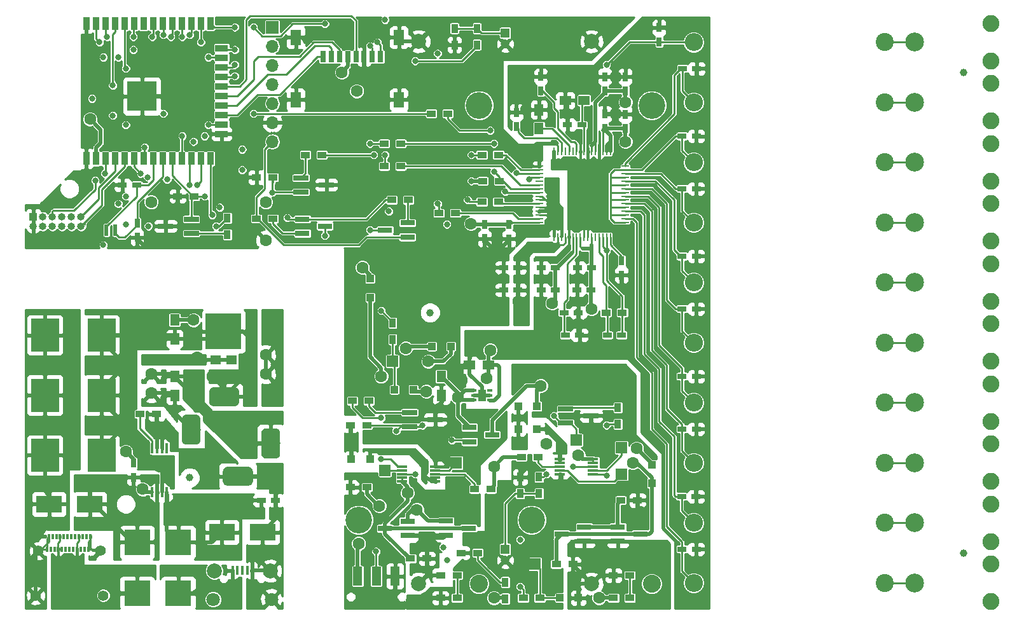
<source format=gbr>
G04 #@! TF.GenerationSoftware,KiCad,Pcbnew,5.0.2+dfsg1-1*
G04 #@! TF.CreationDate,2019-03-09T14:20:14+01:00*
G04 #@! TF.ProjectId,OpenHardwareHolterMonitor,4f70656e-4861-4726-9477-617265486f6c,rev?*
G04 #@! TF.SameCoordinates,Original*
G04 #@! TF.FileFunction,Copper,L1,Top*
G04 #@! TF.FilePolarity,Positive*
%FSLAX46Y46*%
G04 Gerber Fmt 4.6, Leading zero omitted, Abs format (unit mm)*
G04 Created by KiCad (PCBNEW 5.0.2+dfsg1-1) date Sat 09 Mar 2019 02:20:14 PM CET*
%MOMM*%
%LPD*%
G01*
G04 APERTURE LIST*
G04 #@! TA.AperFunction,SMDPad,CuDef*
%ADD10R,3.500000X3.500000*%
G04 #@! TD*
G04 #@! TA.AperFunction,BGAPad,CuDef*
%ADD11C,1.000000*%
G04 #@! TD*
G04 #@! TA.AperFunction,SMDPad,CuDef*
%ADD12R,0.550000X1.500000*%
G04 #@! TD*
G04 #@! TA.AperFunction,ComponentPad*
%ADD13C,2.390000*%
G04 #@! TD*
G04 #@! TA.AperFunction,ComponentPad*
%ADD14C,3.550000*%
G04 #@! TD*
G04 #@! TA.AperFunction,ComponentPad*
%ADD15C,2.000000*%
G04 #@! TD*
G04 #@! TA.AperFunction,SMDPad,CuDef*
%ADD16R,4.000000X4.000000*%
G04 #@! TD*
G04 #@! TA.AperFunction,SMDPad,CuDef*
%ADD17R,0.900000X1.700000*%
G04 #@! TD*
G04 #@! TA.AperFunction,SMDPad,CuDef*
%ADD18R,1.700000X0.900000*%
G04 #@! TD*
G04 #@! TA.AperFunction,ComponentPad*
%ADD19O,1.000000X1.000000*%
G04 #@! TD*
G04 #@! TA.AperFunction,ComponentPad*
%ADD20R,1.000000X1.000000*%
G04 #@! TD*
G04 #@! TA.AperFunction,Conductor*
%ADD21C,0.025400*%
G04 #@! TD*
G04 #@! TA.AperFunction,SMDPad,CuDef*
%ADD22C,2.500000*%
G04 #@! TD*
G04 #@! TA.AperFunction,ComponentPad*
%ADD23C,1.600000*%
G04 #@! TD*
G04 #@! TA.AperFunction,SMDPad,CuDef*
%ADD24R,1.500000X1.500000*%
G04 #@! TD*
G04 #@! TA.AperFunction,SMDPad,CuDef*
%ADD25R,1.000000X1.000000*%
G04 #@! TD*
G04 #@! TA.AperFunction,SMDPad,CuDef*
%ADD26R,1.200000X0.900000*%
G04 #@! TD*
G04 #@! TA.AperFunction,SMDPad,CuDef*
%ADD27R,2.000000X0.700000*%
G04 #@! TD*
G04 #@! TA.AperFunction,SMDPad,CuDef*
%ADD28R,1.900000X0.800000*%
G04 #@! TD*
G04 #@! TA.AperFunction,ComponentPad*
%ADD29C,2.250000*%
G04 #@! TD*
G04 #@! TA.AperFunction,ComponentPad*
%ADD30C,2.500000*%
G04 #@! TD*
G04 #@! TA.AperFunction,ComponentPad*
%ADD31C,2.400000*%
G04 #@! TD*
G04 #@! TA.AperFunction,ComponentPad*
%ADD32O,2.400000X2.400000*%
G04 #@! TD*
G04 #@! TA.AperFunction,SMDPad,CuDef*
%ADD33R,1.200000X0.750000*%
G04 #@! TD*
G04 #@! TA.AperFunction,SMDPad,CuDef*
%ADD34R,0.750000X1.200000*%
G04 #@! TD*
G04 #@! TA.AperFunction,SMDPad,CuDef*
%ADD35R,1.250000X1.500000*%
G04 #@! TD*
G04 #@! TA.AperFunction,SMDPad,CuDef*
%ADD36R,1.500000X1.250000*%
G04 #@! TD*
G04 #@! TA.AperFunction,SMDPad,CuDef*
%ADD37R,3.750000X4.400000*%
G04 #@! TD*
G04 #@! TA.AperFunction,SMDPad,CuDef*
%ADD38R,1.450000X2.000000*%
G04 #@! TD*
G04 #@! TA.AperFunction,SMDPad,CuDef*
%ADD39R,0.800000X1.500000*%
G04 #@! TD*
G04 #@! TA.AperFunction,SMDPad,CuDef*
%ADD40R,1.400000X1.270000*%
G04 #@! TD*
G04 #@! TA.AperFunction,SMDPad,CuDef*
%ADD41R,4.720000X4.800000*%
G04 #@! TD*
G04 #@! TA.AperFunction,SMDPad,CuDef*
%ADD42R,0.900000X1.200000*%
G04 #@! TD*
G04 #@! TA.AperFunction,ComponentPad*
%ADD43C,1.800000*%
G04 #@! TD*
G04 #@! TA.AperFunction,SMDPad,CuDef*
%ADD44R,0.450000X1.300000*%
G04 #@! TD*
G04 #@! TA.AperFunction,SMDPad,CuDef*
%ADD45R,0.300000X0.700000*%
G04 #@! TD*
G04 #@! TA.AperFunction,ComponentPad*
%ADD46C,1.400000*%
G04 #@! TD*
G04 #@! TA.AperFunction,ComponentPad*
%ADD47O,1.700000X1.700000*%
G04 #@! TD*
G04 #@! TA.AperFunction,ComponentPad*
%ADD48R,1.700000X1.700000*%
G04 #@! TD*
G04 #@! TA.AperFunction,ComponentPad*
%ADD49R,1.200000X1.200000*%
G04 #@! TD*
G04 #@! TA.AperFunction,ComponentPad*
%ADD50C,1.200000*%
G04 #@! TD*
G04 #@! TA.AperFunction,SMDPad,CuDef*
%ADD51R,1.000000X0.250000*%
G04 #@! TD*
G04 #@! TA.AperFunction,SMDPad,CuDef*
%ADD52R,0.250000X1.000000*%
G04 #@! TD*
G04 #@! TA.AperFunction,SMDPad,CuDef*
%ADD53R,1.400000X0.300000*%
G04 #@! TD*
G04 #@! TA.AperFunction,SMDPad,CuDef*
%ADD54R,0.450000X1.450000*%
G04 #@! TD*
G04 #@! TA.AperFunction,SMDPad,CuDef*
%ADD55R,1.000000X1.600000*%
G04 #@! TD*
G04 #@! TA.AperFunction,SMDPad,CuDef*
%ADD56R,0.700000X0.300000*%
G04 #@! TD*
G04 #@! TA.AperFunction,SMDPad,CuDef*
%ADD57R,1.250000X2.500000*%
G04 #@! TD*
G04 #@! TA.AperFunction,SMDPad,CuDef*
%ADD58R,3.500000X2.300000*%
G04 #@! TD*
G04 #@! TA.AperFunction,ViaPad*
%ADD59C,1.600000*%
G04 #@! TD*
G04 #@! TA.AperFunction,ViaPad*
%ADD60C,0.800000*%
G04 #@! TD*
G04 #@! TA.AperFunction,Conductor*
%ADD61C,0.500000*%
G04 #@! TD*
G04 #@! TA.AperFunction,Conductor*
%ADD62C,0.250000*%
G04 #@! TD*
G04 #@! TA.AperFunction,Conductor*
%ADD63C,0.254000*%
G04 #@! TD*
G04 APERTURE END LIST*
D10*
G04 #@! TO.P,F1,1*
G04 #@! TO.N,/power/USB_MICRO_IN*
X160000000Y-90600000D03*
G04 #@! TO.P,F1,2*
G04 #@! TO.N,+5V*
X160000000Y-97400000D03*
G04 #@! TD*
D11*
G04 #@! TO.P,,*
G04 #@! TO.N,*
X193500000Y-60000000D03*
G04 #@! TD*
G04 #@! TO.P,,*
G04 #@! TO.N,*
X264500000Y-92000000D03*
G04 #@! TD*
D12*
G04 #@! TO.P,Y1,1*
G04 #@! TO.N,/RTC_P*
X150425000Y-49000000D03*
G04 #@! TO.P,Y1,2*
G04 #@! TO.N,/RTC_N*
X151575000Y-49000000D03*
G04 #@! TD*
D13*
G04 #@! TO.P,BT2,5*
G04 #@! TO.N,N/C*
X223000000Y-96110000D03*
D14*
G04 #@! TO.P,BT2,4*
X207000000Y-87600000D03*
G04 #@! TO.P,BT2,3*
X223000000Y-32400000D03*
D15*
G04 #@! TO.P,BT2,1*
G04 #@! TO.N,Net-(BT2-Pad1)*
X215000000Y-96110000D03*
G04 #@! TO.P,BT2,2*
G04 #@! TO.N,GND*
X215000000Y-23890000D03*
G04 #@! TD*
D13*
G04 #@! TO.P,BT1,5*
G04 #@! TO.N,N/C*
X200000000Y-96110000D03*
D14*
G04 #@! TO.P,BT1,4*
X184000000Y-87600000D03*
G04 #@! TO.P,BT1,3*
X200000000Y-32400000D03*
D15*
G04 #@! TO.P,BT1,1*
G04 #@! TO.N,Net-(BT1-Pad1)*
X192000000Y-96110000D03*
G04 #@! TO.P,BT1,2*
G04 #@! TO.N,GND*
X192000000Y-23890000D03*
G04 #@! TD*
D16*
G04 #@! TO.P,U1,1.1*
G04 #@! TO.N,GND*
X155155000Y-31200000D03*
D17*
G04 #@! TO.P,U1,1*
X147745000Y-39500000D03*
G04 #@! TO.P,U1,2*
G04 #@! TO.N,+3V3*
X149015000Y-39500000D03*
G04 #@! TO.P,U1,3*
G04 #@! TO.N,/EN*
X150285000Y-39500000D03*
G04 #@! TO.P,U1,4*
G04 #@! TO.N,/IO36*
X151555000Y-39500000D03*
G04 #@! TO.P,U1,5*
G04 #@! TO.N,/IO39*
X152825000Y-39500000D03*
G04 #@! TO.P,U1,6*
G04 #@! TO.N,/read_bat_1*
X154095000Y-39500000D03*
G04 #@! TO.P,U1,7*
G04 #@! TO.N,/read_bat_2*
X155365000Y-39500000D03*
G04 #@! TO.P,U1,8*
G04 #@! TO.N,/RTC_P*
X156635000Y-39500000D03*
G04 #@! TO.P,U1,9*
G04 #@! TO.N,/RTC_N*
X157905000Y-39500000D03*
G04 #@! TO.P,U1,10*
G04 #@! TO.N,/Enable_vbat_read*
X159175000Y-39500000D03*
G04 #@! TO.P,U1,11*
G04 #@! TO.N,/Enable_Charging*
X160445000Y-39500000D03*
G04 #@! TO.P,U1,12*
G04 #@! TO.N,/IO27*
X161715000Y-39500000D03*
G04 #@! TO.P,U1,13*
G04 #@! TO.N,/IO14*
X162985000Y-39500000D03*
G04 #@! TO.P,U1,14*
G04 #@! TO.N,/IO12*
X164255000Y-39500000D03*
D18*
G04 #@! TO.P,U1,15*
G04 #@! TO.N,GND*
X165755000Y-36215000D03*
G04 #@! TO.P,U1,16*
G04 #@! TO.N,/IO13*
X165755000Y-34945000D03*
G04 #@! TO.P,U1,17*
G04 #@! TO.N,/SD_DAT2*
X165755000Y-33675000D03*
G04 #@! TO.P,U1,18*
G04 #@! TO.N,/SD_CD*
X165755000Y-32405000D03*
G04 #@! TO.P,U1,19*
G04 #@! TO.N,Net-(CON1-Pad3)*
X165755000Y-31135000D03*
G04 #@! TO.P,U1,20*
G04 #@! TO.N,/SD_CLK*
X165755000Y-29865000D03*
G04 #@! TO.P,U1,21*
G04 #@! TO.N,/SD_DAT0*
X165755000Y-28595000D03*
G04 #@! TO.P,U1,22*
G04 #@! TO.N,/SD_DAT1*
X165755000Y-27325000D03*
G04 #@! TO.P,U1,23*
G04 #@! TO.N,/IO15*
X165755000Y-26055000D03*
G04 #@! TO.P,U1,24*
G04 #@! TO.N,/IO2*
X165755000Y-24785000D03*
D17*
G04 #@! TO.P,U1,25*
G04 #@! TO.N,/IO0*
X164255000Y-21500000D03*
G04 #@! TO.P,U1,26*
G04 #@! TO.N,/IO4*
X162985000Y-21500000D03*
G04 #@! TO.P,U1,27*
G04 #@! TO.N,/~DRDY~_IN*
X161715000Y-21500000D03*
G04 #@! TO.P,U1,28*
G04 #@! TO.N,/START_OUT*
X160445000Y-21500000D03*
G04 #@! TO.P,U1,29*
G04 #@! TO.N,/~CS~*
X159175000Y-21500000D03*
G04 #@! TO.P,U1,30*
G04 #@! TO.N,/CLK*
X157905000Y-21500000D03*
G04 #@! TO.P,U1,31*
G04 #@! TO.N,/MISO*
X156635000Y-21500000D03*
G04 #@! TO.P,U1,32*
G04 #@! TO.N,Net-(U1-Pad32)*
X155365000Y-21500000D03*
G04 #@! TO.P,U1,33*
G04 #@! TO.N,/~RESET~_OUT*
X154095000Y-21500000D03*
G04 #@! TO.P,U1,34*
G04 #@! TO.N,/RXD0*
X152825000Y-21500000D03*
G04 #@! TO.P,U1,35*
G04 #@! TO.N,/TXD0*
X151555000Y-21500000D03*
G04 #@! TO.P,U1,36*
G04 #@! TO.N,/~PWDN~_OUT*
X150285000Y-21500000D03*
G04 #@! TO.P,U1,37*
G04 #@! TO.N,/MOSI*
X149015000Y-21500000D03*
G04 #@! TO.P,U1,38*
G04 #@! TO.N,GND*
X147745000Y-21500000D03*
G04 #@! TD*
D19*
G04 #@! TO.P,J1,12*
G04 #@! TO.N,/IO39*
X147040000Y-48500000D03*
G04 #@! TO.P,J1,11*
G04 #@! TO.N,/IO36*
X147040000Y-47230000D03*
G04 #@! TO.P,J1,10*
G04 #@! TO.N,/IO27*
X145770000Y-48500000D03*
G04 #@! TO.P,J1,9*
G04 #@! TO.N,/IO15*
X145770000Y-47230000D03*
G04 #@! TO.P,J1,8*
G04 #@! TO.N,/IO14*
X144500000Y-48500000D03*
G04 #@! TO.P,J1,7*
G04 #@! TO.N,/IO13*
X144500000Y-47230000D03*
G04 #@! TO.P,J1,6*
G04 #@! TO.N,/IO12*
X143230000Y-48500000D03*
G04 #@! TO.P,J1,5*
G04 #@! TO.N,/IO4*
X143230000Y-47230000D03*
G04 #@! TO.P,J1,4*
G04 #@! TO.N,/IO2*
X141960000Y-48500000D03*
G04 #@! TO.P,J1,3*
G04 #@! TO.N,+3V3*
X141960000Y-47230000D03*
G04 #@! TO.P,J1,2*
G04 #@! TO.N,GND*
X140690000Y-48500000D03*
D20*
G04 #@! TO.P,J1,1*
X140690000Y-47230000D03*
G04 #@! TD*
D21*
G04 #@! TO.N,Net-(C41-Pad2)*
G04 #@! TO.C,FL1*
G36*
X172981261Y-75423010D02*
X173041931Y-75432009D01*
X173101428Y-75446912D01*
X173159177Y-75467575D01*
X173214623Y-75493799D01*
X173267231Y-75525331D01*
X173316496Y-75561868D01*
X173361942Y-75603058D01*
X173403132Y-75648504D01*
X173439669Y-75697769D01*
X173471201Y-75750377D01*
X173497425Y-75805823D01*
X173518088Y-75863572D01*
X173532991Y-75923069D01*
X173541990Y-75983739D01*
X173545000Y-76045000D01*
X173545000Y-78795000D01*
X173541990Y-78856261D01*
X173532991Y-78916931D01*
X173518088Y-78976428D01*
X173497425Y-79034177D01*
X173471201Y-79089623D01*
X173439669Y-79142231D01*
X173403132Y-79191496D01*
X173361942Y-79236942D01*
X173316496Y-79278132D01*
X173267231Y-79314669D01*
X173214623Y-79346201D01*
X173159177Y-79372425D01*
X173101428Y-79393088D01*
X173041931Y-79407991D01*
X172981261Y-79416990D01*
X172920000Y-79420000D01*
X171670000Y-79420000D01*
X171608739Y-79416990D01*
X171548069Y-79407991D01*
X171488572Y-79393088D01*
X171430823Y-79372425D01*
X171375377Y-79346201D01*
X171322769Y-79314669D01*
X171273504Y-79278132D01*
X171228058Y-79236942D01*
X171186868Y-79191496D01*
X171150331Y-79142231D01*
X171118799Y-79089623D01*
X171092575Y-79034177D01*
X171071912Y-78976428D01*
X171057009Y-78916931D01*
X171048010Y-78856261D01*
X171045000Y-78795000D01*
X171045000Y-76045000D01*
X171048010Y-75983739D01*
X171057009Y-75923069D01*
X171071912Y-75863572D01*
X171092575Y-75805823D01*
X171118799Y-75750377D01*
X171150331Y-75697769D01*
X171186868Y-75648504D01*
X171228058Y-75603058D01*
X171273504Y-75561868D01*
X171322769Y-75525331D01*
X171375377Y-75493799D01*
X171430823Y-75467575D01*
X171488572Y-75446912D01*
X171548069Y-75432009D01*
X171608739Y-75423010D01*
X171670000Y-75420000D01*
X172920000Y-75420000D01*
X172981261Y-75423010D01*
X172981261Y-75423010D01*
G37*
D22*
G04 #@! TD*
G04 #@! TO.P,FL1,4*
G04 #@! TO.N,Net-(C41-Pad2)*
X172295000Y-77420000D03*
D21*
G04 #@! TO.N,GNDPWR*
G04 #@! TO.C,FL1*
G36*
X169356261Y-80548010D02*
X169416931Y-80557009D01*
X169476428Y-80571912D01*
X169534177Y-80592575D01*
X169589623Y-80618799D01*
X169642231Y-80650331D01*
X169691496Y-80686868D01*
X169736942Y-80728058D01*
X169778132Y-80773504D01*
X169814669Y-80822769D01*
X169846201Y-80875377D01*
X169872425Y-80930823D01*
X169893088Y-80988572D01*
X169907991Y-81048069D01*
X169916990Y-81108739D01*
X169920000Y-81170000D01*
X169920000Y-82420000D01*
X169916990Y-82481261D01*
X169907991Y-82541931D01*
X169893088Y-82601428D01*
X169872425Y-82659177D01*
X169846201Y-82714623D01*
X169814669Y-82767231D01*
X169778132Y-82816496D01*
X169736942Y-82861942D01*
X169691496Y-82903132D01*
X169642231Y-82939669D01*
X169589623Y-82971201D01*
X169534177Y-82997425D01*
X169476428Y-83018088D01*
X169416931Y-83032991D01*
X169356261Y-83041990D01*
X169295000Y-83045000D01*
X166545000Y-83045000D01*
X166483739Y-83041990D01*
X166423069Y-83032991D01*
X166363572Y-83018088D01*
X166305823Y-82997425D01*
X166250377Y-82971201D01*
X166197769Y-82939669D01*
X166148504Y-82903132D01*
X166103058Y-82861942D01*
X166061868Y-82816496D01*
X166025331Y-82767231D01*
X165993799Y-82714623D01*
X165967575Y-82659177D01*
X165946912Y-82601428D01*
X165932009Y-82541931D01*
X165923010Y-82481261D01*
X165920000Y-82420000D01*
X165920000Y-81170000D01*
X165923010Y-81108739D01*
X165932009Y-81048069D01*
X165946912Y-80988572D01*
X165967575Y-80930823D01*
X165993799Y-80875377D01*
X166025331Y-80822769D01*
X166061868Y-80773504D01*
X166103058Y-80728058D01*
X166148504Y-80686868D01*
X166197769Y-80650331D01*
X166250377Y-80618799D01*
X166305823Y-80592575D01*
X166363572Y-80571912D01*
X166423069Y-80557009D01*
X166483739Y-80548010D01*
X166545000Y-80545000D01*
X169295000Y-80545000D01*
X169356261Y-80548010D01*
X169356261Y-80548010D01*
G37*
D22*
G04 #@! TD*
G04 #@! TO.P,FL1,3*
G04 #@! TO.N,GNDPWR*
X167920000Y-81795000D03*
D21*
G04 #@! TO.N,Net-(C41-Pad1)*
G04 #@! TO.C,FL1*
G36*
X162391261Y-73583010D02*
X162451931Y-73592009D01*
X162511428Y-73606912D01*
X162569177Y-73627575D01*
X162624623Y-73653799D01*
X162677231Y-73685331D01*
X162726496Y-73721868D01*
X162771942Y-73763058D01*
X162813132Y-73808504D01*
X162849669Y-73857769D01*
X162881201Y-73910377D01*
X162907425Y-73965823D01*
X162928088Y-74023572D01*
X162942991Y-74083069D01*
X162951990Y-74143739D01*
X162955000Y-74205000D01*
X162955000Y-76955000D01*
X162951990Y-77016261D01*
X162942991Y-77076931D01*
X162928088Y-77136428D01*
X162907425Y-77194177D01*
X162881201Y-77249623D01*
X162849669Y-77302231D01*
X162813132Y-77351496D01*
X162771942Y-77396942D01*
X162726496Y-77438132D01*
X162677231Y-77474669D01*
X162624623Y-77506201D01*
X162569177Y-77532425D01*
X162511428Y-77553088D01*
X162451931Y-77567991D01*
X162391261Y-77576990D01*
X162330000Y-77580000D01*
X161080000Y-77580000D01*
X161018739Y-77576990D01*
X160958069Y-77567991D01*
X160898572Y-77553088D01*
X160840823Y-77532425D01*
X160785377Y-77506201D01*
X160732769Y-77474669D01*
X160683504Y-77438132D01*
X160638058Y-77396942D01*
X160596868Y-77351496D01*
X160560331Y-77302231D01*
X160528799Y-77249623D01*
X160502575Y-77194177D01*
X160481912Y-77136428D01*
X160467009Y-77076931D01*
X160458010Y-77016261D01*
X160455000Y-76955000D01*
X160455000Y-74205000D01*
X160458010Y-74143739D01*
X160467009Y-74083069D01*
X160481912Y-74023572D01*
X160502575Y-73965823D01*
X160528799Y-73910377D01*
X160560331Y-73857769D01*
X160596868Y-73808504D01*
X160638058Y-73763058D01*
X160683504Y-73721868D01*
X160732769Y-73685331D01*
X160785377Y-73653799D01*
X160840823Y-73627575D01*
X160898572Y-73606912D01*
X160958069Y-73592009D01*
X161018739Y-73583010D01*
X161080000Y-73580000D01*
X162330000Y-73580000D01*
X162391261Y-73583010D01*
X162391261Y-73583010D01*
G37*
D22*
G04 #@! TD*
G04 #@! TO.P,FL1,2*
G04 #@! TO.N,Net-(C41-Pad1)*
X161705000Y-75580000D03*
D21*
G04 #@! TO.N,/power/MUX_POWER_OUT*
G04 #@! TO.C,FL1*
G36*
X167516261Y-69958010D02*
X167576931Y-69967009D01*
X167636428Y-69981912D01*
X167694177Y-70002575D01*
X167749623Y-70028799D01*
X167802231Y-70060331D01*
X167851496Y-70096868D01*
X167896942Y-70138058D01*
X167938132Y-70183504D01*
X167974669Y-70232769D01*
X168006201Y-70285377D01*
X168032425Y-70340823D01*
X168053088Y-70398572D01*
X168067991Y-70458069D01*
X168076990Y-70518739D01*
X168080000Y-70580000D01*
X168080000Y-71830000D01*
X168076990Y-71891261D01*
X168067991Y-71951931D01*
X168053088Y-72011428D01*
X168032425Y-72069177D01*
X168006201Y-72124623D01*
X167974669Y-72177231D01*
X167938132Y-72226496D01*
X167896942Y-72271942D01*
X167851496Y-72313132D01*
X167802231Y-72349669D01*
X167749623Y-72381201D01*
X167694177Y-72407425D01*
X167636428Y-72428088D01*
X167576931Y-72442991D01*
X167516261Y-72451990D01*
X167455000Y-72455000D01*
X164705000Y-72455000D01*
X164643739Y-72451990D01*
X164583069Y-72442991D01*
X164523572Y-72428088D01*
X164465823Y-72407425D01*
X164410377Y-72381201D01*
X164357769Y-72349669D01*
X164308504Y-72313132D01*
X164263058Y-72271942D01*
X164221868Y-72226496D01*
X164185331Y-72177231D01*
X164153799Y-72124623D01*
X164127575Y-72069177D01*
X164106912Y-72011428D01*
X164092009Y-71951931D01*
X164083010Y-71891261D01*
X164080000Y-71830000D01*
X164080000Y-70580000D01*
X164083010Y-70518739D01*
X164092009Y-70458069D01*
X164106912Y-70398572D01*
X164127575Y-70340823D01*
X164153799Y-70285377D01*
X164185331Y-70232769D01*
X164221868Y-70183504D01*
X164263058Y-70138058D01*
X164308504Y-70096868D01*
X164357769Y-70060331D01*
X164410377Y-70028799D01*
X164465823Y-70002575D01*
X164523572Y-69981912D01*
X164583069Y-69967009D01*
X164643739Y-69958010D01*
X164705000Y-69955000D01*
X167455000Y-69955000D01*
X167516261Y-69958010D01*
X167516261Y-69958010D01*
G37*
D22*
G04 #@! TD*
G04 #@! TO.P,FL1,1*
G04 #@! TO.N,/power/MUX_POWER_OUT*
X166080000Y-71205000D03*
D23*
G04 #@! TO.P,U7,11*
G04 #@! TO.N,Net-(U7-Pad11)*
X156380000Y-45300000D03*
G04 #@! TO.P,U7,14*
G04 #@! TO.N,/power/V_ISO*
X171620000Y-45300000D03*
G04 #@! TO.P,U7,16*
G04 #@! TO.N,GND*
X171620000Y-50380000D03*
G04 #@! TO.P,U7,1*
G04 #@! TO.N,Net-(C41-Pad1)*
X156380000Y-70700000D03*
G04 #@! TO.P,U7,2*
G04 #@! TO.N,Net-(C41-Pad2)*
X156380000Y-68160000D03*
G04 #@! TO.P,U7,23*
G04 #@! TO.N,Net-(C41-Pad1)*
X171620000Y-68160000D03*
G04 #@! TO.P,U7,22*
X171620000Y-65620000D03*
G04 #@! TD*
D24*
G04 #@! TO.P,TP3,1*
G04 #@! TO.N,/Vbat2*
X188500000Y-66500000D03*
G04 #@! TD*
G04 #@! TO.P,TP1,1*
G04 #@! TO.N,/Enable_Charging*
X213000000Y-77000000D03*
G04 #@! TD*
G04 #@! TO.P,TP2,1*
G04 #@! TO.N,/Vbat1*
X207500000Y-93500000D03*
G04 #@! TD*
G04 #@! TO.P,TP4,1*
G04 #@! TO.N,Net-(TP4-Pad1)*
X219000000Y-81500000D03*
G04 #@! TD*
G04 #@! TO.P,TP5,1*
G04 #@! TO.N,Net-(TP5-Pad1)*
X197000000Y-80000000D03*
G04 #@! TD*
G04 #@! TO.P,TP6,1*
G04 #@! TO.N,Net-(TP6-Pad1)*
X219000000Y-78000000D03*
G04 #@! TD*
G04 #@! TO.P,TP7,1*
G04 #@! TO.N,Net-(TP7-Pad1)*
X187500000Y-81000000D03*
G04 #@! TD*
D25*
G04 #@! TO.P,D14,2*
G04 #@! TO.N,Net-(BT1-Pad1)*
X191250000Y-70250000D03*
G04 #@! TO.P,D14,1*
G04 #@! TO.N,/Vbat2*
X188750000Y-70250000D03*
G04 #@! TD*
G04 #@! TO.P,D13,2*
G04 #@! TO.N,Net-(BT2-Pad1)*
X213250000Y-98000000D03*
G04 #@! TO.P,D13,1*
G04 #@! TO.N,/Vbat1*
X210750000Y-98000000D03*
G04 #@! TD*
G04 #@! TO.P,D12,2*
G04 #@! TO.N,Net-(D12-Pad2)*
X223000000Y-82750000D03*
G04 #@! TO.P,D12,1*
G04 #@! TO.N,/power/SWITCH_IN*
X223000000Y-80250000D03*
G04 #@! TD*
D26*
G04 #@! TO.P,D7,1*
G04 #@! TO.N,/power/Bat1_backwards*
X220100000Y-98000000D03*
G04 #@! TO.P,D7,2*
G04 #@! TO.N,GND*
X217900000Y-98000000D03*
G04 #@! TD*
G04 #@! TO.P,D11,1*
G04 #@! TO.N,/power/Bat2_backwards*
X197100000Y-98000000D03*
G04 #@! TO.P,D11,2*
G04 #@! TO.N,GND*
X194900000Y-98000000D03*
G04 #@! TD*
G04 #@! TO.P,R43,1*
G04 #@! TO.N,/power/V_ISO*
X182900000Y-75000000D03*
G04 #@! TO.P,R43,2*
G04 #@! TO.N,/Enable_Charging*
X185100000Y-75000000D03*
G04 #@! TD*
G04 #@! TO.P,R42,2*
G04 #@! TO.N,Net-(BT1-Pad1)*
X193100000Y-92750000D03*
G04 #@! TO.P,R42,1*
G04 #@! TO.N,Net-(D6-Pad2)*
X190900000Y-92750000D03*
G04 #@! TD*
G04 #@! TO.P,R38,1*
G04 #@! TO.N,Net-(Q10-Pad2)*
X185100000Y-83250000D03*
G04 #@! TO.P,R38,2*
G04 #@! TO.N,GND*
X182900000Y-83250000D03*
G04 #@! TD*
G04 #@! TO.P,R37,1*
G04 #@! TO.N,Net-(Q7-Pad1)*
X218900000Y-85000000D03*
G04 #@! TO.P,R37,2*
G04 #@! TO.N,GND*
X221100000Y-85000000D03*
G04 #@! TD*
G04 #@! TO.P,R39,1*
G04 #@! TO.N,Net-(BT2-Pad1)*
X217900000Y-95000000D03*
G04 #@! TO.P,R39,2*
G04 #@! TO.N,/power/Bat1_backwards*
X220100000Y-95000000D03*
G04 #@! TD*
G04 #@! TO.P,R40,1*
G04 #@! TO.N,Net-(BT1-Pad1)*
X194900000Y-95000000D03*
G04 #@! TO.P,R40,2*
G04 #@! TO.N,/power/Bat2_backwards*
X197100000Y-95000000D03*
G04 #@! TD*
G04 #@! TO.P,R41,1*
G04 #@! TO.N,Net-(D12-Pad2)*
X210300000Y-93500000D03*
G04 #@! TO.P,R41,2*
G04 #@! TO.N,Net-(BT2-Pad1)*
X212500000Y-93500000D03*
G04 #@! TD*
D27*
G04 #@! TO.P,Q6,3*
G04 #@! TO.N,GND*
X194200000Y-74250000D03*
G04 #@! TO.P,Q6,2*
G04 #@! TO.N,/Enable_Charging*
X190800000Y-75200000D03*
G04 #@! TO.P,Q6,1*
G04 #@! TO.N,Net-(Q6-Pad1)*
X190800000Y-73300000D03*
G04 #@! TD*
G04 #@! TO.P,Q5,3*
G04 #@! TO.N,GND*
X214950000Y-73750000D03*
G04 #@! TO.P,Q5,2*
G04 #@! TO.N,/Enable_Charging*
X211550000Y-74700000D03*
G04 #@! TO.P,Q5,1*
G04 #@! TO.N,Net-(Q5-Pad1)*
X211550000Y-72800000D03*
G04 #@! TD*
D28*
G04 #@! TO.P,Q10,3*
G04 #@! TO.N,Net-(D6-Pad2)*
X187500000Y-88750000D03*
G04 #@! TO.P,Q10,2*
G04 #@! TO.N,Net-(Q10-Pad2)*
X190500000Y-87800000D03*
G04 #@! TO.P,Q10,1*
G04 #@! TO.N,Net-(BT1-Pad1)*
X190500000Y-89700000D03*
G04 #@! TD*
G04 #@! TO.P,Q9,3*
G04 #@! TO.N,Net-(D12-Pad2)*
X211000000Y-89500000D03*
G04 #@! TO.P,Q9,2*
G04 #@! TO.N,Net-(Q7-Pad1)*
X214000000Y-88550000D03*
G04 #@! TO.P,Q9,1*
G04 #@! TO.N,Net-(BT2-Pad1)*
X214000000Y-90450000D03*
G04 #@! TD*
G04 #@! TO.P,Q8,3*
G04 #@! TO.N,Net-(D6-Pad2)*
X198618333Y-88707500D03*
G04 #@! TO.P,Q8,2*
G04 #@! TO.N,Net-(BT1-Pad1)*
X195618333Y-89657500D03*
G04 #@! TO.P,Q8,1*
G04 #@! TO.N,Net-(Q10-Pad2)*
X195618333Y-87757500D03*
G04 #@! TD*
G04 #@! TO.P,Q7,3*
G04 #@! TO.N,Net-(D12-Pad2)*
X221500000Y-89500000D03*
G04 #@! TO.P,Q7,2*
G04 #@! TO.N,Net-(BT2-Pad1)*
X218500000Y-90450000D03*
G04 #@! TO.P,Q7,1*
G04 #@! TO.N,Net-(Q7-Pad1)*
X218500000Y-88550000D03*
G04 #@! TD*
D29*
G04 #@! TO.P,J2,3*
G04 #@! TO.N,N/C*
X268200000Y-21500000D03*
G04 #@! TO.P,J2,2*
X268200000Y-26500000D03*
D30*
G04 #@! TO.P,J2,1*
G04 #@! TO.N,/ads1298/RLDOUT*
X258000000Y-24000000D03*
G04 #@! TD*
D29*
G04 #@! TO.P,J4,3*
G04 #@! TO.N,N/C*
X268200000Y-37500000D03*
G04 #@! TO.P,J4,2*
X268200000Y-42500000D03*
D30*
G04 #@! TO.P,J4,1*
G04 #@! TO.N,/ads1298/IN1_8N*
X258000000Y-40000000D03*
G04 #@! TD*
D29*
G04 #@! TO.P,J5,3*
G04 #@! TO.N,N/C*
X268200000Y-45500000D03*
G04 #@! TO.P,J5,2*
X268200000Y-50500000D03*
D30*
G04 #@! TO.P,J5,1*
G04 #@! TO.N,/ads1298/IN2P*
X258000000Y-48000000D03*
G04 #@! TD*
D29*
G04 #@! TO.P,J6,3*
G04 #@! TO.N,N/C*
X268200000Y-53500000D03*
G04 #@! TO.P,J6,2*
X268200000Y-58500000D03*
D30*
G04 #@! TO.P,J6,1*
G04 #@! TO.N,/ads1298/IN3P*
X258000000Y-56000000D03*
G04 #@! TD*
D29*
G04 #@! TO.P,J7,3*
G04 #@! TO.N,N/C*
X268200000Y-61500000D03*
G04 #@! TO.P,J7,2*
X268200000Y-66500000D03*
D30*
G04 #@! TO.P,J7,1*
G04 #@! TO.N,/ads1298/IN4P*
X258000000Y-64000000D03*
G04 #@! TD*
D29*
G04 #@! TO.P,J8,3*
G04 #@! TO.N,N/C*
X268200000Y-69500000D03*
G04 #@! TO.P,J8,2*
X268200000Y-74500000D03*
D30*
G04 #@! TO.P,J8,1*
G04 #@! TO.N,/ads1298/IN5P*
X258000000Y-72000000D03*
G04 #@! TD*
D29*
G04 #@! TO.P,J9,3*
G04 #@! TO.N,N/C*
X268200000Y-77500000D03*
G04 #@! TO.P,J9,2*
X268200000Y-82500000D03*
D30*
G04 #@! TO.P,J9,1*
G04 #@! TO.N,/ads1298/IN6P*
X258000000Y-80000000D03*
G04 #@! TD*
D29*
G04 #@! TO.P,J11,3*
G04 #@! TO.N,N/C*
X268200000Y-93500000D03*
G04 #@! TO.P,J11,2*
X268200000Y-98500000D03*
D30*
G04 #@! TO.P,J11,1*
G04 #@! TO.N,/ads1298/IN8P*
X258000000Y-96000000D03*
G04 #@! TD*
D31*
G04 #@! TO.P,R24,1*
G04 #@! TO.N,/ads1298/IN6P*
X254000000Y-80000000D03*
D32*
G04 #@! TO.P,R24,2*
G04 #@! TO.N,Net-(C31-Pad1)*
X228600000Y-80000000D03*
G04 #@! TD*
D31*
G04 #@! TO.P,R25,1*
G04 #@! TO.N,/ads1298/IN7P*
X254000000Y-88000000D03*
D32*
G04 #@! TO.P,R25,2*
G04 #@! TO.N,Net-(C32-Pad1)*
X228600000Y-88000000D03*
G04 #@! TD*
D31*
G04 #@! TO.P,R26,1*
G04 #@! TO.N,/ads1298/IN8P*
X254000000Y-96000000D03*
D32*
G04 #@! TO.P,R26,2*
G04 #@! TO.N,Net-(C33-Pad1)*
X228600000Y-96000000D03*
G04 #@! TD*
D31*
G04 #@! TO.P,R17,1*
G04 #@! TO.N,/ads1298/RLDOUT*
X254000000Y-24000000D03*
D32*
G04 #@! TO.P,R17,2*
G04 #@! TO.N,/ads1298/RLDOUT_FILT*
X228600000Y-24000000D03*
G04 #@! TD*
D31*
G04 #@! TO.P,R18,1*
G04 #@! TO.N,/ads1298/INP1*
X254000000Y-32000000D03*
D32*
G04 #@! TO.P,R18,2*
G04 #@! TO.N,Net-(C25-Pad1)*
X228600000Y-32000000D03*
G04 #@! TD*
D31*
G04 #@! TO.P,R19,1*
G04 #@! TO.N,/ads1298/IN1_8N*
X254000000Y-40000000D03*
D32*
G04 #@! TO.P,R19,2*
G04 #@! TO.N,Net-(C26-Pad1)*
X228600000Y-40000000D03*
G04 #@! TD*
D31*
G04 #@! TO.P,R20,1*
G04 #@! TO.N,/ads1298/IN2P*
X254000000Y-48000000D03*
D32*
G04 #@! TO.P,R20,2*
G04 #@! TO.N,Net-(C27-Pad1)*
X228600000Y-48000000D03*
G04 #@! TD*
D31*
G04 #@! TO.P,R21,1*
G04 #@! TO.N,/ads1298/IN3P*
X254000000Y-56000000D03*
D32*
G04 #@! TO.P,R21,2*
G04 #@! TO.N,Net-(C28-Pad1)*
X228600000Y-56000000D03*
G04 #@! TD*
D31*
G04 #@! TO.P,R22,1*
G04 #@! TO.N,/ads1298/IN4P*
X254000000Y-64000000D03*
D32*
G04 #@! TO.P,R22,2*
G04 #@! TO.N,Net-(C29-Pad1)*
X228600000Y-64000000D03*
G04 #@! TD*
D31*
G04 #@! TO.P,R23,1*
G04 #@! TO.N,/ads1298/IN5P*
X254000000Y-72000000D03*
D32*
G04 #@! TO.P,R23,2*
G04 #@! TO.N,Net-(C30-Pad1)*
X228600000Y-72000000D03*
G04 #@! TD*
D29*
G04 #@! TO.P,J10,3*
G04 #@! TO.N,N/C*
X268200000Y-85500000D03*
G04 #@! TO.P,J10,2*
X268200000Y-90500000D03*
D30*
G04 #@! TO.P,J10,1*
G04 #@! TO.N,/ads1298/IN7P*
X258000000Y-88000000D03*
G04 #@! TD*
D33*
G04 #@! TO.P,C1,2*
G04 #@! TO.N,GND*
X152550000Y-43000000D03*
G04 #@! TO.P,C1,1*
G04 #@! TO.N,/RTC_P*
X154450000Y-43000000D03*
G04 #@! TD*
D34*
G04 #@! TO.P,C2,2*
G04 #@! TO.N,GND*
X154500000Y-50000000D03*
G04 #@! TO.P,C2,1*
G04 #@! TO.N,/RTC_N*
X154500000Y-48100000D03*
G04 #@! TD*
G04 #@! TO.P,C3,2*
G04 #@! TO.N,GND*
X200750000Y-50150000D03*
G04 #@! TO.P,C3,1*
G04 #@! TO.N,+3V3*
X200750000Y-48250000D03*
G04 #@! TD*
G04 #@! TO.P,C4,2*
G04 #@! TO.N,GND*
X204000000Y-50200000D03*
G04 #@! TO.P,C4,1*
G04 #@! TO.N,+3V3*
X204000000Y-48300000D03*
G04 #@! TD*
G04 #@! TO.P,C5,2*
G04 #@! TO.N,GND*
X205000000Y-33350000D03*
G04 #@! TO.P,C5,1*
G04 #@! TO.N,Net-(C5-Pad1)*
X205000000Y-35250000D03*
G04 #@! TD*
D33*
G04 #@! TO.P,C6,2*
G04 #@! TO.N,GND*
X203300000Y-54000000D03*
G04 #@! TO.P,C6,1*
G04 #@! TO.N,+3V3*
X205200000Y-54000000D03*
G04 #@! TD*
G04 #@! TO.P,C7,2*
G04 #@! TO.N,GND*
X203300000Y-57000000D03*
G04 #@! TO.P,C7,1*
G04 #@! TO.N,+3V3*
X205200000Y-57000000D03*
G04 #@! TD*
D35*
G04 #@! TO.P,C8,2*
G04 #@! TO.N,GND*
X208000000Y-33000000D03*
G04 #@! TO.P,C8,1*
G04 #@! TO.N,Net-(C8-Pad1)*
X208000000Y-35500000D03*
G04 #@! TD*
D34*
G04 #@! TO.P,C9,2*
G04 #@! TO.N,GND*
X208250000Y-28550000D03*
G04 #@! TO.P,C9,1*
G04 #@! TO.N,Net-(C9-Pad1)*
X208250000Y-30450000D03*
G04 #@! TD*
D33*
G04 #@! TO.P,C10,2*
G04 #@! TO.N,GND*
X208300000Y-54000000D03*
G04 #@! TO.P,C10,1*
G04 #@! TO.N,+3V3*
X210200000Y-54000000D03*
G04 #@! TD*
G04 #@! TO.P,C11,2*
G04 #@! TO.N,GND*
X208300000Y-57000000D03*
G04 #@! TO.P,C11,1*
G04 #@! TO.N,+3V3*
X210200000Y-57000000D03*
G04 #@! TD*
D36*
G04 #@! TO.P,C12,2*
G04 #@! TO.N,GND*
X211500000Y-31750000D03*
G04 #@! TO.P,C12,1*
G04 #@! TO.N,Net-(C12-Pad1)*
X214000000Y-31750000D03*
G04 #@! TD*
D33*
G04 #@! TO.P,C13,2*
G04 #@! TO.N,GND*
X211800000Y-35000000D03*
G04 #@! TO.P,C13,1*
G04 #@! TO.N,Net-(C12-Pad1)*
X213700000Y-35000000D03*
G04 #@! TD*
G04 #@! TO.P,C14,2*
G04 #@! TO.N,Net-(C14-Pad2)*
X211321423Y-60000000D03*
G04 #@! TO.P,C14,1*
G04 #@! TO.N,GND*
X213221423Y-60000000D03*
G04 #@! TD*
G04 #@! TO.P,C15,2*
G04 #@! TO.N,Net-(C14-Pad2)*
X211500000Y-63000000D03*
G04 #@! TO.P,C15,1*
G04 #@! TO.N,GND*
X213400000Y-63000000D03*
G04 #@! TD*
D34*
G04 #@! TO.P,C16,2*
G04 #@! TO.N,GND*
X219500000Y-28600000D03*
G04 #@! TO.P,C16,1*
G04 #@! TO.N,+3V3*
X219500000Y-30500000D03*
G04 #@! TD*
G04 #@! TO.P,C17,2*
G04 #@! TO.N,GND*
X216750000Y-28600000D03*
G04 #@! TO.P,C17,1*
G04 #@! TO.N,+3V3*
X216750000Y-30500000D03*
G04 #@! TD*
D33*
G04 #@! TO.P,C18,2*
G04 #@! TO.N,GND*
X213100000Y-54000000D03*
G04 #@! TO.P,C18,1*
G04 #@! TO.N,+3V3*
X215000000Y-54000000D03*
G04 #@! TD*
G04 #@! TO.P,C19,2*
G04 #@! TO.N,GND*
X213050000Y-57000000D03*
G04 #@! TO.P,C19,1*
G04 #@! TO.N,+3V3*
X214950000Y-57000000D03*
G04 #@! TD*
D34*
G04 #@! TO.P,C20,2*
G04 #@! TO.N,Net-(C20-Pad2)*
X219000000Y-53100000D03*
G04 #@! TO.P,C20,1*
G04 #@! TO.N,GND*
X219000000Y-55000000D03*
G04 #@! TD*
D33*
G04 #@! TO.P,C21,2*
G04 #@! TO.N,Net-(C21-Pad2)*
X217100000Y-63000000D03*
G04 #@! TO.P,C21,1*
G04 #@! TO.N,/ads1298/RLDOUT_FILT*
X219000000Y-63000000D03*
G04 #@! TD*
D34*
G04 #@! TO.P,C22,2*
G04 #@! TO.N,GND*
X216750000Y-33550000D03*
G04 #@! TO.P,C22,1*
G04 #@! TO.N,+3V3*
X216750000Y-35450000D03*
G04 #@! TD*
G04 #@! TO.P,C23,2*
G04 #@! TO.N,GND*
X219500000Y-33600000D03*
G04 #@! TO.P,C23,1*
G04 #@! TO.N,+3V3*
X219500000Y-35500000D03*
G04 #@! TD*
G04 #@! TO.P,C24,2*
G04 #@! TO.N,GND*
X224000000Y-22050000D03*
G04 #@! TO.P,C24,1*
G04 #@! TO.N,/ads1298/RLDOUT_FILT*
X224000000Y-23950000D03*
G04 #@! TD*
D33*
G04 #@! TO.P,C25,2*
G04 #@! TO.N,GND*
X229000000Y-27500000D03*
G04 #@! TO.P,C25,1*
G04 #@! TO.N,Net-(C25-Pad1)*
X227100000Y-27500000D03*
G04 #@! TD*
G04 #@! TO.P,C26,2*
G04 #@! TO.N,GND*
X228950000Y-36500000D03*
G04 #@! TO.P,C26,1*
G04 #@! TO.N,Net-(C26-Pad1)*
X227050000Y-36500000D03*
G04 #@! TD*
G04 #@! TO.P,C27,2*
G04 #@! TO.N,GND*
X228950000Y-43500000D03*
G04 #@! TO.P,C27,1*
G04 #@! TO.N,Net-(C27-Pad1)*
X227050000Y-43500000D03*
G04 #@! TD*
G04 #@! TO.P,C28,2*
G04 #@! TO.N,GND*
X228950000Y-52500000D03*
G04 #@! TO.P,C28,1*
G04 #@! TO.N,Net-(C28-Pad1)*
X227050000Y-52500000D03*
G04 #@! TD*
G04 #@! TO.P,C29,2*
G04 #@! TO.N,GND*
X228950000Y-59500000D03*
G04 #@! TO.P,C29,1*
G04 #@! TO.N,Net-(C29-Pad1)*
X227050000Y-59500000D03*
G04 #@! TD*
G04 #@! TO.P,C30,2*
G04 #@! TO.N,GND*
X228950000Y-68500000D03*
G04 #@! TO.P,C30,1*
G04 #@! TO.N,Net-(C30-Pad1)*
X227050000Y-68500000D03*
G04 #@! TD*
G04 #@! TO.P,C31,2*
G04 #@! TO.N,GND*
X228950000Y-75500000D03*
G04 #@! TO.P,C31,1*
G04 #@! TO.N,Net-(C31-Pad1)*
X227050000Y-75500000D03*
G04 #@! TD*
G04 #@! TO.P,C32,2*
G04 #@! TO.N,GND*
X228900000Y-84500000D03*
G04 #@! TO.P,C32,1*
G04 #@! TO.N,Net-(C32-Pad1)*
X227000000Y-84500000D03*
G04 #@! TD*
G04 #@! TO.P,C33,2*
G04 #@! TO.N,GND*
X228950000Y-91500000D03*
G04 #@! TO.P,C33,1*
G04 #@! TO.N,Net-(C33-Pad1)*
X227050000Y-91500000D03*
G04 #@! TD*
D37*
G04 #@! TO.P,C34,2*
G04 #@! TO.N,GNDPWR*
X142225000Y-71000000D03*
G04 #@! TO.P,C34,1*
G04 #@! TO.N,/power/MUX_POWER_OUT*
X149775000Y-71000000D03*
G04 #@! TD*
G04 #@! TO.P,C35,2*
G04 #@! TO.N,GNDPWR*
X142225000Y-63000000D03*
G04 #@! TO.P,C35,1*
G04 #@! TO.N,/power/MUX_POWER_OUT*
X149775000Y-63000000D03*
G04 #@! TD*
D34*
G04 #@! TO.P,C36,2*
G04 #@! TO.N,GNDPWR*
X154000000Y-80050000D03*
G04 #@! TO.P,C36,1*
G04 #@! TO.N,/power/USB_C_IN*
X154000000Y-81950000D03*
G04 #@! TD*
D37*
G04 #@! TO.P,C37,2*
G04 #@! TO.N,GNDPWR*
X142225000Y-79000000D03*
G04 #@! TO.P,C37,1*
G04 #@! TO.N,/power/MUX_POWER_OUT*
X149775000Y-79000000D03*
G04 #@! TD*
D33*
G04 #@! TO.P,C38,2*
G04 #@! TO.N,GNDPWR*
X172950000Y-85000000D03*
G04 #@! TO.P,C38,1*
G04 #@! TO.N,/power/USB_MICRO_IN*
X171050000Y-85000000D03*
G04 #@! TD*
D35*
G04 #@! TO.P,C39,2*
G04 #@! TO.N,GNDPWR*
X159500000Y-61000000D03*
G04 #@! TO.P,C39,1*
G04 #@! TO.N,/power/MUX_POWER_OUT*
X159500000Y-63500000D03*
G04 #@! TD*
G04 #@! TO.P,C40,2*
G04 #@! TO.N,GND*
X195000000Y-71000000D03*
G04 #@! TO.P,C40,1*
G04 #@! TO.N,/power/REGULATOR_IN*
X195000000Y-68500000D03*
G04 #@! TD*
G04 #@! TO.P,C41,2*
G04 #@! TO.N,Net-(C41-Pad2)*
X159500000Y-68500000D03*
G04 #@! TO.P,C41,1*
G04 #@! TO.N,Net-(C41-Pad1)*
X159500000Y-71000000D03*
G04 #@! TD*
D36*
G04 #@! TO.P,C42,2*
G04 #@! TO.N,GND*
X198750000Y-67000000D03*
G04 #@! TO.P,C42,1*
G04 #@! TO.N,+3V3*
X201250000Y-67000000D03*
G04 #@! TD*
D38*
G04 #@! TO.P,CON1,9*
G04 #@! TO.N,GND*
X189375000Y-23350000D03*
X189375000Y-31650000D03*
X175625000Y-23350000D03*
X175625000Y-31650000D03*
D39*
G04 #@! TO.P,CON1,8*
G04 #@! TO.N,/SD_DAT1*
X186925000Y-25950000D03*
G04 #@! TO.P,CON1,7*
G04 #@! TO.N,/SD_DAT0*
X185825000Y-25950000D03*
G04 #@! TO.P,CON1,6*
G04 #@! TO.N,GND*
X184725000Y-25950000D03*
G04 #@! TO.P,CON1,5*
G04 #@! TO.N,/SD_CLK*
X183625000Y-25950000D03*
G04 #@! TO.P,CON1,4*
G04 #@! TO.N,+3V3*
X182525000Y-25950000D03*
G04 #@! TO.P,CON1,3*
G04 #@! TO.N,Net-(CON1-Pad3)*
X181425000Y-25950000D03*
G04 #@! TO.P,CON1,2*
G04 #@! TO.N,/SD_CD*
X180325000Y-25950000D03*
G04 #@! TO.P,CON1,1*
G04 #@! TO.N,/SD_DAT2*
X179225000Y-25950000D03*
G04 #@! TD*
D25*
G04 #@! TO.P,D1,2*
G04 #@! TO.N,/FTDI_V*
X185500000Y-55500000D03*
G04 #@! TO.P,D1,1*
G04 #@! TO.N,/power/SWITCH_IN*
X185500000Y-58000000D03*
G04 #@! TD*
G04 #@! TO.P,D2,2*
G04 #@! TO.N,/power/V_ISO*
X183000000Y-79500000D03*
G04 #@! TO.P,D2,1*
G04 #@! TO.N,Net-(D2-Pad1)*
X185500000Y-79500000D03*
G04 #@! TD*
G04 #@! TO.P,D3,2*
G04 #@! TO.N,/power/V_ISO*
X205250000Y-75500000D03*
G04 #@! TO.P,D3,1*
G04 #@! TO.N,Net-(D3-Pad1)*
X207750000Y-75500000D03*
G04 #@! TD*
G04 #@! TO.P,D6,2*
G04 #@! TO.N,Net-(D6-Pad2)*
X193750000Y-64500000D03*
G04 #@! TO.P,D6,1*
G04 #@! TO.N,/power/SWITCH_IN*
X196250000Y-64500000D03*
G04 #@! TD*
D40*
G04 #@! TO.P,D8,2*
G04 #@! TO.N,GNDPWR*
X164960000Y-66300000D03*
D41*
G04 #@! TO.P,D8,3*
G04 #@! TO.N,/power/MUX_POWER_OUT*
X166000000Y-62500000D03*
D40*
G04 #@! TO.P,D8,1*
G04 #@! TO.N,GNDPWR*
X167040000Y-66300000D03*
G04 #@! TD*
D42*
G04 #@! TO.P,D9,1*
G04 #@! TO.N,Net-(D9-Pad1)*
X203500000Y-95900000D03*
G04 #@! TO.P,D9,2*
G04 #@! TO.N,+3V3*
X203500000Y-98100000D03*
G04 #@! TD*
D25*
G04 #@! TO.P,D10,2*
G04 #@! TO.N,/power/V_ISO*
X205250000Y-72500000D03*
G04 #@! TO.P,D10,1*
G04 #@! TO.N,/power/SWITCH_IN*
X207750000Y-72500000D03*
G04 #@! TD*
D10*
G04 #@! TO.P,F2,1*
G04 #@! TO.N,/power/USB_C_IN*
X154500000Y-90600000D03*
G04 #@! TO.P,F2,2*
G04 #@! TO.N,+5C*
X154500000Y-97400000D03*
G04 #@! TD*
D29*
G04 #@! TO.P,J3,3*
G04 #@! TO.N,N/C*
X268200000Y-29500000D03*
G04 #@! TO.P,J3,2*
X268200000Y-34500000D03*
D30*
G04 #@! TO.P,J3,1*
G04 #@! TO.N,/ads1298/INP1*
X258000000Y-32000000D03*
G04 #@! TD*
D43*
G04 #@! TO.P,J12,6*
G04 #@! TO.N,GNDPWR*
X172375000Y-98200000D03*
X164625000Y-98200000D03*
D15*
X172225000Y-94400000D03*
X164775000Y-94400000D03*
D44*
G04 #@! TO.P,J12,5*
X169800000Y-94350000D03*
G04 #@! TO.P,J12,4*
G04 #@! TO.N,Net-(J12-Pad4)*
X169150000Y-94350000D03*
G04 #@! TO.P,J12,3*
G04 #@! TO.N,Net-(J12-Pad3)*
X168500000Y-94350000D03*
G04 #@! TO.P,J12,2*
G04 #@! TO.N,Net-(J12-Pad2)*
X167850000Y-94350000D03*
G04 #@! TO.P,J12,1*
G04 #@! TO.N,+5V*
X167200000Y-94350000D03*
G04 #@! TD*
D45*
G04 #@! TO.P,J13,B12*
G04 #@! TO.N,GNDPWR*
X142500000Y-91530000D03*
G04 #@! TO.P,J13,B11*
G04 #@! TO.N,Net-(J13-PadB11)*
X143000000Y-91530000D03*
G04 #@! TO.P,J13,B10*
G04 #@! TO.N,Net-(J13-PadB10)*
X143500000Y-91530000D03*
G04 #@! TO.P,J13,B9*
G04 #@! TO.N,+5C*
X144000000Y-91530000D03*
G04 #@! TO.P,J13,B8*
G04 #@! TO.N,Net-(J13-PadB8)*
X144500000Y-91530000D03*
G04 #@! TO.P,J13,B7*
G04 #@! TO.N,Net-(J13-PadB7)*
X145000000Y-91530000D03*
G04 #@! TO.P,J13,B6*
G04 #@! TO.N,Net-(J13-PadB6)*
X145500000Y-91530000D03*
G04 #@! TO.P,J13,B5*
G04 #@! TO.N,Net-(J13-PadB5)*
X146000000Y-91530000D03*
G04 #@! TO.P,J13,B4*
G04 #@! TO.N,+5C*
X146500000Y-91530000D03*
G04 #@! TO.P,J13,B3*
G04 #@! TO.N,Net-(J13-PadB3)*
X147000000Y-91530000D03*
G04 #@! TO.P,J13,B2*
G04 #@! TO.N,Net-(J13-PadB2)*
X147500000Y-91530000D03*
D46*
G04 #@! TO.P,J13,S1*
G04 #@! TO.N,GNDPWR*
X141010000Y-97690000D03*
X149990000Y-97690000D03*
X149630000Y-91740000D03*
D45*
G04 #@! TO.P,J13,B1*
X148000000Y-91530000D03*
G04 #@! TO.P,J13,A11*
G04 #@! TO.N,Net-(J13-PadA11)*
X147750000Y-89830000D03*
G04 #@! TO.P,J13,A8*
G04 #@! TO.N,Net-(J13-PadA8)*
X146250000Y-89830000D03*
G04 #@! TO.P,J13,A9*
G04 #@! TO.N,+5C*
X146750000Y-89830000D03*
G04 #@! TO.P,J13,A10*
G04 #@! TO.N,Net-(J13-PadA10)*
X147250000Y-89830000D03*
G04 #@! TO.P,J13,A12*
G04 #@! TO.N,GNDPWR*
X148250000Y-89830000D03*
G04 #@! TO.P,J13,A7*
G04 #@! TO.N,Net-(J13-PadA7)*
X145750000Y-89830000D03*
G04 #@! TO.P,J13,A6*
G04 #@! TO.N,Net-(J13-PadA6)*
X145250000Y-89830000D03*
G04 #@! TO.P,J13,A5*
G04 #@! TO.N,Net-(J13-PadA5)*
X144750000Y-89830000D03*
G04 #@! TO.P,J13,A4*
G04 #@! TO.N,+5C*
X144250000Y-89830000D03*
G04 #@! TO.P,J13,A3*
G04 #@! TO.N,Net-(J13-PadA3)*
X143750000Y-89830000D03*
G04 #@! TO.P,J13,A2*
G04 #@! TO.N,Net-(J13-PadA2)*
X143250000Y-89830000D03*
G04 #@! TO.P,J13,A1*
G04 #@! TO.N,GNDPWR*
X142750000Y-89830000D03*
D46*
G04 #@! TO.P,J13,S1*
X141370000Y-91740000D03*
G04 #@! TD*
D47*
G04 #@! TO.P,P1,7*
G04 #@! TO.N,/RTS*
X172500000Y-37240000D03*
G04 #@! TO.P,P1,6*
G04 #@! TO.N,GND*
X172500000Y-34700000D03*
G04 #@! TO.P,P1,5*
G04 #@! TO.N,/CTS*
X172500000Y-32160000D03*
G04 #@! TO.P,P1,4*
G04 #@! TO.N,/FTDI_V*
X172500000Y-29620000D03*
G04 #@! TO.P,P1,3*
G04 #@! TO.N,/TXD0*
X172500000Y-27080000D03*
G04 #@! TO.P,P1,2*
G04 #@! TO.N,/RXD0*
X172500000Y-24540000D03*
D48*
G04 #@! TO.P,P1,1*
G04 #@! TO.N,/DTR*
X172500000Y-22000000D03*
G04 #@! TD*
D28*
G04 #@! TO.P,Q1,3*
G04 #@! TO.N,/EN*
X187500000Y-49000000D03*
G04 #@! TO.P,Q1,2*
G04 #@! TO.N,Net-(Q1-Pad2)*
X190500000Y-48050000D03*
G04 #@! TO.P,Q1,1*
G04 #@! TO.N,/RTS*
X190500000Y-49950000D03*
G04 #@! TD*
G04 #@! TO.P,Q2,3*
G04 #@! TO.N,/IO0*
X179500000Y-48500000D03*
G04 #@! TO.P,Q2,2*
G04 #@! TO.N,Net-(Q2-Pad2)*
X176500000Y-49450000D03*
G04 #@! TO.P,Q2,1*
G04 #@! TO.N,/DTR*
X176500000Y-47550000D03*
G04 #@! TD*
D27*
G04 #@! TO.P,Q3,3*
G04 #@! TO.N,GND*
X158300000Y-48500000D03*
G04 #@! TO.P,Q3,2*
G04 #@! TO.N,/Enable_vbat_read*
X161700000Y-47550000D03*
G04 #@! TO.P,Q3,1*
G04 #@! TO.N,Net-(Q3-Pad1)*
X161700000Y-49450000D03*
G04 #@! TD*
G04 #@! TO.P,Q4,3*
G04 #@! TO.N,GND*
X179700000Y-43000000D03*
G04 #@! TO.P,Q4,2*
G04 #@! TO.N,/Enable_vbat_read*
X176300000Y-43950000D03*
G04 #@! TO.P,Q4,1*
G04 #@! TO.N,Net-(Q4-Pad1)*
X176300000Y-42050000D03*
G04 #@! TD*
D26*
G04 #@! TO.P,R1,1*
G04 #@! TO.N,/ads1298/ADS_MOSI*
X202600000Y-39000000D03*
G04 #@! TO.P,R1,2*
G04 #@! TO.N,/MOSI*
X200400000Y-39000000D03*
G04 #@! TD*
G04 #@! TO.P,R2,1*
G04 #@! TO.N,/ads1298/ADS_SCLK*
X195850000Y-33500000D03*
G04 #@! TO.P,R2,2*
G04 #@! TO.N,/CLK*
X193650000Y-33500000D03*
G04 #@! TD*
G04 #@! TO.P,R3,1*
G04 #@! TO.N,/ads1298/ADS_~CS~*
X189600000Y-37500000D03*
G04 #@! TO.P,R3,2*
G04 #@! TO.N,/~CS~*
X187400000Y-37500000D03*
G04 #@! TD*
G04 #@! TO.P,R4,1*
G04 #@! TO.N,/ads1298/ADS_START*
X189600000Y-40500000D03*
G04 #@! TO.P,R4,2*
G04 #@! TO.N,/START_OUT*
X187400000Y-40500000D03*
G04 #@! TD*
G04 #@! TO.P,R5,1*
G04 #@! TO.N,Net-(Q1-Pad2)*
X190600000Y-45000000D03*
G04 #@! TO.P,R5,2*
G04 #@! TO.N,/DTR*
X188400000Y-45000000D03*
G04 #@! TD*
G04 #@! TO.P,R6,1*
G04 #@! TO.N,Net-(Q2-Pad2)*
X172600000Y-47500000D03*
G04 #@! TO.P,R6,2*
G04 #@! TO.N,/RTS*
X170400000Y-47500000D03*
G04 #@! TD*
G04 #@! TO.P,R7,1*
G04 #@! TO.N,/Enable_vbat_read*
X172600000Y-42000000D03*
G04 #@! TO.P,R7,2*
G04 #@! TO.N,GND*
X170400000Y-42000000D03*
G04 #@! TD*
G04 #@! TO.P,R8,1*
G04 #@! TO.N,/Vbat1*
X208100000Y-98000000D03*
G04 #@! TO.P,R8,2*
G04 #@! TO.N,/read_bat_1*
X205900000Y-98000000D03*
G04 #@! TD*
D42*
G04 #@! TO.P,R9,1*
G04 #@! TO.N,/read_bat_1*
X166500000Y-47400000D03*
G04 #@! TO.P,R9,2*
G04 #@! TO.N,Net-(Q3-Pad1)*
X166500000Y-49600000D03*
G04 #@! TD*
D26*
G04 #@! TO.P,R10,1*
G04 #@! TO.N,/Enable_vbat_read*
X162100000Y-44500000D03*
G04 #@! TO.P,R10,2*
G04 #@! TO.N,GND*
X159900000Y-44500000D03*
G04 #@! TD*
D42*
G04 #@! TO.P,R11,1*
G04 #@! TO.N,/Vbat2*
X188500000Y-63600000D03*
G04 #@! TO.P,R11,2*
G04 #@! TO.N,/read_bat_2*
X188500000Y-61400000D03*
G04 #@! TD*
D26*
G04 #@! TO.P,R12,1*
G04 #@! TO.N,/read_bat_2*
X179100000Y-39000000D03*
G04 #@! TO.P,R12,2*
G04 #@! TO.N,Net-(Q4-Pad1)*
X176900000Y-39000000D03*
G04 #@! TD*
G04 #@! TO.P,R13,1*
G04 #@! TO.N,/ads1298/ADS_~CS~*
X202700000Y-42500000D03*
G04 #@! TO.P,R13,2*
G04 #@! TO.N,+3V3*
X200500000Y-42500000D03*
G04 #@! TD*
G04 #@! TO.P,R14,1*
G04 #@! TO.N,Net-(R14-Pad1)*
X202600000Y-45250000D03*
G04 #@! TO.P,R14,2*
G04 #@! TO.N,/MISO*
X200400000Y-45250000D03*
G04 #@! TD*
G04 #@! TO.P,R15,1*
G04 #@! TO.N,Net-(R15-Pad1)*
X196850000Y-46750000D03*
G04 #@! TO.P,R15,2*
G04 #@! TO.N,/~DRDY~_IN*
X194650000Y-46750000D03*
G04 #@! TD*
G04 #@! TO.P,R16,1*
G04 #@! TO.N,/ads1298/RLDOUT_FILT*
X219100000Y-60000000D03*
G04 #@! TO.P,R16,2*
G04 #@! TO.N,Net-(C21-Pad2)*
X216900000Y-60000000D03*
G04 #@! TD*
G04 #@! TO.P,R27,1*
G04 #@! TO.N,/Bat2Charging*
X199400000Y-83500000D03*
G04 #@! TO.P,R27,2*
G04 #@! TO.N,+3V3*
X201600000Y-83500000D03*
G04 #@! TD*
G04 #@! TO.P,R28,1*
G04 #@! TO.N,/Bat1charging*
X207850000Y-79250000D03*
G04 #@! TO.P,R28,2*
G04 #@! TO.N,+3V3*
X205650000Y-79250000D03*
G04 #@! TD*
G04 #@! TO.P,R29,1*
G04 #@! TO.N,Net-(R29-Pad1)*
X183150000Y-71750000D03*
G04 #@! TO.P,R29,2*
G04 #@! TO.N,Net-(Q6-Pad1)*
X185350000Y-71750000D03*
G04 #@! TD*
D42*
G04 #@! TO.P,R30,1*
G04 #@! TO.N,Net-(R30-Pad1)*
X218500000Y-74850000D03*
G04 #@! TO.P,R30,2*
G04 #@! TO.N,Net-(Q5-Pad1)*
X218500000Y-72650000D03*
G04 #@! TD*
G04 #@! TO.P,R31,1*
G04 #@! TO.N,Net-(R31-Pad1)*
X199750000Y-22150000D03*
G04 #@! TO.P,R31,2*
G04 #@! TO.N,Net-(R31-Pad2)*
X199750000Y-24350000D03*
G04 #@! TD*
G04 #@! TO.P,R32,1*
G04 #@! TO.N,Net-(R32-Pad1)*
X208000000Y-84100000D03*
G04 #@! TO.P,R32,2*
G04 #@! TO.N,Net-(R32-Pad2)*
X208000000Y-81900000D03*
G04 #@! TD*
G04 #@! TO.P,R33,1*
G04 #@! TO.N,Net-(R31-Pad1)*
X196750000Y-22150000D03*
G04 #@! TO.P,R33,2*
G04 #@! TO.N,GND*
X196750000Y-24350000D03*
G04 #@! TD*
G04 #@! TO.P,R34,1*
G04 #@! TO.N,Net-(R32-Pad1)*
X205500000Y-84100000D03*
G04 #@! TO.P,R34,2*
G04 #@! TO.N,GND*
X205500000Y-81900000D03*
G04 #@! TD*
D26*
G04 #@! TO.P,R35,1*
G04 #@! TO.N,Net-(R35-Pad1)*
X154900000Y-73500000D03*
G04 #@! TO.P,R35,2*
G04 #@! TO.N,GNDPWR*
X157100000Y-73500000D03*
G04 #@! TD*
G04 #@! TO.P,R36,1*
G04 #@! TO.N,Net-(D9-Pad1)*
X199850000Y-92000000D03*
G04 #@! TO.P,R36,2*
G04 #@! TO.N,GND*
X197650000Y-92000000D03*
G04 #@! TD*
D49*
G04 #@! TO.P,TH1,1*
G04 #@! TO.N,Net-(R31-Pad1)*
X203500000Y-22750000D03*
D50*
G04 #@! TO.P,TH1,2*
G04 #@! TO.N,GND*
X203500000Y-24250000D03*
G04 #@! TD*
D49*
G04 #@! TO.P,TH2,1*
G04 #@! TO.N,Net-(R32-Pad1)*
X203500000Y-91500000D03*
D50*
G04 #@! TO.P,TH2,2*
G04 #@! TO.N,GND*
X203500000Y-93000000D03*
G04 #@! TD*
D51*
G04 #@! TO.P,U2,1*
G04 #@! TO.N,Net-(C26-Pad1)*
X219450000Y-48000000D03*
G04 #@! TO.P,U2,2*
G04 #@! TO.N,Net-(C33-Pad1)*
X219450000Y-47500000D03*
G04 #@! TO.P,U2,3*
G04 #@! TO.N,Net-(C26-Pad1)*
X219450000Y-47000000D03*
G04 #@! TO.P,U2,4*
G04 #@! TO.N,Net-(C32-Pad1)*
X219450000Y-46500000D03*
G04 #@! TO.P,U2,5*
G04 #@! TO.N,Net-(C26-Pad1)*
X219450000Y-46000000D03*
G04 #@! TO.P,U2,6*
G04 #@! TO.N,Net-(C31-Pad1)*
X219450000Y-45500000D03*
G04 #@! TO.P,U2,7*
G04 #@! TO.N,Net-(C26-Pad1)*
X219450000Y-45000000D03*
G04 #@! TO.P,U2,8*
G04 #@! TO.N,Net-(C30-Pad1)*
X219450000Y-44500000D03*
G04 #@! TO.P,U2,9*
G04 #@! TO.N,Net-(C26-Pad1)*
X219450000Y-44000000D03*
G04 #@! TO.P,U2,10*
G04 #@! TO.N,Net-(C29-Pad1)*
X219450000Y-43500000D03*
G04 #@! TO.P,U2,11*
G04 #@! TO.N,Net-(C26-Pad1)*
X219450000Y-43000000D03*
G04 #@! TO.P,U2,12*
G04 #@! TO.N,Net-(C28-Pad1)*
X219450000Y-42500000D03*
G04 #@! TO.P,U2,13*
G04 #@! TO.N,Net-(C26-Pad1)*
X219450000Y-42000000D03*
G04 #@! TO.P,U2,14*
G04 #@! TO.N,Net-(C27-Pad1)*
X219450000Y-41500000D03*
G04 #@! TO.P,U2,15*
G04 #@! TO.N,Net-(C26-Pad1)*
X219450000Y-41000000D03*
G04 #@! TO.P,U2,16*
G04 #@! TO.N,Net-(C25-Pad1)*
X219450000Y-40500000D03*
D52*
G04 #@! TO.P,U2,17*
G04 #@! TO.N,+3V3*
X217500000Y-38550000D03*
G04 #@! TO.P,U2,18*
X217000000Y-38550000D03*
G04 #@! TO.P,U2,19*
X216500000Y-38550000D03*
G04 #@! TO.P,U2,20*
G04 #@! TO.N,GND*
X216000000Y-38550000D03*
G04 #@! TO.P,U2,21*
G04 #@! TO.N,+3V3*
X215500000Y-38550000D03*
G04 #@! TO.P,U2,22*
X215000000Y-38550000D03*
G04 #@! TO.P,U2,23*
G04 #@! TO.N,GND*
X214500000Y-38550000D03*
G04 #@! TO.P,U2,24*
G04 #@! TO.N,Net-(C12-Pad1)*
X214000000Y-38550000D03*
G04 #@! TO.P,U2,25*
G04 #@! TO.N,GND*
X213500000Y-38550000D03*
G04 #@! TO.P,U2,26*
G04 #@! TO.N,Net-(C9-Pad1)*
X213000000Y-38550000D03*
G04 #@! TO.P,U2,27*
G04 #@! TO.N,Net-(U2-Pad27)*
X212500000Y-38550000D03*
G04 #@! TO.P,U2,28*
G04 #@! TO.N,Net-(C8-Pad1)*
X212000000Y-38550000D03*
G04 #@! TO.P,U2,29*
G04 #@! TO.N,Net-(U2-Pad29)*
X211500000Y-38550000D03*
G04 #@! TO.P,U2,30*
G04 #@! TO.N,Net-(C5-Pad1)*
X211000000Y-38550000D03*
G04 #@! TO.P,U2,31*
G04 #@! TO.N,GND*
X210500000Y-38550000D03*
G04 #@! TO.P,U2,32*
X210000000Y-38550000D03*
D51*
G04 #@! TO.P,U2,33*
X208050000Y-40500000D03*
G04 #@! TO.P,U2,34*
G04 #@! TO.N,/ads1298/ADS_MOSI*
X208050000Y-41000000D03*
G04 #@! TO.P,U2,35*
G04 #@! TO.N,/~PWDN~_OUT*
X208050000Y-41500000D03*
G04 #@! TO.P,U2,36*
G04 #@! TO.N,/~RESET~_OUT*
X208050000Y-42000000D03*
G04 #@! TO.P,U2,37*
G04 #@! TO.N,Net-(U2-Pad37)*
X208050000Y-42500000D03*
G04 #@! TO.P,U2,38*
G04 #@! TO.N,/ads1298/ADS_START*
X208050000Y-43000000D03*
G04 #@! TO.P,U2,39*
G04 #@! TO.N,/ads1298/ADS_~CS~*
X208050000Y-43500000D03*
G04 #@! TO.P,U2,40*
G04 #@! TO.N,/ads1298/ADS_SCLK*
X208050000Y-44000000D03*
G04 #@! TO.P,U2,41*
G04 #@! TO.N,GND*
X208050000Y-44500000D03*
G04 #@! TO.P,U2,42*
X208050000Y-45000000D03*
G04 #@! TO.P,U2,43*
G04 #@! TO.N,Net-(R14-Pad1)*
X208050000Y-45500000D03*
G04 #@! TO.P,U2,44*
G04 #@! TO.N,GND*
X208050000Y-46000000D03*
G04 #@! TO.P,U2,45*
X208050000Y-46500000D03*
G04 #@! TO.P,U2,46*
X208050000Y-47000000D03*
G04 #@! TO.P,U2,47*
G04 #@! TO.N,Net-(R15-Pad1)*
X208050000Y-47500000D03*
G04 #@! TO.P,U2,48*
G04 #@! TO.N,+3V3*
X208050000Y-48000000D03*
D52*
G04 #@! TO.P,U2,49*
G04 #@! TO.N,GND*
X210000000Y-49950000D03*
G04 #@! TO.P,U2,50*
G04 #@! TO.N,+3V3*
X210500000Y-49950000D03*
G04 #@! TO.P,U2,51*
G04 #@! TO.N,GND*
X211000000Y-49950000D03*
G04 #@! TO.P,U2,52*
G04 #@! TO.N,+3V3*
X211500000Y-49950000D03*
G04 #@! TO.P,U2,53*
G04 #@! TO.N,GND*
X212000000Y-49950000D03*
G04 #@! TO.P,U2,54*
G04 #@! TO.N,+3V3*
X212500000Y-49950000D03*
G04 #@! TO.P,U2,55*
G04 #@! TO.N,Net-(C14-Pad2)*
X213000000Y-49950000D03*
G04 #@! TO.P,U2,56*
G04 #@! TO.N,+3V3*
X213500000Y-49950000D03*
G04 #@! TO.P,U2,57*
G04 #@! TO.N,GND*
X214000000Y-49950000D03*
G04 #@! TO.P,U2,58*
X214500000Y-49950000D03*
G04 #@! TO.P,U2,59*
G04 #@! TO.N,+3V3*
X215000000Y-49950000D03*
G04 #@! TO.P,U2,60*
G04 #@! TO.N,Net-(U2-Pad60)*
X215500000Y-49950000D03*
G04 #@! TO.P,U2,61*
G04 #@! TO.N,Net-(C21-Pad2)*
X216000000Y-49950000D03*
G04 #@! TO.P,U2,62*
G04 #@! TO.N,/ads1298/RLDOUT_FILT*
X216500000Y-49950000D03*
G04 #@! TO.P,U2,63*
X217000000Y-49950000D03*
G04 #@! TO.P,U2,64*
G04 #@! TO.N,Net-(C20-Pad2)*
X217500000Y-49950000D03*
G04 #@! TD*
D53*
G04 #@! TO.P,U3,1*
G04 #@! TO.N,Net-(D2-Pad1)*
X194200000Y-82500000D03*
G04 #@! TO.P,U3,2*
X194200000Y-82000000D03*
G04 #@! TO.P,U3,3*
G04 #@! TO.N,/Bat2Charging*
X194200000Y-81500000D03*
G04 #@! TO.P,U3,4*
G04 #@! TO.N,Net-(TP5-Pad1)*
X194200000Y-81000000D03*
G04 #@! TO.P,U3,5*
G04 #@! TO.N,GND*
X194200000Y-80500000D03*
G04 #@! TO.P,U3,6*
G04 #@! TO.N,Net-(R29-Pad1)*
X189800000Y-80500000D03*
G04 #@! TO.P,U3,7*
G04 #@! TO.N,Net-(TP7-Pad1)*
X189800000Y-81000000D03*
G04 #@! TO.P,U3,8*
G04 #@! TO.N,Net-(R31-Pad2)*
X189800000Y-81500000D03*
G04 #@! TO.P,U3,9*
G04 #@! TO.N,Net-(D6-Pad2)*
X189800000Y-82000000D03*
G04 #@! TO.P,U3,10*
X189800000Y-82500000D03*
G04 #@! TD*
G04 #@! TO.P,U4,1*
G04 #@! TO.N,Net-(D3-Pad1)*
X210800000Y-79500000D03*
G04 #@! TO.P,U4,2*
X210800000Y-80000000D03*
G04 #@! TO.P,U4,3*
G04 #@! TO.N,/Bat1charging*
X210800000Y-80500000D03*
G04 #@! TO.P,U4,4*
G04 #@! TO.N,Net-(TP4-Pad1)*
X210800000Y-81000000D03*
G04 #@! TO.P,U4,5*
G04 #@! TO.N,GND*
X210800000Y-81500000D03*
G04 #@! TO.P,U4,6*
G04 #@! TO.N,Net-(R30-Pad1)*
X215200000Y-81500000D03*
G04 #@! TO.P,U4,7*
G04 #@! TO.N,Net-(TP6-Pad1)*
X215200000Y-81000000D03*
G04 #@! TO.P,U4,8*
G04 #@! TO.N,Net-(R32-Pad2)*
X215200000Y-80500000D03*
G04 #@! TO.P,U4,9*
G04 #@! TO.N,Net-(D12-Pad2)*
X215200000Y-80000000D03*
G04 #@! TO.P,U4,10*
X215200000Y-79500000D03*
G04 #@! TD*
D54*
G04 #@! TO.P,U5,1*
G04 #@! TO.N,Net-(U5-Pad1)*
X158475000Y-78050000D03*
G04 #@! TO.P,U5,2*
G04 #@! TO.N,GNDPWR*
X157825000Y-78050000D03*
G04 #@! TO.P,U5,3*
X157175000Y-78050000D03*
G04 #@! TO.P,U5,4*
G04 #@! TO.N,Net-(R35-Pad1)*
X156525000Y-78050000D03*
G04 #@! TO.P,U5,5*
G04 #@! TO.N,GNDPWR*
X156525000Y-83950000D03*
G04 #@! TO.P,U5,6*
G04 #@! TO.N,/power/USB_C_IN*
X157175000Y-83950000D03*
G04 #@! TO.P,U5,7*
G04 #@! TO.N,/power/MUX_POWER_OUT*
X157825000Y-83950000D03*
G04 #@! TO.P,U5,8*
G04 #@! TO.N,/power/USB_MICRO_IN*
X158475000Y-83950000D03*
G04 #@! TD*
D55*
G04 #@! TO.P,U6,7*
G04 #@! TO.N,GND*
X200400000Y-71000000D03*
D56*
G04 #@! TO.P,U6,3*
G04 #@! TO.N,Net-(U6-Pad3)*
X201450000Y-70350000D03*
G04 #@! TO.P,U6,4*
G04 #@! TO.N,/power/REGULATOR_IN*
X199350000Y-70350000D03*
G04 #@! TO.P,U6,2*
G04 #@! TO.N,GND*
X201450000Y-71000000D03*
G04 #@! TO.P,U6,5*
X199350000Y-71000000D03*
G04 #@! TO.P,U6,1*
G04 #@! TO.N,+3V3*
X201450000Y-71650000D03*
G04 #@! TO.P,U6,6*
G04 #@! TO.N,/power/REGULATOR_IN*
X199350000Y-71650000D03*
G04 #@! TD*
D11*
G04 #@! TO.P,,*
G04 #@! TO.N,*
X161500000Y-82000000D03*
G04 #@! TD*
G04 #@! TO.P,,*
G04 #@! TO.N,*
X264500000Y-28000000D03*
G04 #@! TD*
D28*
G04 #@! TO.P,Q11,1*
G04 #@! TO.N,/power/REGULATOR_IN*
X198750000Y-75300000D03*
G04 #@! TO.P,Q11,2*
G04 #@! TO.N,Net-(Q11-Pad2)*
X198750000Y-77200000D03*
G04 #@! TO.P,Q11,3*
G04 #@! TO.N,/power/SWITCH_IN*
X201750000Y-76250000D03*
G04 #@! TD*
D57*
G04 #@! TO.P,SW1,1*
G04 #@! TO.N,/power/SWITCH_IN*
X183850000Y-95100000D03*
G04 #@! TO.P,SW1,2*
G04 #@! TO.N,Net-(Q11-Pad2)*
X186350000Y-95100000D03*
G04 #@! TO.P,SW1,3*
G04 #@! TO.N,GND*
X188850000Y-95100000D03*
G04 #@! TD*
D58*
G04 #@! TO.P,D4,2*
G04 #@! TO.N,GNDPWR*
X171200000Y-89250000D03*
G04 #@! TO.P,D4,1*
G04 #@! TO.N,/power/USB_MICRO_IN*
X165800000Y-89250000D03*
G04 #@! TD*
G04 #@! TO.P,D5,1*
G04 #@! TO.N,/power/USB_C_IN*
X148200000Y-85500000D03*
G04 #@! TO.P,D5,2*
G04 #@! TO.N,GNDPWR*
X142800000Y-85500000D03*
G04 #@! TD*
D59*
G04 #@! TO.N,GND*
X163000000Y-46000000D03*
X159750000Y-31250000D03*
X214000000Y-47500000D03*
D60*
X219500000Y-57000000D03*
D59*
X213221423Y-61500000D03*
X213250000Y-55500000D03*
X203300000Y-55500000D03*
X218250000Y-28600000D03*
X218250000Y-33550000D03*
X211800000Y-33500000D03*
X209750000Y-28500000D03*
X206250000Y-33000000D03*
X226000000Y-22000000D03*
X193000000Y-98000000D03*
X221500000Y-86500000D03*
X216000000Y-98000000D03*
D60*
X206500000Y-80500000D03*
X194500000Y-79500000D03*
X194500000Y-72500000D03*
D59*
X182000000Y-43000000D03*
D60*
X169000000Y-42000000D03*
X159000000Y-46274990D03*
X177000000Y-23900001D03*
X190775000Y-31500000D03*
X155500000Y-51000000D03*
X151000000Y-43500000D03*
D59*
X199500000Y-63250000D03*
X206000000Y-39250000D03*
X229000002Y-29250000D03*
X229000000Y-61500000D03*
X228999998Y-77500000D03*
X229000000Y-93500006D03*
X202300000Y-52000000D03*
X211000000Y-83250000D03*
X215250000Y-75749992D03*
X183066661Y-84986655D03*
X177750000Y-32000000D03*
X186000000Y-28500000D03*
X169500000Y-36000000D03*
X148250000Y-36500000D03*
X148000000Y-25250000D03*
X214500000Y-42500000D03*
X213000000Y-41250000D03*
X215500000Y-41000000D03*
X208250000Y-62750012D03*
X210000000Y-47250008D03*
X197899564Y-85659898D03*
X192900000Y-36025000D03*
X197750000Y-68969999D03*
X188000000Y-97750000D03*
X229000000Y-34500000D03*
X229000000Y-45500000D03*
X229000000Y-50500000D03*
X229000000Y-82500000D03*
X229000000Y-66500000D03*
G04 #@! TO.N,+3V3*
X215000000Y-59500000D03*
X205250000Y-58500000D03*
X219500000Y-32000000D03*
X219500000Y-37250000D03*
X202000000Y-98000000D03*
D60*
X199000000Y-42500000D03*
D59*
X201500000Y-65000000D03*
X201000000Y-68750000D03*
X202000000Y-80500016D03*
X181750000Y-28000000D03*
X148249998Y-34250000D03*
X209750002Y-58750000D03*
X198945293Y-48167940D03*
G04 #@! TO.N,/power/MUX_POWER_OUT*
X157500000Y-80500000D03*
X153000000Y-75000000D03*
X153000000Y-67000000D03*
X164500000Y-68500000D03*
X167000000Y-68500000D03*
G04 #@! TO.N,GNDPWR*
X157500000Y-75500000D03*
X162000000Y-61000000D03*
X171999988Y-81750000D03*
X141500000Y-67000000D03*
X141500000Y-75000000D03*
X141500000Y-83000000D03*
X155250000Y-83500000D03*
X153000000Y-78500000D03*
X162500000Y-66000000D03*
G04 #@! TO.N,/power/REGULATOR_IN*
X197200000Y-71329999D03*
G04 #@! TO.N,/FTDI_V*
X184500000Y-54000000D03*
X183750000Y-30500000D03*
G04 #@! TO.N,/power/V_ISO*
X183000000Y-77000000D03*
X205250000Y-77249978D03*
G04 #@! TO.N,+5C*
X145000000Y-95000000D03*
D60*
G04 #@! TO.N,/IO2*
X167500000Y-25000000D03*
X154000000Y-25000000D03*
X153026682Y-48282349D03*
G04 #@! TO.N,/IO4*
X163000000Y-24000000D03*
X148919135Y-42419135D03*
X150000000Y-26000014D03*
G04 #@! TO.N,/IO12*
X164500000Y-47000000D03*
G04 #@! TO.N,/IO13*
X153000000Y-35000000D03*
X164000000Y-35000000D03*
X153012660Y-44512660D03*
G04 #@! TO.N,/IO14*
X162500000Y-43000000D03*
G04 #@! TO.N,/IO15*
X164000000Y-26000000D03*
X152000000Y-45500000D03*
X152000000Y-26000002D03*
G04 #@! TO.N,/IO27*
X161500000Y-43000000D03*
G04 #@! TO.N,/DTR*
X174500000Y-47375001D03*
G04 #@! TO.N,/RXD0*
X153000000Y-27500000D03*
G04 #@! TO.N,/TXD0*
X151249998Y-29750000D03*
G04 #@! TO.N,/EN*
X185500000Y-49000000D03*
X150000000Y-50999974D03*
X150192788Y-41486324D03*
G04 #@! TO.N,/IO0*
X179500000Y-21549999D03*
X170000000Y-22000000D03*
X167500000Y-22000000D03*
X179500000Y-49750000D03*
G04 #@! TO.N,/Enable_vbat_read*
X163500000Y-44500000D03*
X172500000Y-44000000D03*
G04 #@! TO.N,/MOSI*
X199000000Y-39000000D03*
X149500000Y-24000000D03*
X148500000Y-31500000D03*
G04 #@! TO.N,/CLK*
X170000000Y-33500000D03*
X158000000Y-33500000D03*
X158000000Y-23000000D03*
G04 #@! TO.N,/ads1298/ADS_SCLK*
X203500000Y-43900000D03*
X201500000Y-35750000D03*
G04 #@! TO.N,/ads1298/ADS_~CS~*
X202000000Y-41225000D03*
X202000000Y-37500000D03*
G04 #@! TO.N,/read_bat_1*
X156000000Y-48500000D03*
X165000000Y-48500000D03*
X205500000Y-96500000D03*
X155000008Y-41500000D03*
X195750000Y-48250000D03*
X195250000Y-91250004D03*
X205500000Y-90250000D03*
G04 #@! TO.N,/read_bat_2*
X155500000Y-38000000D03*
X187000000Y-59750000D03*
X186000000Y-39000000D03*
G04 #@! TO.N,/MISO*
X198500000Y-45000000D03*
X158509735Y-42275000D03*
X156500000Y-23275000D03*
G04 #@! TO.N,Net-(R29-Pad1)*
X187000000Y-74025000D03*
X187000000Y-79500000D03*
G04 #@! TO.N,Net-(R30-Pad1)*
X217000000Y-75000000D03*
X217000000Y-81750000D03*
G04 #@! TO.N,Net-(R31-Pad2)*
X191500000Y-81500000D03*
X191500000Y-26500000D03*
G04 #@! TO.N,Net-(R32-Pad2)*
X209000000Y-81500000D03*
X212500000Y-80500000D03*
G04 #@! TO.N,/ads1298/RLDOUT_FILT*
X217000000Y-51750000D03*
X217000000Y-27000000D03*
G04 #@! TO.N,/~CS~*
X159000000Y-23275000D03*
X185500000Y-37500000D03*
X162000006Y-37250000D03*
G04 #@! TO.N,/~DRDY~_IN*
X194500000Y-45500000D03*
X161500000Y-23000000D03*
X194500000Y-25499990D03*
G04 #@! TO.N,/START_OUT*
X160500000Y-23275000D03*
X187500000Y-21000000D03*
X187500000Y-39000000D03*
G04 #@! TO.N,/~RESET~_OUT*
X206700000Y-42275000D03*
X155910000Y-41962347D03*
X154000000Y-23275000D03*
G04 #@! TO.N,/~PWDN~_OUT*
X204962656Y-41437336D03*
X168500000Y-41000000D03*
X168500000Y-38275000D03*
X150500000Y-23275000D03*
X151250000Y-33750000D03*
G04 #@! TO.N,/SD_DAT1*
X167500000Y-27000000D03*
X186500000Y-24000000D03*
G04 #@! TO.N,/SD_DAT0*
X167500000Y-28500000D03*
X185500000Y-24500000D03*
D59*
G04 #@! TO.N,Net-(BT1-Pad1)*
X193000000Y-90000000D03*
X193000000Y-70500000D03*
G04 #@! TO.N,Net-(D12-Pad2)*
X220500000Y-80000000D03*
X213250000Y-79000000D03*
G04 #@! TO.N,Net-(D6-Pad2)*
X190500000Y-84000000D03*
X190250008Y-64750000D03*
G04 #@! TO.N,Net-(Q10-Pad2)*
X186750000Y-85750000D03*
X191750008Y-86250000D03*
D60*
G04 #@! TO.N,/Enable_Charging*
X192500000Y-75000000D03*
X160500000Y-36500000D03*
X163500000Y-36500000D03*
X165500000Y-46000000D03*
X188000000Y-46500000D03*
X209999992Y-73750000D03*
X189000000Y-75750000D03*
D59*
G04 #@! TO.N,/power/SWITCH_IN*
X187000000Y-68500000D03*
X209000000Y-77500000D03*
X193250000Y-66500000D03*
X208250000Y-69750000D03*
X183999962Y-90750000D03*
X221000000Y-78100000D03*
D60*
G04 #@! TO.N,Net-(Q11-Pad2)*
X186300000Y-91800000D03*
X195800000Y-93000000D03*
X196400000Y-77000000D03*
G04 #@! TD*
D61*
G04 #@! TO.N,GND*
X159700000Y-31200000D02*
X159750000Y-31250000D01*
X155155000Y-31200000D02*
X159700000Y-31200000D01*
D62*
X214000000Y-49950000D02*
X214000000Y-47500000D01*
D61*
X214500000Y-48000000D02*
X214000000Y-47500000D01*
D62*
X214500000Y-49950000D02*
X214500000Y-48000000D01*
X210000000Y-49950000D02*
X210000000Y-48000000D01*
D61*
X219000000Y-55000000D02*
X219000000Y-56500000D01*
X219000000Y-56500000D02*
X219500000Y-57000000D01*
X213100000Y-56950000D02*
X213050000Y-57000000D01*
X213050000Y-59721422D02*
X213221423Y-59892845D01*
X213221423Y-59892845D02*
X213221423Y-61500000D01*
X208300000Y-54000000D02*
X208300000Y-55500000D01*
X208300000Y-55500000D02*
X208300000Y-57000000D01*
X213221423Y-61500000D02*
X213221423Y-62892845D01*
X213100000Y-54000000D02*
X213100000Y-55350000D01*
X213100000Y-55350000D02*
X213250000Y-55500000D01*
X213050000Y-55700000D02*
X213250000Y-55500000D01*
X213050000Y-57000000D02*
X213050000Y-55700000D01*
X203300000Y-54000000D02*
X203300000Y-55500000D01*
X203300000Y-55500000D02*
X203300000Y-57000000D01*
X219450000Y-33550000D02*
X219500000Y-33600000D01*
X216750000Y-33550000D02*
X218250000Y-33550000D01*
X217375000Y-28600000D02*
X218250000Y-28600000D01*
X216750000Y-28600000D02*
X217375000Y-28600000D01*
X218250000Y-28600000D02*
X219500000Y-28600000D01*
X218250000Y-33550000D02*
X219450000Y-33550000D01*
X211800000Y-32050000D02*
X211500000Y-31750000D01*
X211800000Y-35000000D02*
X211800000Y-33500000D01*
X211800000Y-33500000D02*
X211800000Y-32050000D01*
X208250000Y-28550000D02*
X209700000Y-28550000D01*
X209700000Y-28550000D02*
X209750000Y-28500000D01*
D62*
X210500000Y-38550000D02*
X210500000Y-37750000D01*
X210500000Y-37750000D02*
X210250000Y-37500000D01*
D61*
X208000000Y-33000000D02*
X206250000Y-33000000D01*
X205900000Y-33350000D02*
X206250000Y-33000000D01*
X205000000Y-33350000D02*
X205900000Y-33350000D01*
X210000000Y-38550000D02*
X210000000Y-40500000D01*
X224000000Y-22050000D02*
X225950000Y-22050000D01*
X225950000Y-22050000D02*
X226000000Y-22000000D01*
X194900000Y-98000000D02*
X193000000Y-98000000D01*
X221100000Y-85000000D02*
X221100000Y-86100000D01*
X221100000Y-86100000D02*
X221500000Y-86500000D01*
X217900000Y-98000000D02*
X216000000Y-98000000D01*
X205500000Y-81900000D02*
X205500000Y-81500000D01*
X205500000Y-81500000D02*
X206500000Y-80500000D01*
D62*
X194200000Y-80500000D02*
X194200000Y-79800000D01*
D61*
X194200000Y-79800000D02*
X194500000Y-79500000D01*
X194200000Y-74250000D02*
X194200000Y-72800000D01*
X194200000Y-72800000D02*
X194500000Y-72500000D01*
X195200000Y-71800000D02*
X194500000Y-72500000D01*
X195200000Y-70550000D02*
X195200000Y-71800000D01*
X189915000Y-23890000D02*
X189375000Y-23350000D01*
X192000000Y-23890000D02*
X189915000Y-23890000D01*
X199350000Y-71000000D02*
X200400000Y-71000000D01*
X201450000Y-71000000D02*
X200400000Y-71000000D01*
X179700000Y-43000000D02*
X182000000Y-43000000D01*
X170400000Y-42000000D02*
X169000000Y-42000000D01*
X159900000Y-44500000D02*
X159900000Y-45374990D01*
X159399999Y-45874991D02*
X159000000Y-46274990D01*
X159900000Y-45374990D02*
X159399999Y-45874991D01*
X158600001Y-46674989D02*
X159000000Y-46274990D01*
X158300000Y-46974990D02*
X158600001Y-46674989D01*
X158300000Y-48500000D02*
X158300000Y-46974990D01*
X192999999Y-22890001D02*
X192000000Y-23890000D01*
X194590001Y-22890001D02*
X192999999Y-22890001D01*
X196750000Y-24350000D02*
X196050000Y-24350000D01*
X196050000Y-24350000D02*
X194590001Y-22890001D01*
X175625000Y-23350000D02*
X176449999Y-23350000D01*
X176449999Y-23350000D02*
X177000000Y-23900001D01*
X189375000Y-31650000D02*
X190625000Y-31650000D01*
X190625000Y-31650000D02*
X190775000Y-31500000D01*
X154500000Y-50225000D02*
X155275000Y-51000000D01*
X155275000Y-51000000D02*
X155500000Y-51000000D01*
X154500000Y-50000000D02*
X154500000Y-50225000D01*
X152550000Y-43000000D02*
X151500000Y-43000000D01*
X151500000Y-43000000D02*
X151000000Y-43500000D01*
X198750000Y-67000000D02*
X198750000Y-64000000D01*
X198750000Y-64000000D02*
X199500000Y-63250000D01*
D62*
X208050000Y-40500000D02*
X207250000Y-40500000D01*
X207250000Y-40500000D02*
X206000000Y-39250000D01*
D61*
X207750000Y-37500000D02*
X206000000Y-39250000D01*
X210250000Y-37500000D02*
X207750000Y-37500000D01*
X228950000Y-45450000D02*
X229000000Y-45500000D01*
X228950000Y-61450000D02*
X229000000Y-61500000D01*
X228950000Y-77450002D02*
X228999998Y-77500000D01*
X204000000Y-50425000D02*
X202400000Y-52025000D01*
X204000000Y-50200000D02*
X204000000Y-50425000D01*
X202375000Y-52000000D02*
X202300000Y-52000000D01*
X200750000Y-50375000D02*
X202400000Y-52025000D01*
X202400000Y-52025000D02*
X202375000Y-52000000D01*
X200750000Y-50150000D02*
X200750000Y-50375000D01*
X211000000Y-83250000D02*
X211000000Y-81750000D01*
X201450000Y-71000000D02*
X200789998Y-71000000D01*
X200789998Y-71000000D02*
X200250000Y-71539998D01*
X214950000Y-75449992D02*
X215250000Y-75749992D01*
X214950000Y-73750000D02*
X214950000Y-75449992D01*
X182900000Y-84819994D02*
X183066661Y-84986655D01*
X182900000Y-83250000D02*
X182900000Y-84819994D01*
X175625000Y-31650000D02*
X177400000Y-31650000D01*
X177400000Y-31650000D02*
X177750000Y-32000000D01*
X185600001Y-28100001D02*
X186000000Y-28500000D01*
X184725000Y-25950000D02*
X184725000Y-27225000D01*
X184725000Y-27225000D02*
X185600001Y-28100001D01*
X169285000Y-36215000D02*
X169500000Y-36000000D01*
X165755000Y-36215000D02*
X169285000Y-36215000D01*
X147745000Y-39500000D02*
X147745000Y-37005000D01*
X147745000Y-37005000D02*
X147850001Y-36899999D01*
X147850001Y-36899999D02*
X148250000Y-36500000D01*
X147745000Y-24995000D02*
X148000000Y-25250000D01*
X147745000Y-21500000D02*
X147745000Y-24995000D01*
D62*
X211000000Y-49950000D02*
X211000000Y-47000000D01*
X214500000Y-38550000D02*
X214500000Y-42500000D01*
D61*
X213500000Y-40750000D02*
X213000000Y-41250000D01*
D62*
X213500000Y-38550000D02*
X213500000Y-40750000D01*
D61*
X216000000Y-40500000D02*
X215899999Y-40600001D01*
X215899999Y-40600001D02*
X215500000Y-41000000D01*
D62*
X216000000Y-38550000D02*
X216000000Y-40500000D01*
D61*
X208300000Y-62700012D02*
X208250000Y-62750012D01*
X208300000Y-57000000D02*
X208300000Y-62700012D01*
X210000000Y-48000000D02*
X209932214Y-48000000D01*
X210932214Y-47000000D02*
X209654778Y-48277436D01*
X209932214Y-48000000D02*
X209654778Y-48277436D01*
X209654778Y-48277436D02*
X209853934Y-48277436D01*
X209853934Y-48277436D02*
X210000000Y-48131370D01*
X210000000Y-48131370D02*
X210000000Y-47250008D01*
X211000000Y-47000000D02*
X210932214Y-47000000D01*
X212200001Y-40450001D02*
X213000000Y-41250000D01*
X210450001Y-40450001D02*
X212200001Y-40450001D01*
X210000000Y-38550000D02*
X210000000Y-40000000D01*
X210000000Y-40000000D02*
X210450001Y-40450001D01*
X209249992Y-46500000D02*
X210000000Y-47250008D01*
X208050000Y-46500000D02*
X209249992Y-46500000D01*
D62*
X208881362Y-45000000D02*
X210000000Y-46118638D01*
X208050000Y-45000000D02*
X208881362Y-45000000D01*
X210000000Y-46075000D02*
X210000000Y-46118638D01*
X208425000Y-44500000D02*
X210000000Y-46075000D01*
X210000000Y-46118638D02*
X210000000Y-47250008D01*
X208050000Y-44500000D02*
X208425000Y-44500000D01*
X208749992Y-46000000D02*
X210000000Y-47250008D01*
X208050000Y-46000000D02*
X208749992Y-46000000D01*
X209749992Y-47000000D02*
X210000000Y-47250008D01*
X208050000Y-47000000D02*
X209749992Y-47000000D01*
D61*
X208300000Y-52950000D02*
X208300000Y-54000000D01*
X208500000Y-52750000D02*
X208300000Y-52950000D01*
X211750000Y-51500000D02*
X210500000Y-52750000D01*
X210500000Y-52750000D02*
X208500000Y-52750000D01*
D62*
X212000000Y-51250000D02*
X211750000Y-51500000D01*
X212000000Y-49950000D02*
X212000000Y-51250000D01*
D61*
X198750000Y-67000000D02*
X198750000Y-67969999D01*
X198750000Y-68246402D02*
X198750000Y-68125000D01*
X200400000Y-69896402D02*
X198750000Y-68246402D01*
X198750000Y-68125000D02*
X198750000Y-67000000D01*
X200400000Y-71000000D02*
X200400000Y-69896402D01*
X198750000Y-67000000D02*
X198000000Y-67000000D01*
X197750000Y-67250000D02*
X197750000Y-68969999D01*
X198000000Y-67000000D02*
X197750000Y-67250000D01*
X188850000Y-95100000D02*
X188850000Y-96900000D01*
X188850000Y-96900000D02*
X188000000Y-97750000D01*
X229000000Y-29249998D02*
X229000002Y-29250000D01*
X229000000Y-27500000D02*
X229000000Y-29249998D01*
X228950000Y-36500000D02*
X228950000Y-34550000D01*
X228950000Y-34550000D02*
X229000000Y-34500000D01*
X229000000Y-43550000D02*
X228950000Y-43500000D01*
X229000000Y-45500000D02*
X229000000Y-43550000D01*
X228950000Y-52500000D02*
X228950000Y-50550000D01*
X228950000Y-50550000D02*
X229000000Y-50500000D01*
X229000000Y-59550000D02*
X228950000Y-59500000D01*
X229000000Y-61500000D02*
X229000000Y-59550000D01*
X228900000Y-84500000D02*
X228900000Y-82600000D01*
X228900000Y-82600000D02*
X229000000Y-82500000D01*
X228950000Y-68500000D02*
X228950000Y-66550000D01*
X228950000Y-66550000D02*
X229000000Y-66500000D01*
X228999998Y-75549998D02*
X228950000Y-75500000D01*
X228999998Y-77500000D02*
X228999998Y-75549998D01*
X228950000Y-93450006D02*
X229000000Y-93500006D01*
X228950000Y-91500000D02*
X228950000Y-93450006D01*
D62*
G04 #@! TO.N,/Vbat2*
X188750000Y-66750000D02*
X188500000Y-66500000D01*
X188750000Y-70250000D02*
X188750000Y-66750000D01*
X188500000Y-66500000D02*
X188500000Y-63600000D01*
G04 #@! TO.N,/Vbat1*
X210750000Y-98000000D02*
X208100000Y-98000000D01*
X208100000Y-94100000D02*
X207500000Y-93500000D01*
X208100000Y-98000000D02*
X208100000Y-94100000D01*
G04 #@! TO.N,/RTC_P*
X155300000Y-43000000D02*
X154450000Y-43000000D01*
X155945349Y-43000000D02*
X155300000Y-43000000D01*
X156635000Y-42310349D02*
X155945349Y-43000000D01*
X156635000Y-39500000D02*
X156635000Y-42310349D01*
X154450000Y-43625000D02*
X154450000Y-43000000D01*
X154450000Y-44500000D02*
X154450000Y-43625000D01*
X150425000Y-48525000D02*
X154450000Y-44500000D01*
X150425000Y-49000000D02*
X150425000Y-48525000D01*
G04 #@! TO.N,/RTC_N*
X154500000Y-45280098D02*
X157905000Y-41875098D01*
X157905000Y-41875098D02*
X157905000Y-40600000D01*
X154500000Y-48100000D02*
X154500000Y-45280098D01*
X157905000Y-40600000D02*
X157905000Y-39500000D01*
X152825000Y-50000000D02*
X154500000Y-48325000D01*
X154500000Y-48325000D02*
X154500000Y-48100000D01*
X152100000Y-50000000D02*
X152825000Y-50000000D01*
X151575000Y-49000000D02*
X151575000Y-49475000D01*
X151575000Y-49475000D02*
X152100000Y-50000000D01*
D61*
G04 #@! TO.N,+3V3*
X214950000Y-54050000D02*
X215000000Y-54000000D01*
X214950000Y-57000000D02*
X214950000Y-54050000D01*
X214950000Y-57000000D02*
X214950000Y-59450000D01*
X214950000Y-59450000D02*
X215000000Y-59500000D01*
X210200000Y-54625000D02*
X210200000Y-57000000D01*
X210200000Y-54000000D02*
X210200000Y-54625000D01*
D62*
X210500000Y-49950000D02*
X210500000Y-51000000D01*
D61*
X205200000Y-54000000D02*
X205200000Y-57000000D01*
X204300000Y-48000000D02*
X204000000Y-48300000D01*
D62*
X208050000Y-48000000D02*
X204300000Y-48000000D01*
D61*
X205200000Y-57000000D02*
X205200000Y-58450000D01*
X205200000Y-58450000D02*
X205250000Y-58500000D01*
X216750000Y-30725000D02*
X216750000Y-30500000D01*
X215500000Y-31975000D02*
X216750000Y-30725000D01*
X215500000Y-37300000D02*
X215500000Y-37250000D01*
X215000000Y-37800000D02*
X215500000Y-37300000D01*
D62*
X215000000Y-38550000D02*
X215000000Y-37800000D01*
X215500000Y-38550000D02*
X215500000Y-37250000D01*
D61*
X215500000Y-37250000D02*
X215500000Y-31975000D01*
X217000000Y-35700000D02*
X216750000Y-35450000D01*
X219450000Y-35450000D02*
X219500000Y-35500000D01*
X216750000Y-35450000D02*
X219450000Y-35450000D01*
X217375000Y-30500000D02*
X219500000Y-30500000D01*
X216750000Y-30500000D02*
X217375000Y-30500000D01*
X216500000Y-35700000D02*
X216750000Y-35450000D01*
D62*
X216500000Y-38550000D02*
X216500000Y-35700000D01*
D61*
X216750000Y-35675000D02*
X216750000Y-35450000D01*
X217500000Y-36425000D02*
X216750000Y-35675000D01*
X217500000Y-37300000D02*
X217500000Y-37250000D01*
X217000000Y-37800000D02*
X217500000Y-37300000D01*
X217000000Y-38550000D02*
X217000000Y-37800000D01*
X217500000Y-38550000D02*
X217500000Y-37250000D01*
X217500000Y-37250000D02*
X217500000Y-36425000D01*
X219500000Y-30500000D02*
X219500000Y-32000000D01*
X219500000Y-35500000D02*
X219500000Y-37250000D01*
X210250000Y-53950000D02*
X210200000Y-54000000D01*
D62*
X211500000Y-50700000D02*
X211200000Y-51000000D01*
X211200000Y-51000000D02*
X210500000Y-51000000D01*
X211500000Y-49950000D02*
X211500000Y-50700000D01*
D61*
X215000000Y-54000000D02*
X215000000Y-51000000D01*
D62*
X215000000Y-51000000D02*
X215000000Y-49950000D01*
X213500000Y-49950000D02*
X213500000Y-51200000D01*
D61*
X213800000Y-51500000D02*
X215000000Y-51500000D01*
D62*
X213500000Y-51200000D02*
X213800000Y-51500000D01*
D61*
X202100000Y-98100000D02*
X202000000Y-98000000D01*
X201250000Y-67000000D02*
X201250000Y-67750000D01*
X200500000Y-42500000D02*
X199000000Y-42500000D01*
X201250000Y-67000000D02*
X201250000Y-65250000D01*
X201250000Y-65250000D02*
X201500000Y-65000000D01*
X201250000Y-67000000D02*
X201250000Y-68500000D01*
X201250000Y-68500000D02*
X201000000Y-68750000D01*
X202000000Y-83100000D02*
X201600000Y-83500000D01*
X202000000Y-80500016D02*
X202000000Y-83100000D01*
X203250016Y-79250000D02*
X202000000Y-80500016D01*
X205650000Y-79250000D02*
X203250016Y-79250000D01*
X210425000Y-54000000D02*
X212424990Y-52000010D01*
X210200000Y-54000000D02*
X210425000Y-54000000D01*
D62*
X212500000Y-51925000D02*
X212424990Y-52000010D01*
X212500000Y-49950000D02*
X212500000Y-51925000D01*
X201450000Y-71650000D02*
X201650000Y-71650000D01*
D61*
X201739953Y-71700010D02*
X201450000Y-71700010D01*
X202059992Y-71700010D02*
X201739953Y-71700010D01*
X202750000Y-67250000D02*
X202750000Y-71010002D01*
X202500000Y-67000000D02*
X202750000Y-67250000D01*
X202750000Y-71010002D02*
X202059992Y-71700010D01*
X201250000Y-67000000D02*
X202500000Y-67000000D01*
X182525000Y-27225000D02*
X181750000Y-28000000D01*
X182525000Y-25950000D02*
X182525000Y-27225000D01*
X149015000Y-38043000D02*
X149649999Y-37408001D01*
X149049997Y-35049999D02*
X148249998Y-34250000D01*
X149649999Y-35650001D02*
X149049997Y-35049999D01*
X149015000Y-39500000D02*
X149015000Y-38043000D01*
X149649999Y-37408001D02*
X149649999Y-35650001D01*
X210200000Y-57000000D02*
X210200000Y-58300002D01*
X210150001Y-58350001D02*
X209750002Y-58750000D01*
X210200000Y-58300002D02*
X210150001Y-58350001D01*
X200800000Y-48300000D02*
X200750000Y-48250000D01*
X204000000Y-48300000D02*
X200800000Y-48300000D01*
X199027353Y-48250000D02*
X198945293Y-48167940D01*
X200750000Y-48250000D02*
X199027353Y-48250000D01*
X205200000Y-53300000D02*
X205200000Y-54000000D01*
X210500000Y-51000000D02*
X207500000Y-51000000D01*
X207500000Y-51000000D02*
X205200000Y-53300000D01*
X203400000Y-98000000D02*
X203500000Y-98100000D01*
X202000000Y-98000000D02*
X203400000Y-98000000D01*
D62*
G04 #@! TO.N,Net-(C5-Pad1)*
X205250000Y-35500000D02*
X205000000Y-35250000D01*
X205250000Y-36000000D02*
X205250000Y-35500000D01*
X210363590Y-36750000D02*
X206000000Y-36750000D01*
X211000000Y-38550000D02*
X211000000Y-37386410D01*
X206000000Y-36750000D02*
X205250000Y-36000000D01*
X211000000Y-37386410D02*
X210363590Y-36750000D01*
G04 #@! TO.N,Net-(C8-Pad1)*
X212000000Y-37750000D02*
X212000000Y-38550000D01*
X208000000Y-35500000D02*
X209750000Y-35500000D01*
X209750000Y-35500000D02*
X212000000Y-37750000D01*
G04 #@! TO.N,Net-(C9-Pad1)*
X208250000Y-31000000D02*
X208250000Y-30450000D01*
X210500000Y-35500000D02*
X210500000Y-33250000D01*
X210000000Y-32750000D02*
X210000000Y-32000000D01*
X208450000Y-30450000D02*
X208250000Y-30450000D01*
X210000000Y-32000000D02*
X208450000Y-30450000D01*
X210500000Y-33250000D02*
X210000000Y-32750000D01*
X210500000Y-35500000D02*
X212250000Y-37250000D01*
X212250000Y-37250000D02*
X212750000Y-37250000D01*
X212750000Y-37250000D02*
X213000000Y-37500000D01*
X213000000Y-37500000D02*
X213000000Y-38550000D01*
G04 #@! TO.N,Net-(C12-Pad1)*
X213700000Y-32050000D02*
X214000000Y-31750000D01*
X213700000Y-35000000D02*
X213700000Y-32050000D01*
X214000000Y-35300000D02*
X213700000Y-35000000D01*
X214000000Y-38550000D02*
X214000000Y-35300000D01*
G04 #@! TO.N,Net-(C14-Pad2)*
X211321423Y-59892845D02*
X211321423Y-62892845D01*
X211750000Y-53500000D02*
X211750000Y-58250000D01*
X213000000Y-49950000D02*
X213000000Y-52250000D01*
X211321423Y-58678577D02*
X211321423Y-59892845D01*
X211750000Y-58250000D02*
X211321423Y-58678577D01*
X213000000Y-52250000D02*
X211750000Y-53500000D01*
G04 #@! TO.N,Net-(C20-Pad2)*
X219000000Y-53100000D02*
X219000000Y-52500000D01*
X217500000Y-51000000D02*
X217500000Y-49950000D01*
X219000000Y-52500000D02*
X217500000Y-51000000D01*
G04 #@! TO.N,Net-(C21-Pad2)*
X217100000Y-60200000D02*
X216900000Y-60000000D01*
X217100000Y-63000000D02*
X217100000Y-60200000D01*
X216900000Y-60000000D02*
X216900000Y-56400000D01*
X216900000Y-56400000D02*
X216500000Y-56000000D01*
X216500000Y-56000000D02*
X216500000Y-52500000D01*
X216000000Y-52000000D02*
X216000000Y-49950000D01*
X216500000Y-52500000D02*
X216000000Y-52000000D01*
G04 #@! TO.N,/ads1298/RLDOUT*
X254000000Y-24000000D02*
X258000000Y-24000000D01*
G04 #@! TO.N,Net-(C25-Pad1)*
X227100000Y-30500000D02*
X228600000Y-32000000D01*
X227100000Y-30500000D02*
X227100000Y-27500000D01*
X226875000Y-27500000D02*
X227100000Y-27500000D01*
X226000000Y-28375000D02*
X226875000Y-27500000D01*
X226000000Y-33575000D02*
X226000000Y-28375000D01*
X219450000Y-40125000D02*
X226000000Y-33575000D01*
X219450000Y-40500000D02*
X219450000Y-40125000D01*
G04 #@! TO.N,Net-(C26-Pad1)*
X219450000Y-41000000D02*
X218000000Y-41000000D01*
X218000000Y-41000000D02*
X217500000Y-41500000D01*
X217500000Y-41500000D02*
X217500000Y-42000000D01*
X217500000Y-42000000D02*
X219450000Y-42000000D01*
X217500000Y-42000000D02*
X217500000Y-43000000D01*
X217500000Y-43000000D02*
X219450000Y-43000000D01*
X217500000Y-43000000D02*
X217500000Y-44000000D01*
X217500000Y-44000000D02*
X219450000Y-44000000D01*
X217500000Y-44000000D02*
X217500000Y-45000000D01*
X217500000Y-45000000D02*
X219450000Y-45000000D01*
X219450000Y-46000000D02*
X217500000Y-46000000D01*
X217500000Y-46000000D02*
X217500000Y-45000000D01*
X217500000Y-46000000D02*
X217500000Y-47000000D01*
X217500000Y-47000000D02*
X219450000Y-47000000D01*
X219450000Y-48000000D02*
X218000000Y-48000000D01*
X218000000Y-48000000D02*
X217500000Y-47500000D01*
X217500000Y-47500000D02*
X217500000Y-47000000D01*
X226200000Y-36500000D02*
X221700000Y-41000000D01*
X227050000Y-36500000D02*
X226200000Y-36500000D01*
X221700000Y-41000000D02*
X219450000Y-41000000D01*
X228600000Y-40000000D02*
X227050000Y-38450000D01*
X227050000Y-38450000D02*
X227050000Y-36500000D01*
G04 #@! TO.N,Net-(C27-Pad1)*
X227050000Y-46450000D02*
X227050000Y-43500000D01*
X228600000Y-48000000D02*
X227050000Y-46450000D01*
X220200000Y-41500000D02*
X219450000Y-41500000D01*
X224200000Y-41500000D02*
X220200000Y-41500000D01*
X226200000Y-43500000D02*
X224200000Y-41500000D01*
X227050000Y-43500000D02*
X226200000Y-43500000D01*
G04 #@! TO.N,Net-(C28-Pad1)*
X227050000Y-54450000D02*
X227050000Y-52500000D01*
X228600000Y-56000000D02*
X227050000Y-54450000D01*
X226825000Y-52500000D02*
X227050000Y-52500000D01*
X226000000Y-51675000D02*
X226825000Y-52500000D01*
X226000000Y-45000000D02*
X226000000Y-51675000D01*
X223500000Y-42500000D02*
X226000000Y-45000000D01*
X219450000Y-42500000D02*
X223500000Y-42500000D01*
G04 #@! TO.N,Net-(C29-Pad1)*
X227050000Y-62450000D02*
X227050000Y-59500000D01*
X228600000Y-64000000D02*
X227050000Y-62450000D01*
X225000000Y-45500000D02*
X223000000Y-43500000D01*
X225000000Y-58300000D02*
X225000000Y-45500000D01*
X226200000Y-59500000D02*
X225000000Y-58300000D01*
X223000000Y-43500000D02*
X219450000Y-43500000D01*
X227050000Y-59500000D02*
X226200000Y-59500000D01*
G04 #@! TO.N,Net-(C30-Pad1)*
X219450000Y-44500000D02*
X222500000Y-44500000D01*
X222500000Y-44500000D02*
X224000000Y-46000000D01*
X224000000Y-64325000D02*
X227050000Y-67375000D01*
X224000000Y-46000000D02*
X224000000Y-64325000D01*
X227050000Y-68500000D02*
X227050000Y-67375000D01*
X227050000Y-70450000D02*
X227050000Y-68500000D01*
X228600000Y-72000000D02*
X227050000Y-70450000D01*
G04 #@! TO.N,Net-(C31-Pad1)*
X219450000Y-45500000D02*
X222000000Y-45500000D01*
X222000000Y-45500000D02*
X223000000Y-46500000D01*
X223000000Y-46500000D02*
X223000000Y-65000000D01*
X223000000Y-65000000D02*
X225000000Y-67000000D01*
X227050000Y-74875000D02*
X227050000Y-75500000D01*
X225000000Y-72825000D02*
X227050000Y-74875000D01*
X225000000Y-67000000D02*
X225000000Y-72825000D01*
X227050000Y-78450000D02*
X228600000Y-80000000D01*
X227050000Y-75500000D02*
X227050000Y-78450000D01*
G04 #@! TO.N,Net-(C32-Pad1)*
X221500000Y-46500000D02*
X222000000Y-47000000D01*
X219450000Y-46500000D02*
X221500000Y-46500000D01*
X222000000Y-47000000D02*
X222000000Y-65500000D01*
X224000000Y-67500000D02*
X224000000Y-74500000D01*
X224000000Y-74500000D02*
X226000000Y-76500000D01*
X222000000Y-65500000D02*
X224000000Y-67500000D01*
X227000000Y-86400000D02*
X227000000Y-84500000D01*
X228600000Y-88000000D02*
X227000000Y-86400000D01*
X226000000Y-84350000D02*
X226000000Y-76500000D01*
X226150000Y-84500000D02*
X226000000Y-84350000D01*
X227000000Y-84500000D02*
X226150000Y-84500000D01*
G04 #@! TO.N,Net-(C33-Pad1)*
X225000000Y-77500000D02*
X225000000Y-88500000D01*
X220500000Y-47500000D02*
X221000000Y-48000000D01*
X219450000Y-47500000D02*
X220500000Y-47500000D01*
X225000000Y-88500000D02*
X227050000Y-90550000D01*
X223000000Y-75500000D02*
X225000000Y-77500000D01*
X221000000Y-48000000D02*
X221000000Y-66000000D01*
X221000000Y-66000000D02*
X223000000Y-68000000D01*
X223000000Y-68000000D02*
X223000000Y-75500000D01*
X227050000Y-90550000D02*
X227050000Y-91500000D01*
X227050000Y-94450000D02*
X227050000Y-91500000D01*
X228600000Y-96000000D02*
X227050000Y-94450000D01*
D61*
G04 #@! TO.N,/power/MUX_POWER_OUT*
X166000000Y-62500000D02*
X166000000Y-62540000D01*
X165000000Y-63500000D02*
X166000000Y-62500000D01*
X159500000Y-63500000D02*
X165000000Y-63500000D01*
X168610000Y-62500000D02*
X170000000Y-63890000D01*
X166000000Y-62500000D02*
X168610000Y-62500000D01*
X170000000Y-67285000D02*
X166080000Y-71205000D01*
X170000000Y-63890000D02*
X170000000Y-67285000D01*
X149775000Y-79000000D02*
X149775000Y-71000000D01*
X149775000Y-71000000D02*
X149775000Y-63000000D01*
X159000000Y-63000000D02*
X159500000Y-63500000D01*
X149775000Y-63000000D02*
X159000000Y-63000000D01*
X157825000Y-83950000D02*
X157825000Y-80825000D01*
X157825000Y-80825000D02*
X157500000Y-80500000D01*
X149775000Y-71775000D02*
X149775000Y-71000000D01*
X153000000Y-75000000D02*
X149775000Y-71775000D01*
X152200001Y-66200001D02*
X153000000Y-67000000D01*
X149775000Y-63775000D02*
X152200001Y-66200001D01*
X149775000Y-63000000D02*
X149775000Y-63775000D01*
X152200001Y-67799999D02*
X153000000Y-67000000D01*
X149775000Y-70225000D02*
X152200001Y-67799999D01*
X149775000Y-71000000D02*
X149775000Y-70225000D01*
X152200001Y-75799999D02*
X153000000Y-75000000D01*
X149775000Y-78225000D02*
X152200001Y-75799999D01*
X149775000Y-79000000D02*
X149775000Y-78225000D01*
X156568631Y-79700001D02*
X156700001Y-79700001D01*
X156700001Y-79700001D02*
X157500000Y-80500000D01*
X153000000Y-76131370D02*
X156568631Y-79700001D01*
X153000000Y-75000000D02*
X153000000Y-76131370D01*
X166080000Y-71205000D02*
X166080000Y-70080000D01*
X166080000Y-70080000D02*
X164500000Y-68500000D01*
X166080000Y-71205000D02*
X166080000Y-69420000D01*
X166080000Y-69420000D02*
X167000000Y-68500000D01*
G04 #@! TO.N,GNDPWR*
X141010000Y-92100000D02*
X141370000Y-91740000D01*
X141010000Y-97690000D02*
X141010000Y-92100000D01*
X159500000Y-61000000D02*
X162000000Y-61000000D01*
X167040000Y-66300000D02*
X164960000Y-66300000D01*
X167040000Y-66300000D02*
X164450000Y-66300000D01*
D62*
X141580000Y-91530000D02*
X141370000Y-91740000D01*
X142500000Y-91530000D02*
X141580000Y-91530000D01*
X149420000Y-91530000D02*
X149630000Y-91740000D01*
X148000000Y-91530000D02*
X149420000Y-91530000D01*
X148640051Y-91740000D02*
X149630000Y-91740000D01*
X148250000Y-91349949D02*
X148640051Y-91740000D01*
X148250000Y-89830000D02*
X148250000Y-91349949D01*
X141508402Y-91740000D02*
X141370000Y-91740000D01*
X142750000Y-90498402D02*
X141508402Y-91740000D01*
X142750000Y-89830000D02*
X142750000Y-90498402D01*
X142500000Y-90080000D02*
X142750000Y-89830000D01*
X142500000Y-91530000D02*
X142500000Y-90080000D01*
X148000000Y-90539002D02*
X148250000Y-90289002D01*
X148250000Y-90289002D02*
X148250000Y-90200000D01*
X148000000Y-91530000D02*
X148000000Y-90539002D01*
X148250000Y-89830000D02*
X148250000Y-90200000D01*
D61*
X171954988Y-81795000D02*
X171999988Y-81750000D01*
X167920000Y-81795000D02*
X171954988Y-81795000D01*
X142225000Y-63000000D02*
X142225000Y-66275000D01*
X142225000Y-66275000D02*
X141500000Y-67000000D01*
X142225000Y-67725000D02*
X141500000Y-67000000D01*
X142225000Y-71000000D02*
X142225000Y-67725000D01*
X142225000Y-71000000D02*
X142225000Y-74275000D01*
X142225000Y-74275000D02*
X141500000Y-75000000D01*
X142225000Y-75725000D02*
X141500000Y-75000000D01*
X142225000Y-79000000D02*
X142225000Y-75725000D01*
X142225000Y-79000000D02*
X142225000Y-82275000D01*
X142225000Y-82275000D02*
X141500000Y-83000000D01*
X142800000Y-84300000D02*
X141500000Y-83000000D01*
X142800000Y-85500000D02*
X142800000Y-84300000D01*
X166950000Y-82765000D02*
X167920000Y-81795000D01*
X172950000Y-82700012D02*
X171999988Y-81750000D01*
X172950000Y-85000000D02*
X172950000Y-82700012D01*
X172950000Y-87500000D02*
X171200000Y-89250000D01*
X172950000Y-85000000D02*
X172950000Y-87500000D01*
X157175000Y-75825000D02*
X157500000Y-75500000D01*
X157175000Y-78050000D02*
X157175000Y-75825000D01*
X157825000Y-75825000D02*
X157500000Y-75500000D01*
X157825000Y-78050000D02*
X157825000Y-75825000D01*
X157100000Y-75100000D02*
X157500000Y-75500000D01*
X157100000Y-73500000D02*
X157100000Y-75100000D01*
X156525000Y-83950000D02*
X155700000Y-83950000D01*
X155700000Y-83950000D02*
X155250000Y-83500000D01*
X172175000Y-94350000D02*
X172225000Y-94400000D01*
X169800000Y-94350000D02*
X172175000Y-94350000D01*
X154000000Y-80050000D02*
X154000000Y-79500000D01*
X154000000Y-79500000D02*
X153000000Y-78500000D01*
X164960000Y-66300000D02*
X162800000Y-66300000D01*
X162800000Y-66300000D02*
X162500000Y-66000000D01*
G04 #@! TO.N,/power/USB_C_IN*
X148800000Y-85500000D02*
X153900000Y-90600000D01*
X153900000Y-90600000D02*
X154500000Y-90600000D01*
X148200000Y-85500000D02*
X148800000Y-85500000D01*
X156400000Y-81950000D02*
X154875000Y-81950000D01*
X154875000Y-81950000D02*
X154000000Y-81950000D01*
X157175000Y-82725000D02*
X156400000Y-81950000D01*
X157175000Y-83950000D02*
X157175000Y-82725000D01*
X156750000Y-90600000D02*
X154500000Y-90600000D01*
X157175000Y-90175000D02*
X156750000Y-90600000D01*
X157175000Y-83950000D02*
X157175000Y-90175000D01*
X148200000Y-83850000D02*
X148200000Y-85500000D01*
X150100000Y-81950000D02*
X148200000Y-83850000D01*
X154000000Y-81950000D02*
X150100000Y-81950000D01*
G04 #@! TO.N,/power/USB_MICRO_IN*
X165800000Y-87600000D02*
X166400000Y-87000000D01*
X165800000Y-89250000D02*
X165800000Y-87600000D01*
X169950000Y-85000000D02*
X171050000Y-85000000D01*
X167950000Y-87000000D02*
X169950000Y-85000000D01*
X166400000Y-87000000D02*
X167950000Y-87000000D01*
X158475000Y-89075000D02*
X160000000Y-90600000D01*
X158475000Y-83950000D02*
X158475000Y-89075000D01*
X164450000Y-90600000D02*
X165800000Y-89250000D01*
X160000000Y-90600000D02*
X164450000Y-90600000D01*
G04 #@! TO.N,Net-(C41-Pad2)*
X159160000Y-68160000D02*
X159500000Y-68500000D01*
X156380000Y-68160000D02*
X159160000Y-68160000D01*
X170945000Y-77420000D02*
X172295000Y-77420000D01*
X168295000Y-77420000D02*
X170945000Y-77420000D01*
X159500000Y-68625000D02*
X168295000Y-77420000D01*
X159500000Y-68500000D02*
X159500000Y-68625000D01*
G04 #@! TO.N,Net-(C41-Pad1)*
X161260000Y-75580000D02*
X161705000Y-75580000D01*
X159200000Y-70700000D02*
X159500000Y-71000000D01*
X156380000Y-70700000D02*
X159200000Y-70700000D01*
X159500000Y-73375000D02*
X159500000Y-71000000D01*
X161705000Y-75580000D02*
X159500000Y-73375000D01*
X171620000Y-65620000D02*
X171620000Y-68160000D01*
D62*
G04 #@! TO.N,Net-(CON1-Pad3)*
X180475000Y-24000000D02*
X181425000Y-24950000D01*
X181425000Y-24950000D02*
X181425000Y-25950000D01*
X178000000Y-24000000D02*
X180475000Y-24000000D01*
X167865000Y-31135000D02*
X170000000Y-29000000D01*
X170000000Y-26500000D02*
X170595001Y-25904999D01*
X165755000Y-31135000D02*
X167865000Y-31135000D01*
X170000000Y-29000000D02*
X170000000Y-26500000D01*
X170595001Y-25904999D02*
X176095001Y-25904999D01*
X176095001Y-25904999D02*
X178000000Y-24000000D01*
D61*
G04 #@! TO.N,/power/REGULATOR_IN*
X198179999Y-70350000D02*
X199350000Y-70350000D01*
X197200000Y-71329999D02*
X198179999Y-70350000D01*
X197200000Y-73750000D02*
X198750000Y-75300000D01*
X197200000Y-71329999D02*
X197200000Y-73750000D01*
X197520001Y-71650000D02*
X197200000Y-71329999D01*
X199350000Y-71650000D02*
X197520001Y-71650000D01*
X197200000Y-70700000D02*
X195000000Y-68500000D01*
X197200000Y-71329999D02*
X197200000Y-70700000D01*
G04 #@! TO.N,/FTDI_V*
X185500000Y-55000000D02*
X184500000Y-54000000D01*
X185500000Y-55500000D02*
X185500000Y-55000000D01*
G04 #@! TO.N,/power/V_ISO*
X205250000Y-75500000D02*
X205250000Y-72500000D01*
X183000000Y-79150000D02*
X182900000Y-79250000D01*
X183000000Y-77000000D02*
X183000000Y-79150000D01*
X183000000Y-75100000D02*
X182900000Y-75000000D01*
X183000000Y-77000000D02*
X183000000Y-75100000D01*
X205250000Y-75500000D02*
X205250000Y-77249978D01*
G04 #@! TO.N,Net-(D2-Pad1)*
X194200000Y-82500000D02*
X193650000Y-82500000D01*
D62*
X194200000Y-82000000D02*
X194200000Y-82250000D01*
D61*
X194200000Y-82250000D02*
X194200000Y-82500000D01*
X192750000Y-81710002D02*
X193289998Y-82250000D01*
X192750000Y-80250000D02*
X192750000Y-81710002D01*
X193289998Y-82250000D02*
X194200000Y-82250000D01*
X191000000Y-78500000D02*
X192750000Y-80250000D01*
X185500000Y-79500000D02*
X185500000Y-78500000D01*
X185500000Y-78500000D02*
X191000000Y-78500000D01*
G04 #@! TO.N,Net-(D3-Pad1)*
X208966998Y-75500000D02*
X210750000Y-77283002D01*
X207750000Y-75500000D02*
X208966998Y-75500000D01*
X210800000Y-77333002D02*
X210800000Y-79700000D01*
X210750000Y-77283002D02*
X210800000Y-77333002D01*
D62*
X210800000Y-80000000D02*
X210800000Y-79500000D01*
G04 #@! TO.N,Net-(D9-Pad1)*
X199850000Y-92700000D02*
X199850000Y-92000000D01*
X199850000Y-92950000D02*
X199850000Y-92700000D01*
X202800000Y-95900000D02*
X199850000Y-92950000D01*
X203500000Y-95900000D02*
X202800000Y-95900000D01*
D61*
G04 #@! TO.N,+5V*
X167200000Y-95250000D02*
X167200000Y-94350000D01*
X166750000Y-96500000D02*
X167200000Y-96050000D01*
X162900000Y-96500000D02*
X166750000Y-96500000D01*
X160000000Y-97400000D02*
X162000000Y-97400000D01*
X167200000Y-96050000D02*
X167200000Y-95250000D01*
X162000000Y-97400000D02*
X162900000Y-96500000D01*
G04 #@! TO.N,+5C*
X149850000Y-95000000D02*
X146131370Y-95000000D01*
X146131370Y-95000000D02*
X145000000Y-95000000D01*
X152250000Y-97400000D02*
X149850000Y-95000000D01*
X154500000Y-97400000D02*
X152250000Y-97400000D01*
D62*
X146500000Y-93500000D02*
X145000000Y-95000000D01*
X146500000Y-91530000D02*
X146500000Y-93500000D01*
X146500000Y-90930000D02*
X146500000Y-91530000D01*
X146500000Y-90680000D02*
X146500000Y-90930000D01*
X146750000Y-90430000D02*
X146500000Y-90680000D01*
X146750000Y-89830000D02*
X146750000Y-90430000D01*
X144000000Y-90930000D02*
X144000000Y-91530000D01*
X144000000Y-90680000D02*
X144000000Y-90930000D01*
X144250000Y-90430000D02*
X144000000Y-90680000D01*
X144250000Y-89830000D02*
X144250000Y-90430000D01*
X144000000Y-94000000D02*
X145000000Y-95000000D01*
X144000000Y-91530000D02*
X144000000Y-94000000D01*
G04 #@! TO.N,/IO2*
X165970000Y-25000000D02*
X165755000Y-24785000D01*
X167500000Y-25000000D02*
X165970000Y-25000000D01*
G04 #@! TO.N,/IO4*
X163000000Y-21515000D02*
X162985000Y-21500000D01*
X163000000Y-24000000D02*
X163000000Y-21515000D01*
X148919135Y-42580865D02*
X148919135Y-42419135D01*
X143230000Y-46522894D02*
X143230000Y-47230000D01*
X148919135Y-42419135D02*
X148919135Y-43580865D01*
X148919135Y-43580865D02*
X146095001Y-46404999D01*
X146095001Y-46404999D02*
X143347895Y-46404999D01*
X143347895Y-46404999D02*
X143230000Y-46522894D01*
G04 #@! TO.N,/IO12*
X164255000Y-46755000D02*
X164500000Y-47000000D01*
X164255000Y-39500000D02*
X164255000Y-46755000D01*
G04 #@! TO.N,/IO13*
X165700000Y-35000000D02*
X165755000Y-34945000D01*
X164000000Y-35000000D02*
X165700000Y-35000000D01*
G04 #@! TO.N,/IO14*
X162985000Y-42515000D02*
X162985000Y-39500000D01*
X162500000Y-43000000D02*
X162985000Y-42515000D01*
G04 #@! TO.N,/IO15*
X165700000Y-26000000D02*
X165755000Y-26055000D01*
X164000000Y-26000000D02*
X165700000Y-26000000D01*
G04 #@! TO.N,/IO27*
X161500000Y-43000000D02*
X161500000Y-39715000D01*
X161500000Y-39715000D02*
X161715000Y-39500000D01*
G04 #@! TO.N,/IO36*
X149369146Y-44900854D02*
X147539999Y-46730001D01*
X151555000Y-39500000D02*
X151555000Y-41197116D01*
X147539999Y-46730001D02*
X147040000Y-47230000D01*
X149369146Y-43382970D02*
X149369146Y-44900854D01*
X151555000Y-41197116D02*
X149369146Y-43382970D01*
G04 #@! TO.N,/IO39*
X147500000Y-48275000D02*
X147500000Y-48050000D01*
X147539999Y-48000001D02*
X147040000Y-48500000D01*
X152825000Y-39500000D02*
X152825000Y-40600000D01*
X152825000Y-40600000D02*
X149819156Y-43605844D01*
X149819156Y-43605844D02*
X149819156Y-45720844D01*
X149819156Y-45720844D02*
X147539999Y-48000001D01*
G04 #@! TO.N,/ads1298/INP1*
X258000000Y-32000000D02*
X254000000Y-32000000D01*
G04 #@! TO.N,/ads1298/IN1_8N*
X254000000Y-40000000D02*
X258000000Y-40000000D01*
G04 #@! TO.N,/ads1298/IN2P*
X258000000Y-48000000D02*
X254000000Y-48000000D01*
G04 #@! TO.N,/ads1298/IN3P*
X254000000Y-56000000D02*
X258000000Y-56000000D01*
G04 #@! TO.N,/ads1298/IN4P*
X258000000Y-64000000D02*
X254000000Y-64000000D01*
G04 #@! TO.N,/ads1298/IN5P*
X254000000Y-72000000D02*
X258000000Y-72000000D01*
G04 #@! TO.N,/ads1298/IN6P*
X256232234Y-80000000D02*
X254000000Y-80000000D01*
X258000000Y-80000000D02*
X256232234Y-80000000D01*
G04 #@! TO.N,/ads1298/IN7P*
X254000000Y-88000000D02*
X258000000Y-88000000D01*
G04 #@! TO.N,/ads1298/IN8P*
X256232234Y-96000000D02*
X254000000Y-96000000D01*
X258000000Y-96000000D02*
X256232234Y-96000000D01*
G04 #@! TO.N,/DTR*
X185000000Y-47550000D02*
X176500000Y-47550000D01*
X188400000Y-45000000D02*
X187550000Y-45000000D01*
X187550000Y-45000000D02*
X185000000Y-47550000D01*
X176500000Y-47550000D02*
X174674999Y-47550000D01*
X174674999Y-47550000D02*
X174500000Y-47375001D01*
G04 #@! TO.N,/RXD0*
X152825000Y-21500000D02*
X152825000Y-27325000D01*
X152825000Y-27325000D02*
X153000000Y-27500000D01*
G04 #@! TO.N,/TXD0*
X151555000Y-22600000D02*
X151225000Y-22930000D01*
X151225000Y-22930000D02*
X151225000Y-29159317D01*
X151249998Y-29184315D02*
X151249998Y-29750000D01*
X151225000Y-29159317D02*
X151249998Y-29184315D01*
X151555000Y-21500000D02*
X151555000Y-22600000D01*
G04 #@! TO.N,/RTS*
X170400000Y-47500000D02*
X170400000Y-44600000D01*
X170400000Y-44600000D02*
X171500000Y-43500000D01*
X171500000Y-38240000D02*
X172500000Y-37240000D01*
X171500000Y-43500000D02*
X171500000Y-38240000D01*
X189300000Y-49950000D02*
X190500000Y-49950000D01*
X185050000Y-49950000D02*
X189300000Y-49950000D01*
X174050000Y-51000000D02*
X184000000Y-51000000D01*
X184000000Y-51000000D02*
X185050000Y-49950000D01*
X170400000Y-47500000D02*
X170550000Y-47500000D01*
X170550000Y-47500000D02*
X174050000Y-51000000D01*
G04 #@! TO.N,Net-(Q1-Pad2)*
X190500000Y-45100000D02*
X190600000Y-45000000D01*
X190500000Y-48050000D02*
X190500000Y-45100000D01*
G04 #@! TO.N,/EN*
X187500000Y-49000000D02*
X185500000Y-49000000D01*
X150285000Y-39500000D02*
X150285000Y-41394112D01*
X150285000Y-41394112D02*
X150192788Y-41486324D01*
G04 #@! TO.N,/IO0*
X171175001Y-23175001D02*
X170000000Y-22000000D01*
X173610001Y-23175001D02*
X171175001Y-23175001D01*
X179500000Y-21549999D02*
X175235003Y-21549999D01*
X175235003Y-21549999D02*
X173610001Y-23175001D01*
X164755000Y-22000000D02*
X164255000Y-21500000D01*
X167500000Y-22000000D02*
X164755000Y-22000000D01*
X179500000Y-49750000D02*
X179500000Y-48500000D01*
G04 #@! TO.N,Net-(Q2-Pad2)*
X173850000Y-49450000D02*
X172600000Y-48200000D01*
X172600000Y-48200000D02*
X172600000Y-47500000D01*
X176500000Y-49450000D02*
X173850000Y-49450000D01*
G04 #@! TO.N,/Enable_vbat_read*
X172600000Y-42000000D02*
X172600000Y-42700000D01*
X162100000Y-44500000D02*
X163500000Y-44500000D01*
X172500000Y-42100000D02*
X172600000Y-42000000D01*
X172500000Y-44000000D02*
X172500000Y-42100000D01*
X172550000Y-43950000D02*
X172500000Y-44000000D01*
X176300000Y-43950000D02*
X172550000Y-43950000D01*
X161700000Y-44900000D02*
X162100000Y-44500000D01*
X161700000Y-47550000D02*
X161700000Y-44900000D01*
X159175000Y-41725000D02*
X159175000Y-39500000D01*
X162100000Y-44500000D02*
X161950000Y-44500000D01*
X161950000Y-44500000D02*
X159175000Y-41725000D01*
G04 #@! TO.N,Net-(Q3-Pad1)*
X166350000Y-49450000D02*
X166500000Y-49600000D01*
X161700000Y-49450000D02*
X166350000Y-49450000D01*
G04 #@! TO.N,Net-(Q4-Pad1)*
X176900000Y-41450000D02*
X176300000Y-42050000D01*
X176900000Y-39000000D02*
X176900000Y-41450000D01*
G04 #@! TO.N,/ads1298/ADS_MOSI*
X203598322Y-39000000D02*
X203450000Y-39000000D01*
X203450000Y-39000000D02*
X202600000Y-39000000D01*
X205598322Y-41000000D02*
X203598322Y-39000000D01*
X208050000Y-41000000D02*
X205598322Y-41000000D01*
G04 #@! TO.N,/MOSI*
X200400000Y-39000000D02*
X199000000Y-39000000D01*
X149100001Y-23600001D02*
X149500000Y-24000000D01*
X149015000Y-21500000D02*
X149015000Y-23515000D01*
X149015000Y-23515000D02*
X149100001Y-23600001D01*
G04 #@! TO.N,/CLK*
X158000000Y-21595000D02*
X157905000Y-21500000D01*
X158000000Y-23000000D02*
X158000000Y-21595000D01*
X172935402Y-33500000D02*
X193650000Y-33500000D01*
X170000000Y-33500000D02*
X172935402Y-33500000D01*
G04 #@! TO.N,/ads1298/ADS_SCLK*
X208050000Y-44000000D02*
X203600000Y-44000000D01*
X203600000Y-44000000D02*
X203500000Y-43900000D01*
X195850000Y-34200000D02*
X195850000Y-33500000D01*
X197400000Y-35750000D02*
X195850000Y-34200000D01*
X201500000Y-35750000D02*
X197400000Y-35750000D01*
G04 #@! TO.N,/ads1298/ADS_~CS~*
X204226996Y-43500000D02*
X207300000Y-43500000D01*
X207300000Y-43500000D02*
X208050000Y-43500000D01*
X203226996Y-42500000D02*
X204226996Y-43500000D01*
X202700000Y-42500000D02*
X203226996Y-42500000D01*
X202700000Y-42500000D02*
X202700000Y-41925000D01*
X202700000Y-41925000D02*
X202000000Y-41225000D01*
X202000000Y-37500000D02*
X189600000Y-37500000D01*
G04 #@! TO.N,/ads1298/ADS_START*
X203000000Y-40500000D02*
X190450000Y-40500000D01*
X190450000Y-40500000D02*
X189600000Y-40500000D01*
X208050000Y-43000000D02*
X205500000Y-43000000D01*
X205500000Y-43000000D02*
X203000000Y-40500000D01*
G04 #@! TO.N,/read_bat_1*
X165400000Y-48500000D02*
X166500000Y-47400000D01*
X165000000Y-48500000D02*
X165400000Y-48500000D01*
X205900000Y-98000000D02*
X205900000Y-96900000D01*
X205900000Y-96900000D02*
X205500000Y-96500000D01*
X154095000Y-39500000D02*
X154095000Y-40600000D01*
X154995000Y-41500000D02*
X155000008Y-41500000D01*
X154095000Y-40600000D02*
X154995000Y-41500000D01*
G04 #@! TO.N,/read_bat_2*
X188500000Y-61250000D02*
X188500000Y-61400000D01*
X155500000Y-39365000D02*
X155365000Y-39500000D01*
X155500000Y-38000000D02*
X155500000Y-39365000D01*
X188500000Y-61250000D02*
X187000000Y-59750000D01*
X185434315Y-39000000D02*
X179100000Y-39000000D01*
X186000000Y-39000000D02*
X185434315Y-39000000D01*
G04 #@! TO.N,Net-(R14-Pad1)*
X202850000Y-45500000D02*
X202600000Y-45250000D01*
X208050000Y-45500000D02*
X202850000Y-45500000D01*
G04 #@! TO.N,/MISO*
X200400000Y-45250000D02*
X198750000Y-45250000D01*
X198750000Y-45250000D02*
X198500000Y-45000000D01*
X156635000Y-22600000D02*
X156635000Y-21500000D01*
X156635000Y-23140000D02*
X156500000Y-23275000D01*
X156635000Y-21500000D02*
X156635000Y-23140000D01*
G04 #@! TO.N,Net-(R15-Pad1)*
X208050000Y-47500000D02*
X205250000Y-47500000D01*
X205250000Y-47500000D02*
X204500000Y-46750000D01*
X204500000Y-46750000D02*
X196850000Y-46750000D01*
G04 #@! TO.N,/Bat2Charging*
X198000000Y-81500000D02*
X194200000Y-81500000D01*
X198100000Y-81500000D02*
X198000000Y-81500000D01*
X199400000Y-82800000D02*
X198100000Y-81500000D01*
X199400000Y-83500000D02*
X199400000Y-82800000D01*
G04 #@! TO.N,/Bat1charging*
X209850000Y-80500000D02*
X210800000Y-80500000D01*
X208400000Y-80500000D02*
X209850000Y-80500000D01*
X207850000Y-79950000D02*
X208400000Y-80500000D01*
X207850000Y-79250000D02*
X207850000Y-79950000D01*
G04 #@! TO.N,Net-(R29-Pad1)*
X183150000Y-72650000D02*
X183150000Y-71750000D01*
X187000000Y-74025000D02*
X184525000Y-74025000D01*
X184525000Y-74025000D02*
X183150000Y-72650000D01*
X187565685Y-79500000D02*
X187000000Y-79500000D01*
X188250000Y-79500000D02*
X187565685Y-79500000D01*
X189250000Y-80500000D02*
X188250000Y-79500000D01*
X189800000Y-80500000D02*
X189250000Y-80500000D01*
G04 #@! TO.N,Net-(R30-Pad1)*
X218500000Y-74850000D02*
X217150000Y-74850000D01*
X217150000Y-74850000D02*
X217000000Y-75000000D01*
X216750000Y-81500000D02*
X217000000Y-81750000D01*
X215200000Y-81500000D02*
X216750000Y-81500000D01*
G04 #@! TO.N,Net-(R31-Pad2)*
X189800000Y-81500000D02*
X191500000Y-81500000D01*
X199750000Y-24500000D02*
X199750000Y-24350000D01*
X197750000Y-26500000D02*
X199750000Y-24500000D01*
X191500000Y-26500000D02*
X197750000Y-26500000D01*
G04 #@! TO.N,Net-(R31-Pad1)*
X200350000Y-22750000D02*
X199750000Y-22150000D01*
X203500000Y-22750000D02*
X200350000Y-22750000D01*
X199050000Y-22150000D02*
X196750000Y-22150000D01*
X199750000Y-22150000D02*
X199050000Y-22150000D01*
G04 #@! TO.N,Net-(R32-Pad1)*
X204800000Y-84100000D02*
X205500000Y-84100000D01*
X203500000Y-85400000D02*
X204800000Y-84100000D01*
X205500000Y-84100000D02*
X208000000Y-84100000D01*
X203500000Y-85400000D02*
X203500000Y-91500000D01*
G04 #@! TO.N,Net-(R32-Pad2)*
X208000000Y-81900000D02*
X208600000Y-81900000D01*
X208600000Y-81900000D02*
X209000000Y-81500000D01*
X215200000Y-80500000D02*
X212500000Y-80500000D01*
G04 #@! TO.N,Net-(R35-Pad1)*
X154900000Y-74200000D02*
X154900000Y-73500000D01*
X154900000Y-75450000D02*
X154900000Y-74200000D01*
X156525000Y-77075000D02*
X154900000Y-75450000D01*
X156525000Y-78050000D02*
X156525000Y-77075000D01*
G04 #@! TO.N,Net-(TP4-Pad1)*
X213250000Y-82500000D02*
X211750000Y-81000000D01*
X218000000Y-82500000D02*
X213250000Y-82500000D01*
X219000000Y-81500000D02*
X218000000Y-82500000D01*
X211750000Y-81000000D02*
X210800000Y-81000000D01*
G04 #@! TO.N,/ads1298/RLDOUT_FILT*
X217000000Y-49950000D02*
X217000000Y-51750000D01*
X216500000Y-49950000D02*
X216500000Y-51250000D01*
X216500000Y-51250000D02*
X217000000Y-51750000D01*
X219100000Y-62900000D02*
X219000000Y-63000000D01*
X219100000Y-60000000D02*
X219100000Y-62900000D01*
X219100000Y-59300000D02*
X219100000Y-60000000D01*
X219100000Y-57800000D02*
X219100000Y-59300000D01*
X217000000Y-51750000D02*
X217000000Y-55700000D01*
X217000000Y-55700000D02*
X219100000Y-57800000D01*
X224050000Y-24000000D02*
X224000000Y-23950000D01*
X228600000Y-24000000D02*
X224050000Y-24000000D01*
X220050000Y-23950000D02*
X224000000Y-23950000D01*
X217000000Y-27000000D02*
X220050000Y-23950000D01*
G04 #@! TO.N,/~CS~*
X159175000Y-21500000D02*
X159175000Y-23100000D01*
X159175000Y-23100000D02*
X159000000Y-23275000D01*
X185500000Y-37500000D02*
X187400000Y-37500000D01*
G04 #@! TO.N,/~DRDY~_IN*
X194650000Y-46750000D02*
X194650000Y-45650000D01*
X194650000Y-45650000D02*
X194500000Y-45500000D01*
X161715000Y-22785000D02*
X161500000Y-23000000D01*
X161715000Y-21500000D02*
X161715000Y-22785000D01*
G04 #@! TO.N,/START_OUT*
X160445000Y-21500000D02*
X160445000Y-23220000D01*
X160445000Y-23220000D02*
X160500000Y-23275000D01*
X187500000Y-40400000D02*
X187400000Y-40500000D01*
X187500000Y-39000000D02*
X187500000Y-40400000D01*
G04 #@! TO.N,/~RESET~_OUT*
X208050000Y-42000000D02*
X206975000Y-42000000D01*
X206975000Y-42000000D02*
X206700000Y-42275000D01*
X154000000Y-21595000D02*
X154095000Y-21500000D01*
X154000000Y-23275000D02*
X154000000Y-21595000D01*
G04 #@! TO.N,/~PWDN~_OUT*
X208050000Y-41500000D02*
X205025320Y-41500000D01*
X205025320Y-41500000D02*
X204962656Y-41437336D01*
X150285000Y-23060000D02*
X150500000Y-23275000D01*
X150285000Y-21500000D02*
X150285000Y-23060000D01*
G04 #@! TO.N,/SD_DAT1*
X165755000Y-27325000D02*
X167175000Y-27325000D01*
X167175000Y-27325000D02*
X167500000Y-27000000D01*
X186925000Y-24425000D02*
X186925000Y-25950000D01*
X186500000Y-24000000D02*
X186925000Y-24425000D01*
G04 #@! TO.N,/SD_DAT0*
X165755000Y-28595000D02*
X167405000Y-28595000D01*
X167405000Y-28595000D02*
X167500000Y-28500000D01*
X185825000Y-24825000D02*
X185500000Y-24500000D01*
X185825000Y-25950000D02*
X185825000Y-24825000D01*
G04 #@! TO.N,/SD_CLK*
X183625000Y-21125000D02*
X183625000Y-25950000D01*
X168135000Y-29865000D02*
X169000000Y-29000000D01*
X169000000Y-29000000D02*
X169000000Y-21000000D01*
X169000000Y-21000000D02*
X169500000Y-20500000D01*
X169500000Y-20500000D02*
X183000000Y-20500000D01*
X165755000Y-29865000D02*
X168135000Y-29865000D01*
X183000000Y-20500000D02*
X183625000Y-21125000D01*
G04 #@! TO.N,/SD_CD*
X180325000Y-25950000D02*
X180325000Y-24825000D01*
X180325000Y-24825000D02*
X180000000Y-24500000D01*
X180000000Y-24500000D02*
X178136410Y-24500000D01*
X166855000Y-32405000D02*
X165755000Y-32405000D01*
X167731410Y-32405000D02*
X166855000Y-32405000D01*
X171881409Y-28255001D02*
X167731410Y-32405000D01*
X174381409Y-28255001D02*
X171881409Y-28255001D01*
X178136410Y-24500000D02*
X174381409Y-28255001D01*
G04 #@! TO.N,/SD_DAT2*
X165755000Y-33675000D02*
X167825000Y-33675000D01*
X170515001Y-30984999D02*
X173484999Y-30984999D01*
X167825000Y-33675000D02*
X170515001Y-30984999D01*
X178519998Y-25950000D02*
X179225000Y-25950000D01*
X173484999Y-30984999D02*
X178519998Y-25950000D01*
D61*
G04 #@! TO.N,Net-(BT1-Pad1)*
X193110000Y-95000000D02*
X192000000Y-96110000D01*
X194900000Y-95000000D02*
X193110000Y-95000000D01*
X193100000Y-95010000D02*
X193100000Y-92750000D01*
X192000000Y-96110000D02*
X193100000Y-95010000D01*
X193100000Y-92750000D02*
X193100000Y-90100000D01*
X193100000Y-90100000D02*
X193000000Y-90000000D01*
X192700000Y-89700000D02*
X193000000Y-90000000D01*
X190500000Y-89700000D02*
X192700000Y-89700000D01*
X195275833Y-90000000D02*
X195618333Y-89657500D01*
X193000000Y-90000000D02*
X195275833Y-90000000D01*
X191500000Y-70500000D02*
X191250000Y-70250000D01*
X193000000Y-70500000D02*
X191500000Y-70500000D01*
G04 #@! TO.N,Net-(BT2-Pad1)*
X218500000Y-90450000D02*
X214000000Y-90450000D01*
X212500000Y-93610000D02*
X212500000Y-93500000D01*
X215000000Y-96110000D02*
X212500000Y-93610000D01*
X216110000Y-95000000D02*
X217900000Y-95000000D01*
X215000000Y-96110000D02*
X216110000Y-95000000D01*
X213250000Y-96445787D02*
X213250000Y-97250000D01*
X213250000Y-97250000D02*
X213250000Y-98000000D01*
X213585787Y-96110000D02*
X213250000Y-96445787D01*
X215000000Y-96110000D02*
X213585787Y-96110000D01*
X212500000Y-92800000D02*
X212500000Y-93500000D01*
X212500000Y-90750000D02*
X212500000Y-92800000D01*
X212800000Y-90450000D02*
X212500000Y-90750000D01*
X214000000Y-90450000D02*
X212800000Y-90450000D01*
G04 #@! TO.N,Net-(Q7-Pad1)*
X218500000Y-85400000D02*
X218900000Y-85000000D01*
X218500000Y-88550000D02*
X218500000Y-85400000D01*
X214000000Y-88550000D02*
X218500000Y-88550000D01*
G04 #@! TO.N,Net-(D12-Pad2)*
X223000000Y-82750000D02*
X223000000Y-87500000D01*
X223000000Y-89200000D02*
X223000000Y-87500000D01*
X222700000Y-89500000D02*
X223000000Y-89200000D01*
X221500000Y-89500000D02*
X222700000Y-89500000D01*
X221500000Y-89500000D02*
X211000000Y-89500000D01*
X210300000Y-90200000D02*
X211000000Y-89500000D01*
X210300000Y-93500000D02*
X210300000Y-90200000D01*
D62*
X215200000Y-79500000D02*
X215200000Y-80000000D01*
D61*
X221000000Y-80000000D02*
X220500000Y-80000000D01*
X223000000Y-82750000D02*
X223000000Y-82000000D01*
X223000000Y-82000000D02*
X221000000Y-80000000D01*
X213750000Y-79500000D02*
X213649999Y-79399999D01*
X215200000Y-79500000D02*
X213750000Y-79500000D01*
X213649999Y-79399999D02*
X213250000Y-79000000D01*
G04 #@! TO.N,Net-(D6-Pad2)*
X187500000Y-89500000D02*
X187500000Y-88750000D01*
X190900000Y-92750000D02*
X190750000Y-92750000D01*
X190750000Y-92750000D02*
X187500000Y-89500000D01*
X198575833Y-88750000D02*
X198618333Y-88707500D01*
X187500000Y-88750000D02*
X198575833Y-88750000D01*
D62*
X189800000Y-82500000D02*
X189800000Y-82000000D01*
D61*
X190500000Y-85100000D02*
X190500000Y-84565685D01*
X187500000Y-88100000D02*
X190500000Y-85100000D01*
X190500000Y-84565685D02*
X190500000Y-84000000D01*
X187500000Y-88750000D02*
X187500000Y-88100000D01*
X190500000Y-83200000D02*
X189800000Y-82500000D01*
X190500000Y-84000000D02*
X190500000Y-83200000D01*
X190500008Y-64500000D02*
X190250008Y-64750000D01*
X193750000Y-64500000D02*
X190500008Y-64500000D01*
G04 #@! TO.N,Net-(Q10-Pad2)*
X185100000Y-84200000D02*
X186650000Y-85750000D01*
X186650000Y-85750000D02*
X186750000Y-85750000D01*
X185100000Y-83250000D02*
X185100000Y-84200000D01*
X193257508Y-87757500D02*
X192150007Y-86649999D01*
X190500000Y-86900000D02*
X191150000Y-86250000D01*
X190500000Y-87800000D02*
X190500000Y-86900000D01*
X195618333Y-87757500D02*
X193257508Y-87757500D01*
X191184323Y-86250000D02*
X191750008Y-86250000D01*
X191150000Y-86250000D02*
X191184323Y-86250000D01*
X192150007Y-86649999D02*
X191750008Y-86250000D01*
D62*
G04 #@! TO.N,Net-(Q5-Pad1)*
X211700000Y-72650000D02*
X211550000Y-72800000D01*
X218500000Y-72650000D02*
X211700000Y-72650000D01*
G04 #@! TO.N,/Enable_Charging*
X212200000Y-74700000D02*
X211550000Y-74700000D01*
X213000000Y-75500000D02*
X212200000Y-74700000D01*
X213000000Y-77000000D02*
X213000000Y-75500000D01*
X190800000Y-75200000D02*
X192300000Y-75200000D01*
X192300000Y-75200000D02*
X192500000Y-75000000D01*
X210900000Y-74700000D02*
X209999992Y-73799992D01*
X209999992Y-73799992D02*
X209999992Y-73750000D01*
X211550000Y-74700000D02*
X210900000Y-74700000D01*
X190600000Y-75000000D02*
X190800000Y-75200000D01*
X185100000Y-75000000D02*
X190600000Y-75000000D01*
X160445000Y-36555000D02*
X160500000Y-36500000D01*
X160445000Y-39500000D02*
X160445000Y-36555000D01*
X190800000Y-75200000D02*
X189550000Y-75200000D01*
X189550000Y-75200000D02*
X189000000Y-75750000D01*
G04 #@! TO.N,Net-(Q6-Pad1)*
X185350000Y-72450000D02*
X185350000Y-71750000D01*
X186200000Y-73300000D02*
X185350000Y-72450000D01*
X190800000Y-73300000D02*
X186200000Y-73300000D01*
G04 #@! TO.N,/power/Bat2_backwards*
X197100000Y-95000000D02*
X197100000Y-98000000D01*
G04 #@! TO.N,/power/Bat1_backwards*
X220100000Y-97300000D02*
X220100000Y-95000000D01*
X220100000Y-98000000D02*
X220100000Y-97300000D01*
G04 #@! TO.N,Net-(TP7-Pad1)*
X189800000Y-81000000D02*
X187500000Y-81000000D01*
G04 #@! TO.N,Net-(TP6-Pad1)*
X216150000Y-81000000D02*
X215200000Y-81000000D01*
X217000000Y-81000000D02*
X216150000Y-81000000D01*
X219000000Y-79000000D02*
X217000000Y-81000000D01*
X219000000Y-78000000D02*
X219000000Y-79000000D01*
G04 #@! TO.N,Net-(TP5-Pad1)*
X196000000Y-81000000D02*
X194200000Y-81000000D01*
X197000000Y-80000000D02*
X196000000Y-81000000D01*
D61*
G04 #@! TO.N,/power/SWITCH_IN*
X187000000Y-68500000D02*
X186750000Y-68500000D01*
X207850001Y-70149999D02*
X208250000Y-69750000D01*
X207750000Y-72500000D02*
X207750000Y-70250000D01*
X207750000Y-70250000D02*
X207850001Y-70149999D01*
X185500000Y-59000000D02*
X185500000Y-58000000D01*
X185500000Y-65868630D02*
X185500000Y-59000000D01*
X187000000Y-67368630D02*
X185500000Y-65868630D01*
X187000000Y-68500000D02*
X187000000Y-67368630D01*
X183850000Y-90899962D02*
X183999962Y-90750000D01*
X183850000Y-95100000D02*
X183850000Y-90899962D01*
X196250000Y-65500000D02*
X196250000Y-64500000D01*
X193250000Y-66500000D02*
X195250000Y-66500000D01*
X195250000Y-66500000D02*
X196250000Y-65500000D01*
X223000000Y-80250000D02*
X223000000Y-80100000D01*
X223000000Y-80100000D02*
X221000000Y-78100000D01*
X207118630Y-69750000D02*
X208250000Y-69750000D01*
X206315998Y-69750000D02*
X207118630Y-69750000D01*
X201750000Y-74315998D02*
X206315998Y-69750000D01*
X201750000Y-76250000D02*
X201750000Y-74315998D01*
D62*
G04 #@! TO.N,Net-(Q11-Pad2)*
X186300000Y-94425000D02*
X186300000Y-91800000D01*
X186350000Y-95100000D02*
X186350000Y-94475000D01*
X186350000Y-94475000D02*
X186300000Y-94425000D01*
X198550000Y-77000000D02*
X198750000Y-77200000D01*
X196400000Y-77000000D02*
X198550000Y-77000000D01*
G04 #@! TD*
D63*
G04 #@! TO.N,/power/V_ISO*
G36*
X205377000Y-72373000D02*
X205397000Y-72373000D01*
X205397000Y-72627000D01*
X205377000Y-72627000D01*
X205377000Y-73476250D01*
X205535750Y-73635000D01*
X205876309Y-73635000D01*
X206109698Y-73538327D01*
X206288327Y-73359699D01*
X206373000Y-73155281D01*
X206373000Y-74844719D01*
X206288327Y-74640301D01*
X206109698Y-74461673D01*
X205876309Y-74365000D01*
X205535750Y-74365000D01*
X205377000Y-74523750D01*
X205377000Y-75373000D01*
X205397000Y-75373000D01*
X205397000Y-75627000D01*
X205377000Y-75627000D01*
X205377000Y-76476250D01*
X205535750Y-76635000D01*
X205876309Y-76635000D01*
X206109698Y-76538327D01*
X206288327Y-76359699D01*
X206373000Y-76155281D01*
X206373000Y-78123000D01*
X204377000Y-78123000D01*
X204377000Y-76525025D01*
X204390302Y-76538327D01*
X204623691Y-76635000D01*
X204964250Y-76635000D01*
X205123000Y-76476250D01*
X205123000Y-75627000D01*
X205103000Y-75627000D01*
X205103000Y-75373000D01*
X205123000Y-75373000D01*
X205123000Y-74523750D01*
X204964250Y-74365000D01*
X204623691Y-74365000D01*
X204390302Y-74461673D01*
X204377000Y-74474975D01*
X204377000Y-73525025D01*
X204390302Y-73538327D01*
X204623691Y-73635000D01*
X204964250Y-73635000D01*
X205123000Y-73476250D01*
X205123000Y-72627000D01*
X205103000Y-72627000D01*
X205103000Y-72373000D01*
X205123000Y-72373000D01*
X205123000Y-72353000D01*
X205377000Y-72353000D01*
X205377000Y-72373000D01*
X205377000Y-72373000D01*
G37*
X205377000Y-72373000D02*
X205397000Y-72373000D01*
X205397000Y-72627000D01*
X205377000Y-72627000D01*
X205377000Y-73476250D01*
X205535750Y-73635000D01*
X205876309Y-73635000D01*
X206109698Y-73538327D01*
X206288327Y-73359699D01*
X206373000Y-73155281D01*
X206373000Y-74844719D01*
X206288327Y-74640301D01*
X206109698Y-74461673D01*
X205876309Y-74365000D01*
X205535750Y-74365000D01*
X205377000Y-74523750D01*
X205377000Y-75373000D01*
X205397000Y-75373000D01*
X205397000Y-75627000D01*
X205377000Y-75627000D01*
X205377000Y-76476250D01*
X205535750Y-76635000D01*
X205876309Y-76635000D01*
X206109698Y-76538327D01*
X206288327Y-76359699D01*
X206373000Y-76155281D01*
X206373000Y-78123000D01*
X204377000Y-78123000D01*
X204377000Y-76525025D01*
X204390302Y-76538327D01*
X204623691Y-76635000D01*
X204964250Y-76635000D01*
X205123000Y-76476250D01*
X205123000Y-75627000D01*
X205103000Y-75627000D01*
X205103000Y-75373000D01*
X205123000Y-75373000D01*
X205123000Y-74523750D01*
X204964250Y-74365000D01*
X204623691Y-74365000D01*
X204390302Y-74461673D01*
X204377000Y-74474975D01*
X204377000Y-73525025D01*
X204390302Y-73538327D01*
X204623691Y-73635000D01*
X204964250Y-73635000D01*
X205123000Y-73476250D01*
X205123000Y-72627000D01*
X205103000Y-72627000D01*
X205103000Y-72373000D01*
X205123000Y-72373000D01*
X205123000Y-72353000D01*
X205377000Y-72353000D01*
X205377000Y-72373000D01*
G36*
X183027000Y-74873000D02*
X183047000Y-74873000D01*
X183047000Y-75127000D01*
X183027000Y-75127000D01*
X183027000Y-75926250D01*
X183185750Y-76085000D01*
X183626309Y-76085000D01*
X183859698Y-75988327D01*
X183873000Y-75975025D01*
X183873000Y-78474975D01*
X183859698Y-78461673D01*
X183626309Y-78365000D01*
X183285750Y-78365000D01*
X183127000Y-78523750D01*
X183127000Y-79373000D01*
X183147000Y-79373000D01*
X183147000Y-79627000D01*
X183127000Y-79627000D01*
X183127000Y-79647000D01*
X182873000Y-79647000D01*
X182873000Y-79627000D01*
X182853000Y-79627000D01*
X182853000Y-79373000D01*
X182873000Y-79373000D01*
X182873000Y-78523750D01*
X182714250Y-78365000D01*
X182373691Y-78365000D01*
X182140302Y-78461673D01*
X182127000Y-78474975D01*
X182127000Y-76065660D01*
X182173691Y-76085000D01*
X182614250Y-76085000D01*
X182773000Y-75926250D01*
X182773000Y-75127000D01*
X182753000Y-75127000D01*
X182753000Y-74873000D01*
X182773000Y-74873000D01*
X182773000Y-74853000D01*
X183027000Y-74853000D01*
X183027000Y-74873000D01*
X183027000Y-74873000D01*
G37*
X183027000Y-74873000D02*
X183047000Y-74873000D01*
X183047000Y-75127000D01*
X183027000Y-75127000D01*
X183027000Y-75926250D01*
X183185750Y-76085000D01*
X183626309Y-76085000D01*
X183859698Y-75988327D01*
X183873000Y-75975025D01*
X183873000Y-78474975D01*
X183859698Y-78461673D01*
X183626309Y-78365000D01*
X183285750Y-78365000D01*
X183127000Y-78523750D01*
X183127000Y-79373000D01*
X183147000Y-79373000D01*
X183147000Y-79627000D01*
X183127000Y-79627000D01*
X183127000Y-79647000D01*
X182873000Y-79647000D01*
X182873000Y-79627000D01*
X182853000Y-79627000D01*
X182853000Y-79373000D01*
X182873000Y-79373000D01*
X182873000Y-78523750D01*
X182714250Y-78365000D01*
X182373691Y-78365000D01*
X182140302Y-78461673D01*
X182127000Y-78474975D01*
X182127000Y-76065660D01*
X182173691Y-76085000D01*
X182614250Y-76085000D01*
X182773000Y-75926250D01*
X182773000Y-75127000D01*
X182753000Y-75127000D01*
X182753000Y-74873000D01*
X182773000Y-74873000D01*
X182773000Y-74853000D01*
X183027000Y-74853000D01*
X183027000Y-74873000D01*
G04 #@! TO.N,Net-(D3-Pad1)*
G36*
X211623000Y-77552606D02*
X211623000Y-78715000D01*
X211085750Y-78715000D01*
X210927000Y-78873750D01*
X210927000Y-79647000D01*
X210673000Y-79647000D01*
X210673000Y-78873750D01*
X210514250Y-78715000D01*
X209973691Y-78715000D01*
X209877000Y-78755051D01*
X209877000Y-78627000D01*
X210250000Y-78627000D01*
X210298601Y-78617333D01*
X210339803Y-78589803D01*
X210367333Y-78548601D01*
X210377000Y-78500000D01*
X210377000Y-77250000D01*
X210367333Y-77201399D01*
X210339803Y-77160197D01*
X209339803Y-76160197D01*
X209298601Y-76132667D01*
X209250000Y-76123000D01*
X208885000Y-76123000D01*
X208885000Y-75785750D01*
X208726250Y-75627000D01*
X207877000Y-75627000D01*
X207877000Y-75647000D01*
X207623000Y-75647000D01*
X207623000Y-75627000D01*
X207603000Y-75627000D01*
X207603000Y-75373000D01*
X207623000Y-75373000D01*
X207623000Y-75353000D01*
X207877000Y-75353000D01*
X207877000Y-75373000D01*
X208726250Y-75373000D01*
X208885000Y-75214250D01*
X208885000Y-74873690D01*
X208843221Y-74772827D01*
X211623000Y-77552606D01*
X211623000Y-77552606D01*
G37*
X211623000Y-77552606D02*
X211623000Y-78715000D01*
X211085750Y-78715000D01*
X210927000Y-78873750D01*
X210927000Y-79647000D01*
X210673000Y-79647000D01*
X210673000Y-78873750D01*
X210514250Y-78715000D01*
X209973691Y-78715000D01*
X209877000Y-78755051D01*
X209877000Y-78627000D01*
X210250000Y-78627000D01*
X210298601Y-78617333D01*
X210339803Y-78589803D01*
X210367333Y-78548601D01*
X210377000Y-78500000D01*
X210377000Y-77250000D01*
X210367333Y-77201399D01*
X210339803Y-77160197D01*
X209339803Y-76160197D01*
X209298601Y-76132667D01*
X209250000Y-76123000D01*
X208885000Y-76123000D01*
X208885000Y-75785750D01*
X208726250Y-75627000D01*
X207877000Y-75627000D01*
X207877000Y-75647000D01*
X207623000Y-75647000D01*
X207623000Y-75627000D01*
X207603000Y-75627000D01*
X207603000Y-75373000D01*
X207623000Y-75373000D01*
X207623000Y-75353000D01*
X207877000Y-75353000D01*
X207877000Y-75373000D01*
X208726250Y-75373000D01*
X208885000Y-75214250D01*
X208885000Y-74873690D01*
X208843221Y-74772827D01*
X211623000Y-77552606D01*
G04 #@! TO.N,Net-(BT2-Pad1)*
G36*
X225373000Y-90802606D02*
X225373000Y-99373000D01*
X211877000Y-99373000D01*
X211877000Y-98285750D01*
X212115000Y-98285750D01*
X212115000Y-98626310D01*
X212211673Y-98859699D01*
X212390302Y-99038327D01*
X212623691Y-99135000D01*
X212964250Y-99135000D01*
X213123000Y-98976250D01*
X213123000Y-98127000D01*
X213377000Y-98127000D01*
X213377000Y-98976250D01*
X213535750Y-99135000D01*
X213876309Y-99135000D01*
X214109698Y-99038327D01*
X214288327Y-98859699D01*
X214385000Y-98626310D01*
X214385000Y-98285750D01*
X214226250Y-98127000D01*
X213377000Y-98127000D01*
X213123000Y-98127000D01*
X212273750Y-98127000D01*
X212115000Y-98285750D01*
X211877000Y-98285750D01*
X211877000Y-97373690D01*
X212115000Y-97373690D01*
X212115000Y-97714250D01*
X212273750Y-97873000D01*
X213123000Y-97873000D01*
X213123000Y-97023750D01*
X212964250Y-96865000D01*
X212623691Y-96865000D01*
X212390302Y-96961673D01*
X212211673Y-97140301D01*
X212115000Y-97373690D01*
X211877000Y-97373690D01*
X211877000Y-95845461D01*
X213354092Y-95845461D01*
X213378144Y-96495460D01*
X213532541Y-96868209D01*
X213377000Y-97023750D01*
X213377000Y-97873000D01*
X214226250Y-97873000D01*
X214385000Y-97714250D01*
X214385000Y-97625707D01*
X214735461Y-97755908D01*
X214960467Y-97747582D01*
X214943000Y-97789750D01*
X214943000Y-98210250D01*
X215103919Y-98598742D01*
X215401258Y-98896081D01*
X215789750Y-99057000D01*
X216210250Y-99057000D01*
X216598742Y-98896081D01*
X216896081Y-98598742D01*
X216934082Y-98507000D01*
X217049304Y-98507000D01*
X217057912Y-98550276D01*
X217114714Y-98635286D01*
X217199724Y-98692088D01*
X217300000Y-98712034D01*
X218500000Y-98712034D01*
X218600276Y-98692088D01*
X218685286Y-98635286D01*
X218742088Y-98550276D01*
X218762034Y-98450000D01*
X218762034Y-97550000D01*
X218742088Y-97449724D01*
X218685286Y-97364714D01*
X218600276Y-97307912D01*
X218500000Y-97287966D01*
X217300000Y-97287966D01*
X217199724Y-97307912D01*
X217114714Y-97364714D01*
X217057912Y-97449724D01*
X217049304Y-97493000D01*
X216934082Y-97493000D01*
X216896081Y-97401258D01*
X216598742Y-97103919D01*
X216361521Y-97005659D01*
X216419387Y-96984264D01*
X216645908Y-96374539D01*
X216621856Y-95724540D01*
X216440104Y-95285750D01*
X216665000Y-95285750D01*
X216665000Y-95576310D01*
X216761673Y-95809699D01*
X216940302Y-95988327D01*
X217173691Y-96085000D01*
X217614250Y-96085000D01*
X217773000Y-95926250D01*
X217773000Y-95127000D01*
X218027000Y-95127000D01*
X218027000Y-95926250D01*
X218185750Y-96085000D01*
X218626309Y-96085000D01*
X218859698Y-95988327D01*
X219038327Y-95809699D01*
X219135000Y-95576310D01*
X219135000Y-95285750D01*
X218976250Y-95127000D01*
X218027000Y-95127000D01*
X217773000Y-95127000D01*
X216823750Y-95127000D01*
X216665000Y-95285750D01*
X216440104Y-95285750D01*
X216419387Y-95235736D01*
X216152532Y-95137073D01*
X215179605Y-96110000D01*
X215193748Y-96124143D01*
X215014143Y-96303748D01*
X215000000Y-96289605D01*
X214985858Y-96303748D01*
X214806253Y-96124143D01*
X214820395Y-96110000D01*
X213847468Y-95137073D01*
X213580613Y-95235736D01*
X213354092Y-95845461D01*
X211877000Y-95845461D01*
X211877000Y-94957468D01*
X214027073Y-94957468D01*
X215000000Y-95930395D01*
X215972927Y-94957468D01*
X215874264Y-94690613D01*
X215264539Y-94464092D01*
X214614540Y-94488144D01*
X214125736Y-94690613D01*
X214027073Y-94957468D01*
X211877000Y-94957468D01*
X211877000Y-94585000D01*
X212214250Y-94585000D01*
X212373000Y-94426250D01*
X212373000Y-93627000D01*
X212627000Y-93627000D01*
X212627000Y-94426250D01*
X212785750Y-94585000D01*
X213226309Y-94585000D01*
X213459698Y-94488327D01*
X213524335Y-94423690D01*
X216665000Y-94423690D01*
X216665000Y-94714250D01*
X216823750Y-94873000D01*
X217773000Y-94873000D01*
X217773000Y-94073750D01*
X218027000Y-94073750D01*
X218027000Y-94873000D01*
X218976250Y-94873000D01*
X219135000Y-94714250D01*
X219135000Y-94550000D01*
X219237966Y-94550000D01*
X219237966Y-95450000D01*
X219257912Y-95550276D01*
X219314714Y-95635286D01*
X219399724Y-95692088D01*
X219500000Y-95712034D01*
X219718001Y-95712034D01*
X219718000Y-97287966D01*
X219500000Y-97287966D01*
X219399724Y-97307912D01*
X219314714Y-97364714D01*
X219257912Y-97449724D01*
X219237966Y-97550000D01*
X219237966Y-98450000D01*
X219257912Y-98550276D01*
X219314714Y-98635286D01*
X219399724Y-98692088D01*
X219500000Y-98712034D01*
X220700000Y-98712034D01*
X220800276Y-98692088D01*
X220885286Y-98635286D01*
X220942088Y-98550276D01*
X220962034Y-98450000D01*
X220962034Y-97550000D01*
X220942088Y-97449724D01*
X220885286Y-97364714D01*
X220800276Y-97307912D01*
X220700000Y-97287966D01*
X220482000Y-97287966D01*
X220482000Y-95821179D01*
X221548000Y-95821179D01*
X221548000Y-96398821D01*
X221769054Y-96932492D01*
X222177508Y-97340946D01*
X222711179Y-97562000D01*
X223288821Y-97562000D01*
X223822492Y-97340946D01*
X224230946Y-96932492D01*
X224452000Y-96398821D01*
X224452000Y-95821179D01*
X224230946Y-95287508D01*
X223822492Y-94879054D01*
X223288821Y-94658000D01*
X222711179Y-94658000D01*
X222177508Y-94879054D01*
X221769054Y-95287508D01*
X221548000Y-95821179D01*
X220482000Y-95821179D01*
X220482000Y-95712034D01*
X220700000Y-95712034D01*
X220800276Y-95692088D01*
X220885286Y-95635286D01*
X220942088Y-95550276D01*
X220962034Y-95450000D01*
X220962034Y-94550000D01*
X220942088Y-94449724D01*
X220885286Y-94364714D01*
X220800276Y-94307912D01*
X220700000Y-94287966D01*
X219500000Y-94287966D01*
X219399724Y-94307912D01*
X219314714Y-94364714D01*
X219257912Y-94449724D01*
X219237966Y-94550000D01*
X219135000Y-94550000D01*
X219135000Y-94423690D01*
X219038327Y-94190301D01*
X218859698Y-94011673D01*
X218626309Y-93915000D01*
X218185750Y-93915000D01*
X218027000Y-94073750D01*
X217773000Y-94073750D01*
X217614250Y-93915000D01*
X217173691Y-93915000D01*
X216940302Y-94011673D01*
X216761673Y-94190301D01*
X216665000Y-94423690D01*
X213524335Y-94423690D01*
X213638327Y-94309699D01*
X213735000Y-94076310D01*
X213735000Y-93785750D01*
X213576250Y-93627000D01*
X212627000Y-93627000D01*
X212373000Y-93627000D01*
X212353000Y-93627000D01*
X212353000Y-93373000D01*
X212373000Y-93373000D01*
X212373000Y-92573750D01*
X212627000Y-92573750D01*
X212627000Y-93373000D01*
X213576250Y-93373000D01*
X213735000Y-93214250D01*
X213735000Y-92923690D01*
X213638327Y-92690301D01*
X213459698Y-92511673D01*
X213226309Y-92415000D01*
X212785750Y-92415000D01*
X212627000Y-92573750D01*
X212373000Y-92573750D01*
X212214250Y-92415000D01*
X211877000Y-92415000D01*
X211877000Y-90802606D01*
X211943856Y-90735750D01*
X212415000Y-90735750D01*
X212415000Y-90976310D01*
X212511673Y-91209699D01*
X212690302Y-91388327D01*
X212923691Y-91485000D01*
X213714250Y-91485000D01*
X213873000Y-91326250D01*
X213873000Y-90577000D01*
X214127000Y-90577000D01*
X214127000Y-91326250D01*
X214285750Y-91485000D01*
X215076309Y-91485000D01*
X215309698Y-91388327D01*
X215488327Y-91209699D01*
X215585000Y-90976310D01*
X215585000Y-90735750D01*
X216915000Y-90735750D01*
X216915000Y-90976310D01*
X217011673Y-91209699D01*
X217190302Y-91388327D01*
X217423691Y-91485000D01*
X218214250Y-91485000D01*
X218373000Y-91326250D01*
X218373000Y-90577000D01*
X218627000Y-90577000D01*
X218627000Y-91326250D01*
X218785750Y-91485000D01*
X219576309Y-91485000D01*
X219809698Y-91388327D01*
X219988327Y-91209699D01*
X220085000Y-90976310D01*
X220085000Y-90735750D01*
X219926250Y-90577000D01*
X218627000Y-90577000D01*
X218373000Y-90577000D01*
X217073750Y-90577000D01*
X216915000Y-90735750D01*
X215585000Y-90735750D01*
X215426250Y-90577000D01*
X214127000Y-90577000D01*
X213873000Y-90577000D01*
X212573750Y-90577000D01*
X212415000Y-90735750D01*
X211943856Y-90735750D01*
X212302606Y-90377000D01*
X224947394Y-90377000D01*
X225373000Y-90802606D01*
X225373000Y-90802606D01*
G37*
X225373000Y-90802606D02*
X225373000Y-99373000D01*
X211877000Y-99373000D01*
X211877000Y-98285750D01*
X212115000Y-98285750D01*
X212115000Y-98626310D01*
X212211673Y-98859699D01*
X212390302Y-99038327D01*
X212623691Y-99135000D01*
X212964250Y-99135000D01*
X213123000Y-98976250D01*
X213123000Y-98127000D01*
X213377000Y-98127000D01*
X213377000Y-98976250D01*
X213535750Y-99135000D01*
X213876309Y-99135000D01*
X214109698Y-99038327D01*
X214288327Y-98859699D01*
X214385000Y-98626310D01*
X214385000Y-98285750D01*
X214226250Y-98127000D01*
X213377000Y-98127000D01*
X213123000Y-98127000D01*
X212273750Y-98127000D01*
X212115000Y-98285750D01*
X211877000Y-98285750D01*
X211877000Y-97373690D01*
X212115000Y-97373690D01*
X212115000Y-97714250D01*
X212273750Y-97873000D01*
X213123000Y-97873000D01*
X213123000Y-97023750D01*
X212964250Y-96865000D01*
X212623691Y-96865000D01*
X212390302Y-96961673D01*
X212211673Y-97140301D01*
X212115000Y-97373690D01*
X211877000Y-97373690D01*
X211877000Y-95845461D01*
X213354092Y-95845461D01*
X213378144Y-96495460D01*
X213532541Y-96868209D01*
X213377000Y-97023750D01*
X213377000Y-97873000D01*
X214226250Y-97873000D01*
X214385000Y-97714250D01*
X214385000Y-97625707D01*
X214735461Y-97755908D01*
X214960467Y-97747582D01*
X214943000Y-97789750D01*
X214943000Y-98210250D01*
X215103919Y-98598742D01*
X215401258Y-98896081D01*
X215789750Y-99057000D01*
X216210250Y-99057000D01*
X216598742Y-98896081D01*
X216896081Y-98598742D01*
X216934082Y-98507000D01*
X217049304Y-98507000D01*
X217057912Y-98550276D01*
X217114714Y-98635286D01*
X217199724Y-98692088D01*
X217300000Y-98712034D01*
X218500000Y-98712034D01*
X218600276Y-98692088D01*
X218685286Y-98635286D01*
X218742088Y-98550276D01*
X218762034Y-98450000D01*
X218762034Y-97550000D01*
X218742088Y-97449724D01*
X218685286Y-97364714D01*
X218600276Y-97307912D01*
X218500000Y-97287966D01*
X217300000Y-97287966D01*
X217199724Y-97307912D01*
X217114714Y-97364714D01*
X217057912Y-97449724D01*
X217049304Y-97493000D01*
X216934082Y-97493000D01*
X216896081Y-97401258D01*
X216598742Y-97103919D01*
X216361521Y-97005659D01*
X216419387Y-96984264D01*
X216645908Y-96374539D01*
X216621856Y-95724540D01*
X216440104Y-95285750D01*
X216665000Y-95285750D01*
X216665000Y-95576310D01*
X216761673Y-95809699D01*
X216940302Y-95988327D01*
X217173691Y-96085000D01*
X217614250Y-96085000D01*
X217773000Y-95926250D01*
X217773000Y-95127000D01*
X218027000Y-95127000D01*
X218027000Y-95926250D01*
X218185750Y-96085000D01*
X218626309Y-96085000D01*
X218859698Y-95988327D01*
X219038327Y-95809699D01*
X219135000Y-95576310D01*
X219135000Y-95285750D01*
X218976250Y-95127000D01*
X218027000Y-95127000D01*
X217773000Y-95127000D01*
X216823750Y-95127000D01*
X216665000Y-95285750D01*
X216440104Y-95285750D01*
X216419387Y-95235736D01*
X216152532Y-95137073D01*
X215179605Y-96110000D01*
X215193748Y-96124143D01*
X215014143Y-96303748D01*
X215000000Y-96289605D01*
X214985858Y-96303748D01*
X214806253Y-96124143D01*
X214820395Y-96110000D01*
X213847468Y-95137073D01*
X213580613Y-95235736D01*
X213354092Y-95845461D01*
X211877000Y-95845461D01*
X211877000Y-94957468D01*
X214027073Y-94957468D01*
X215000000Y-95930395D01*
X215972927Y-94957468D01*
X215874264Y-94690613D01*
X215264539Y-94464092D01*
X214614540Y-94488144D01*
X214125736Y-94690613D01*
X214027073Y-94957468D01*
X211877000Y-94957468D01*
X211877000Y-94585000D01*
X212214250Y-94585000D01*
X212373000Y-94426250D01*
X212373000Y-93627000D01*
X212627000Y-93627000D01*
X212627000Y-94426250D01*
X212785750Y-94585000D01*
X213226309Y-94585000D01*
X213459698Y-94488327D01*
X213524335Y-94423690D01*
X216665000Y-94423690D01*
X216665000Y-94714250D01*
X216823750Y-94873000D01*
X217773000Y-94873000D01*
X217773000Y-94073750D01*
X218027000Y-94073750D01*
X218027000Y-94873000D01*
X218976250Y-94873000D01*
X219135000Y-94714250D01*
X219135000Y-94550000D01*
X219237966Y-94550000D01*
X219237966Y-95450000D01*
X219257912Y-95550276D01*
X219314714Y-95635286D01*
X219399724Y-95692088D01*
X219500000Y-95712034D01*
X219718001Y-95712034D01*
X219718000Y-97287966D01*
X219500000Y-97287966D01*
X219399724Y-97307912D01*
X219314714Y-97364714D01*
X219257912Y-97449724D01*
X219237966Y-97550000D01*
X219237966Y-98450000D01*
X219257912Y-98550276D01*
X219314714Y-98635286D01*
X219399724Y-98692088D01*
X219500000Y-98712034D01*
X220700000Y-98712034D01*
X220800276Y-98692088D01*
X220885286Y-98635286D01*
X220942088Y-98550276D01*
X220962034Y-98450000D01*
X220962034Y-97550000D01*
X220942088Y-97449724D01*
X220885286Y-97364714D01*
X220800276Y-97307912D01*
X220700000Y-97287966D01*
X220482000Y-97287966D01*
X220482000Y-95821179D01*
X221548000Y-95821179D01*
X221548000Y-96398821D01*
X221769054Y-96932492D01*
X222177508Y-97340946D01*
X222711179Y-97562000D01*
X223288821Y-97562000D01*
X223822492Y-97340946D01*
X224230946Y-96932492D01*
X224452000Y-96398821D01*
X224452000Y-95821179D01*
X224230946Y-95287508D01*
X223822492Y-94879054D01*
X223288821Y-94658000D01*
X222711179Y-94658000D01*
X222177508Y-94879054D01*
X221769054Y-95287508D01*
X221548000Y-95821179D01*
X220482000Y-95821179D01*
X220482000Y-95712034D01*
X220700000Y-95712034D01*
X220800276Y-95692088D01*
X220885286Y-95635286D01*
X220942088Y-95550276D01*
X220962034Y-95450000D01*
X220962034Y-94550000D01*
X220942088Y-94449724D01*
X220885286Y-94364714D01*
X220800276Y-94307912D01*
X220700000Y-94287966D01*
X219500000Y-94287966D01*
X219399724Y-94307912D01*
X219314714Y-94364714D01*
X219257912Y-94449724D01*
X219237966Y-94550000D01*
X219135000Y-94550000D01*
X219135000Y-94423690D01*
X219038327Y-94190301D01*
X218859698Y-94011673D01*
X218626309Y-93915000D01*
X218185750Y-93915000D01*
X218027000Y-94073750D01*
X217773000Y-94073750D01*
X217614250Y-93915000D01*
X217173691Y-93915000D01*
X216940302Y-94011673D01*
X216761673Y-94190301D01*
X216665000Y-94423690D01*
X213524335Y-94423690D01*
X213638327Y-94309699D01*
X213735000Y-94076310D01*
X213735000Y-93785750D01*
X213576250Y-93627000D01*
X212627000Y-93627000D01*
X212373000Y-93627000D01*
X212353000Y-93627000D01*
X212353000Y-93373000D01*
X212373000Y-93373000D01*
X212373000Y-92573750D01*
X212627000Y-92573750D01*
X212627000Y-93373000D01*
X213576250Y-93373000D01*
X213735000Y-93214250D01*
X213735000Y-92923690D01*
X213638327Y-92690301D01*
X213459698Y-92511673D01*
X213226309Y-92415000D01*
X212785750Y-92415000D01*
X212627000Y-92573750D01*
X212373000Y-92573750D01*
X212214250Y-92415000D01*
X211877000Y-92415000D01*
X211877000Y-90802606D01*
X211943856Y-90735750D01*
X212415000Y-90735750D01*
X212415000Y-90976310D01*
X212511673Y-91209699D01*
X212690302Y-91388327D01*
X212923691Y-91485000D01*
X213714250Y-91485000D01*
X213873000Y-91326250D01*
X213873000Y-90577000D01*
X214127000Y-90577000D01*
X214127000Y-91326250D01*
X214285750Y-91485000D01*
X215076309Y-91485000D01*
X215309698Y-91388327D01*
X215488327Y-91209699D01*
X215585000Y-90976310D01*
X215585000Y-90735750D01*
X216915000Y-90735750D01*
X216915000Y-90976310D01*
X217011673Y-91209699D01*
X217190302Y-91388327D01*
X217423691Y-91485000D01*
X218214250Y-91485000D01*
X218373000Y-91326250D01*
X218373000Y-90577000D01*
X218627000Y-90577000D01*
X218627000Y-91326250D01*
X218785750Y-91485000D01*
X219576309Y-91485000D01*
X219809698Y-91388327D01*
X219988327Y-91209699D01*
X220085000Y-90976310D01*
X220085000Y-90735750D01*
X219926250Y-90577000D01*
X218627000Y-90577000D01*
X218373000Y-90577000D01*
X217073750Y-90577000D01*
X216915000Y-90735750D01*
X215585000Y-90735750D01*
X215426250Y-90577000D01*
X214127000Y-90577000D01*
X213873000Y-90577000D01*
X212573750Y-90577000D01*
X212415000Y-90735750D01*
X211943856Y-90735750D01*
X212302606Y-90377000D01*
X224947394Y-90377000D01*
X225373000Y-90802606D01*
G04 #@! TO.N,Net-(BT1-Pad1)*
G36*
X194033333Y-89371750D02*
X194192083Y-89530500D01*
X195491333Y-89530500D01*
X195491333Y-89510500D01*
X195745333Y-89510500D01*
X195745333Y-89530500D01*
X195765333Y-89530500D01*
X195765333Y-89784500D01*
X195745333Y-89784500D01*
X195745333Y-89804500D01*
X195491333Y-89804500D01*
X195491333Y-89784500D01*
X194192083Y-89784500D01*
X194033333Y-89943250D01*
X194033333Y-90183810D01*
X194130006Y-90417199D01*
X194308635Y-90595827D01*
X194542024Y-90692500D01*
X194879112Y-90692500D01*
X194877840Y-90693027D01*
X194693023Y-90877844D01*
X194593000Y-91119319D01*
X194593000Y-91380689D01*
X194693023Y-91622164D01*
X194877840Y-91806981D01*
X195037223Y-91873000D01*
X194750000Y-91873000D01*
X194701399Y-91882667D01*
X194660197Y-91910197D01*
X194632667Y-91951399D01*
X194623000Y-92000000D01*
X194623000Y-93923750D01*
X194614250Y-93915000D01*
X194173691Y-93915000D01*
X193940302Y-94011673D01*
X193761673Y-94190301D01*
X193665000Y-94423690D01*
X193665000Y-94714250D01*
X193823750Y-94873000D01*
X194773000Y-94873000D01*
X194773000Y-94853000D01*
X195027000Y-94853000D01*
X195027000Y-94873000D01*
X195047000Y-94873000D01*
X195047000Y-95127000D01*
X195027000Y-95127000D01*
X195027000Y-95147000D01*
X194773000Y-95147000D01*
X194773000Y-95127000D01*
X193823750Y-95127000D01*
X193665000Y-95285750D01*
X193665000Y-95576310D01*
X193761673Y-95809699D01*
X193824974Y-95873000D01*
X193627349Y-95873000D01*
X193621856Y-95724540D01*
X193419387Y-95235736D01*
X193152532Y-95137073D01*
X192416605Y-95873000D01*
X192057395Y-95873000D01*
X192972927Y-94957468D01*
X192874264Y-94690613D01*
X192264539Y-94464092D01*
X191614540Y-94488144D01*
X191125736Y-94690613D01*
X191027074Y-94957466D01*
X190912794Y-94843186D01*
X190877000Y-94878980D01*
X190877000Y-93462034D01*
X191500000Y-93462034D01*
X191600276Y-93442088D01*
X191685286Y-93385286D01*
X191742088Y-93300276D01*
X191762034Y-93200000D01*
X191762034Y-93035750D01*
X191865000Y-93035750D01*
X191865000Y-93326310D01*
X191961673Y-93559699D01*
X192140302Y-93738327D01*
X192373691Y-93835000D01*
X192814250Y-93835000D01*
X192973000Y-93676250D01*
X192973000Y-92877000D01*
X193227000Y-92877000D01*
X193227000Y-93676250D01*
X193385750Y-93835000D01*
X193826309Y-93835000D01*
X194059698Y-93738327D01*
X194238327Y-93559699D01*
X194335000Y-93326310D01*
X194335000Y-93035750D01*
X194176250Y-92877000D01*
X193227000Y-92877000D01*
X192973000Y-92877000D01*
X192023750Y-92877000D01*
X191865000Y-93035750D01*
X191762034Y-93035750D01*
X191762034Y-92300000D01*
X191742088Y-92199724D01*
X191724693Y-92173690D01*
X191865000Y-92173690D01*
X191865000Y-92464250D01*
X192023750Y-92623000D01*
X192973000Y-92623000D01*
X192973000Y-91823750D01*
X193227000Y-91823750D01*
X193227000Y-92623000D01*
X194176250Y-92623000D01*
X194335000Y-92464250D01*
X194335000Y-92173690D01*
X194238327Y-91940301D01*
X194059698Y-91761673D01*
X193826309Y-91665000D01*
X193385750Y-91665000D01*
X193227000Y-91823750D01*
X192973000Y-91823750D01*
X192814250Y-91665000D01*
X192373691Y-91665000D01*
X192140302Y-91761673D01*
X191961673Y-91940301D01*
X191865000Y-92173690D01*
X191724693Y-92173690D01*
X191685286Y-92114714D01*
X191600276Y-92057912D01*
X191500000Y-92037966D01*
X190877000Y-92037966D01*
X190877000Y-90735000D01*
X191576309Y-90735000D01*
X191809698Y-90638327D01*
X191988327Y-90459699D01*
X192085000Y-90226310D01*
X192085000Y-89985750D01*
X191926250Y-89827000D01*
X190877000Y-89827000D01*
X190877000Y-89573000D01*
X191926250Y-89573000D01*
X192085000Y-89414250D01*
X192085000Y-89257000D01*
X194033333Y-89257000D01*
X194033333Y-89371750D01*
X194033333Y-89371750D01*
G37*
X194033333Y-89371750D02*
X194192083Y-89530500D01*
X195491333Y-89530500D01*
X195491333Y-89510500D01*
X195745333Y-89510500D01*
X195745333Y-89530500D01*
X195765333Y-89530500D01*
X195765333Y-89784500D01*
X195745333Y-89784500D01*
X195745333Y-89804500D01*
X195491333Y-89804500D01*
X195491333Y-89784500D01*
X194192083Y-89784500D01*
X194033333Y-89943250D01*
X194033333Y-90183810D01*
X194130006Y-90417199D01*
X194308635Y-90595827D01*
X194542024Y-90692500D01*
X194879112Y-90692500D01*
X194877840Y-90693027D01*
X194693023Y-90877844D01*
X194593000Y-91119319D01*
X194593000Y-91380689D01*
X194693023Y-91622164D01*
X194877840Y-91806981D01*
X195037223Y-91873000D01*
X194750000Y-91873000D01*
X194701399Y-91882667D01*
X194660197Y-91910197D01*
X194632667Y-91951399D01*
X194623000Y-92000000D01*
X194623000Y-93923750D01*
X194614250Y-93915000D01*
X194173691Y-93915000D01*
X193940302Y-94011673D01*
X193761673Y-94190301D01*
X193665000Y-94423690D01*
X193665000Y-94714250D01*
X193823750Y-94873000D01*
X194773000Y-94873000D01*
X194773000Y-94853000D01*
X195027000Y-94853000D01*
X195027000Y-94873000D01*
X195047000Y-94873000D01*
X195047000Y-95127000D01*
X195027000Y-95127000D01*
X195027000Y-95147000D01*
X194773000Y-95147000D01*
X194773000Y-95127000D01*
X193823750Y-95127000D01*
X193665000Y-95285750D01*
X193665000Y-95576310D01*
X193761673Y-95809699D01*
X193824974Y-95873000D01*
X193627349Y-95873000D01*
X193621856Y-95724540D01*
X193419387Y-95235736D01*
X193152532Y-95137073D01*
X192416605Y-95873000D01*
X192057395Y-95873000D01*
X192972927Y-94957468D01*
X192874264Y-94690613D01*
X192264539Y-94464092D01*
X191614540Y-94488144D01*
X191125736Y-94690613D01*
X191027074Y-94957466D01*
X190912794Y-94843186D01*
X190877000Y-94878980D01*
X190877000Y-93462034D01*
X191500000Y-93462034D01*
X191600276Y-93442088D01*
X191685286Y-93385286D01*
X191742088Y-93300276D01*
X191762034Y-93200000D01*
X191762034Y-93035750D01*
X191865000Y-93035750D01*
X191865000Y-93326310D01*
X191961673Y-93559699D01*
X192140302Y-93738327D01*
X192373691Y-93835000D01*
X192814250Y-93835000D01*
X192973000Y-93676250D01*
X192973000Y-92877000D01*
X193227000Y-92877000D01*
X193227000Y-93676250D01*
X193385750Y-93835000D01*
X193826309Y-93835000D01*
X194059698Y-93738327D01*
X194238327Y-93559699D01*
X194335000Y-93326310D01*
X194335000Y-93035750D01*
X194176250Y-92877000D01*
X193227000Y-92877000D01*
X192973000Y-92877000D01*
X192023750Y-92877000D01*
X191865000Y-93035750D01*
X191762034Y-93035750D01*
X191762034Y-92300000D01*
X191742088Y-92199724D01*
X191724693Y-92173690D01*
X191865000Y-92173690D01*
X191865000Y-92464250D01*
X192023750Y-92623000D01*
X192973000Y-92623000D01*
X192973000Y-91823750D01*
X193227000Y-91823750D01*
X193227000Y-92623000D01*
X194176250Y-92623000D01*
X194335000Y-92464250D01*
X194335000Y-92173690D01*
X194238327Y-91940301D01*
X194059698Y-91761673D01*
X193826309Y-91665000D01*
X193385750Y-91665000D01*
X193227000Y-91823750D01*
X192973000Y-91823750D01*
X192814250Y-91665000D01*
X192373691Y-91665000D01*
X192140302Y-91761673D01*
X191961673Y-91940301D01*
X191865000Y-92173690D01*
X191724693Y-92173690D01*
X191685286Y-92114714D01*
X191600276Y-92057912D01*
X191500000Y-92037966D01*
X190877000Y-92037966D01*
X190877000Y-90735000D01*
X191576309Y-90735000D01*
X191809698Y-90638327D01*
X191988327Y-90459699D01*
X192085000Y-90226310D01*
X192085000Y-89985750D01*
X191926250Y-89827000D01*
X190877000Y-89827000D01*
X190877000Y-89573000D01*
X191926250Y-89573000D01*
X192085000Y-89414250D01*
X192085000Y-89257000D01*
X194033333Y-89257000D01*
X194033333Y-89371750D01*
G04 #@! TO.N,GND*
G36*
X230623000Y-99373000D02*
X226127000Y-99373000D01*
X226127000Y-90500000D01*
X226117333Y-90451399D01*
X226089803Y-90410197D01*
X224377000Y-88697394D01*
X224377000Y-78750000D01*
X224367333Y-78701399D01*
X224339803Y-78660197D01*
X221627000Y-75947394D01*
X221627000Y-68000000D01*
X221617333Y-67951399D01*
X221589803Y-67910197D01*
X219839803Y-66160197D01*
X219798601Y-66132667D01*
X219750000Y-66123000D01*
X202050445Y-66123000D01*
X202000000Y-66112966D01*
X201757000Y-66112966D01*
X201757000Y-66037635D01*
X202098742Y-65896081D01*
X202396081Y-65598742D01*
X202557000Y-65210250D01*
X202557000Y-64789750D01*
X202396081Y-64401258D01*
X202098742Y-64103919D01*
X201710250Y-63943000D01*
X201289750Y-63943000D01*
X200901258Y-64103919D01*
X200603919Y-64401258D01*
X200443000Y-64789750D01*
X200443000Y-65210250D01*
X200603919Y-65598742D01*
X200743001Y-65737824D01*
X200743001Y-66112966D01*
X200500000Y-66112966D01*
X200449555Y-66123000D01*
X200082937Y-66123000D01*
X200038327Y-66015301D01*
X199859698Y-65836673D01*
X199626309Y-65740000D01*
X199035750Y-65740000D01*
X198877000Y-65898750D01*
X198877000Y-66123000D01*
X198623000Y-66123000D01*
X198623000Y-65898750D01*
X198464250Y-65740000D01*
X198127000Y-65740000D01*
X198127000Y-62377000D01*
X207250000Y-62377000D01*
X207298601Y-62367333D01*
X207339803Y-62339803D01*
X207367333Y-62298601D01*
X207377000Y-62250000D01*
X207377000Y-57928528D01*
X207573691Y-58010000D01*
X208014250Y-58010000D01*
X208173000Y-57851250D01*
X208173000Y-57127000D01*
X208153000Y-57127000D01*
X208153000Y-56873000D01*
X208173000Y-56873000D01*
X208173000Y-56148750D01*
X208014250Y-55990000D01*
X207573691Y-55990000D01*
X207377000Y-56071472D01*
X207377000Y-54928528D01*
X207573691Y-55010000D01*
X208014250Y-55010000D01*
X208173000Y-54851250D01*
X208173000Y-54127000D01*
X208153000Y-54127000D01*
X208153000Y-53873000D01*
X208173000Y-53873000D01*
X208173000Y-53148750D01*
X208427000Y-53148750D01*
X208427000Y-53873000D01*
X208447000Y-53873000D01*
X208447000Y-54127000D01*
X208427000Y-54127000D01*
X208427000Y-54851250D01*
X208585750Y-55010000D01*
X209026309Y-55010000D01*
X209259698Y-54913327D01*
X209438327Y-54734699D01*
X209489792Y-54610452D01*
X209499724Y-54617088D01*
X209600000Y-54637034D01*
X209693000Y-54637034D01*
X209693001Y-56362966D01*
X209600000Y-56362966D01*
X209499724Y-56382912D01*
X209489792Y-56389548D01*
X209438327Y-56265301D01*
X209259698Y-56086673D01*
X209026309Y-55990000D01*
X208585750Y-55990000D01*
X208427000Y-56148750D01*
X208427000Y-56873000D01*
X208447000Y-56873000D01*
X208447000Y-57127000D01*
X208427000Y-57127000D01*
X208427000Y-57851250D01*
X208585750Y-58010000D01*
X208995179Y-58010000D01*
X208853921Y-58151258D01*
X208693002Y-58539750D01*
X208693002Y-58960250D01*
X208853921Y-59348742D01*
X209151260Y-59646081D01*
X209539752Y-59807000D01*
X209960252Y-59807000D01*
X210348744Y-59646081D01*
X210497929Y-59496896D01*
X210479335Y-59524724D01*
X210459389Y-59625000D01*
X210459389Y-60375000D01*
X210479335Y-60475276D01*
X210536137Y-60560286D01*
X210621147Y-60617088D01*
X210721423Y-60637034D01*
X210939423Y-60637034D01*
X210939424Y-62362966D01*
X210900000Y-62362966D01*
X210799724Y-62382912D01*
X210714714Y-62439714D01*
X210657912Y-62524724D01*
X210637966Y-62625000D01*
X210637966Y-63375000D01*
X210657912Y-63475276D01*
X210714714Y-63560286D01*
X210799724Y-63617088D01*
X210900000Y-63637034D01*
X212100000Y-63637034D01*
X212200276Y-63617088D01*
X212210208Y-63610452D01*
X212261673Y-63734699D01*
X212440302Y-63913327D01*
X212673691Y-64010000D01*
X213114250Y-64010000D01*
X213273000Y-63851250D01*
X213273000Y-63127000D01*
X213527000Y-63127000D01*
X213527000Y-63851250D01*
X213685750Y-64010000D01*
X214126309Y-64010000D01*
X214359698Y-63913327D01*
X214538327Y-63734699D01*
X214635000Y-63501310D01*
X214635000Y-63285750D01*
X214476250Y-63127000D01*
X213527000Y-63127000D01*
X213273000Y-63127000D01*
X213253000Y-63127000D01*
X213253000Y-62873000D01*
X213273000Y-62873000D01*
X213273000Y-62148750D01*
X213527000Y-62148750D01*
X213527000Y-62873000D01*
X214476250Y-62873000D01*
X214635000Y-62714250D01*
X214635000Y-62498690D01*
X214538327Y-62265301D01*
X214359698Y-62086673D01*
X214126309Y-61990000D01*
X213685750Y-61990000D01*
X213527000Y-62148750D01*
X213273000Y-62148750D01*
X213114250Y-61990000D01*
X212673691Y-61990000D01*
X212440302Y-62086673D01*
X212261673Y-62265301D01*
X212210208Y-62389548D01*
X212200276Y-62382912D01*
X212100000Y-62362966D01*
X211703423Y-62362966D01*
X211703423Y-60637034D01*
X211921423Y-60637034D01*
X212021699Y-60617088D01*
X212031631Y-60610452D01*
X212083096Y-60734699D01*
X212261725Y-60913327D01*
X212495114Y-61010000D01*
X212935673Y-61010000D01*
X213094423Y-60851250D01*
X213094423Y-60127000D01*
X213074423Y-60127000D01*
X213074423Y-59873000D01*
X213094423Y-59873000D01*
X213094423Y-59148750D01*
X212935673Y-58990000D01*
X212495114Y-58990000D01*
X212261725Y-59086673D01*
X212083096Y-59265301D01*
X212031631Y-59389548D01*
X212021699Y-59382912D01*
X211921423Y-59362966D01*
X211703423Y-59362966D01*
X211703423Y-58836806D01*
X211993515Y-58546715D01*
X212025406Y-58525406D01*
X212109835Y-58399049D01*
X212132000Y-58287619D01*
X212132000Y-58287616D01*
X212139482Y-58250001D01*
X212132000Y-58212386D01*
X212132000Y-57930599D01*
X212323691Y-58010000D01*
X212764250Y-58010000D01*
X212923000Y-57851250D01*
X212923000Y-57127000D01*
X212903000Y-57127000D01*
X212903000Y-56873000D01*
X212923000Y-56873000D01*
X212923000Y-56148750D01*
X212764250Y-55990000D01*
X212323691Y-55990000D01*
X212132000Y-56069401D01*
X212132000Y-54905025D01*
X212140302Y-54913327D01*
X212373691Y-55010000D01*
X212814250Y-55010000D01*
X212973000Y-54851250D01*
X212973000Y-54127000D01*
X212953000Y-54127000D01*
X212953000Y-53873000D01*
X212973000Y-53873000D01*
X212973000Y-53148750D01*
X212814250Y-52990000D01*
X212800230Y-52990000D01*
X213243515Y-52546715D01*
X213275406Y-52525406D01*
X213359835Y-52399049D01*
X213382000Y-52287619D01*
X213382000Y-52287615D01*
X213389482Y-52250000D01*
X213382000Y-52212385D01*
X213382000Y-51786993D01*
X213434474Y-51865526D01*
X213602179Y-51977583D01*
X213750068Y-52007000D01*
X214493001Y-52007000D01*
X214493000Y-53362966D01*
X214400000Y-53362966D01*
X214299724Y-53382912D01*
X214289792Y-53389548D01*
X214238327Y-53265301D01*
X214059698Y-53086673D01*
X213826309Y-52990000D01*
X213385750Y-52990000D01*
X213227000Y-53148750D01*
X213227000Y-53873000D01*
X213247000Y-53873000D01*
X213247000Y-54127000D01*
X213227000Y-54127000D01*
X213227000Y-54851250D01*
X213385750Y-55010000D01*
X213826309Y-55010000D01*
X214059698Y-54913327D01*
X214238327Y-54734699D01*
X214289792Y-54610452D01*
X214299724Y-54617088D01*
X214400000Y-54637034D01*
X214443001Y-54637034D01*
X214443000Y-56362966D01*
X214350000Y-56362966D01*
X214249724Y-56382912D01*
X214239792Y-56389548D01*
X214188327Y-56265301D01*
X214009698Y-56086673D01*
X213776309Y-55990000D01*
X213335750Y-55990000D01*
X213177000Y-56148750D01*
X213177000Y-56873000D01*
X213197000Y-56873000D01*
X213197000Y-57127000D01*
X213177000Y-57127000D01*
X213177000Y-57851250D01*
X213335750Y-58010000D01*
X213776309Y-58010000D01*
X214009698Y-57913327D01*
X214188327Y-57734699D01*
X214239792Y-57610452D01*
X214249724Y-57617088D01*
X214350000Y-57637034D01*
X214443000Y-57637034D01*
X214443001Y-58586629D01*
X214401258Y-58603919D01*
X214103919Y-58901258D01*
X214049671Y-59032224D01*
X213947732Y-58990000D01*
X213507173Y-58990000D01*
X213348423Y-59148750D01*
X213348423Y-59873000D01*
X213368423Y-59873000D01*
X213368423Y-60127000D01*
X213348423Y-60127000D01*
X213348423Y-60851250D01*
X213507173Y-61010000D01*
X213947732Y-61010000D01*
X214181121Y-60913327D01*
X214359750Y-60734699D01*
X214456423Y-60501310D01*
X214456423Y-60418931D01*
X214789750Y-60557000D01*
X215210250Y-60557000D01*
X215598742Y-60396081D01*
X215896081Y-60098742D01*
X216037966Y-59756202D01*
X216037966Y-60450000D01*
X216057912Y-60550276D01*
X216114714Y-60635286D01*
X216199724Y-60692088D01*
X216300000Y-60712034D01*
X216718001Y-60712034D01*
X216718000Y-62362966D01*
X216500000Y-62362966D01*
X216399724Y-62382912D01*
X216314714Y-62439714D01*
X216257912Y-62524724D01*
X216237966Y-62625000D01*
X216237966Y-63375000D01*
X216257912Y-63475276D01*
X216314714Y-63560286D01*
X216399724Y-63617088D01*
X216500000Y-63637034D01*
X217700000Y-63637034D01*
X217800276Y-63617088D01*
X217885286Y-63560286D01*
X217942088Y-63475276D01*
X217962034Y-63375000D01*
X217962034Y-62625000D01*
X217942088Y-62524724D01*
X217885286Y-62439714D01*
X217800276Y-62382912D01*
X217700000Y-62362966D01*
X217482000Y-62362966D01*
X217482000Y-60712034D01*
X217500000Y-60712034D01*
X217600276Y-60692088D01*
X217685286Y-60635286D01*
X217742088Y-60550276D01*
X217762034Y-60450000D01*
X217762034Y-59550000D01*
X217742088Y-59449724D01*
X217685286Y-59364714D01*
X217600276Y-59307912D01*
X217500000Y-59287966D01*
X217282000Y-59287966D01*
X217282000Y-56522229D01*
X218718000Y-57958230D01*
X218718001Y-59262377D01*
X218718000Y-59262382D01*
X218718000Y-59287966D01*
X218500000Y-59287966D01*
X218399724Y-59307912D01*
X218314714Y-59364714D01*
X218257912Y-59449724D01*
X218237966Y-59550000D01*
X218237966Y-60450000D01*
X218257912Y-60550276D01*
X218314714Y-60635286D01*
X218399724Y-60692088D01*
X218500000Y-60712034D01*
X218718000Y-60712034D01*
X218718001Y-62362966D01*
X218400000Y-62362966D01*
X218299724Y-62382912D01*
X218214714Y-62439714D01*
X218157912Y-62524724D01*
X218137966Y-62625000D01*
X218137966Y-63375000D01*
X218157912Y-63475276D01*
X218214714Y-63560286D01*
X218299724Y-63617088D01*
X218400000Y-63637034D01*
X219600000Y-63637034D01*
X219700276Y-63617088D01*
X219785286Y-63560286D01*
X219842088Y-63475276D01*
X219862034Y-63375000D01*
X219862034Y-62625000D01*
X219842088Y-62524724D01*
X219785286Y-62439714D01*
X219700276Y-62382912D01*
X219600000Y-62362966D01*
X219482000Y-62362966D01*
X219482000Y-60712034D01*
X219700000Y-60712034D01*
X219800276Y-60692088D01*
X219885286Y-60635286D01*
X219942088Y-60550276D01*
X219962034Y-60450000D01*
X219962034Y-59550000D01*
X219942088Y-59449724D01*
X219885286Y-59364714D01*
X219800276Y-59307912D01*
X219700000Y-59287966D01*
X219482000Y-59287966D01*
X219482000Y-57837613D01*
X219489482Y-57799999D01*
X219482000Y-57762385D01*
X219482000Y-57762381D01*
X219459835Y-57650951D01*
X219375406Y-57524594D01*
X219343516Y-57503286D01*
X217382000Y-55541771D01*
X217382000Y-55285750D01*
X217990000Y-55285750D01*
X217990000Y-55726309D01*
X218086673Y-55959698D01*
X218265301Y-56138327D01*
X218498690Y-56235000D01*
X218714250Y-56235000D01*
X218873000Y-56076250D01*
X218873000Y-55127000D01*
X219127000Y-55127000D01*
X219127000Y-56076250D01*
X219285750Y-56235000D01*
X219501310Y-56235000D01*
X219734699Y-56138327D01*
X219913327Y-55959698D01*
X220010000Y-55726309D01*
X220010000Y-55285750D01*
X219851250Y-55127000D01*
X219127000Y-55127000D01*
X218873000Y-55127000D01*
X218148750Y-55127000D01*
X217990000Y-55285750D01*
X217382000Y-55285750D01*
X217382000Y-52297137D01*
X217556977Y-52122160D01*
X217657000Y-51880685D01*
X217657000Y-51697229D01*
X218379027Y-52419257D01*
X218362966Y-52500000D01*
X218362966Y-53700000D01*
X218382912Y-53800276D01*
X218389548Y-53810208D01*
X218265301Y-53861673D01*
X218086673Y-54040302D01*
X217990000Y-54273691D01*
X217990000Y-54714250D01*
X218148750Y-54873000D01*
X218873000Y-54873000D01*
X218873000Y-54853000D01*
X219127000Y-54853000D01*
X219127000Y-54873000D01*
X219851250Y-54873000D01*
X220010000Y-54714250D01*
X220010000Y-54273691D01*
X219913327Y-54040302D01*
X219734699Y-53861673D01*
X219610452Y-53810208D01*
X219617088Y-53800276D01*
X219637034Y-53700000D01*
X219637034Y-52500000D01*
X219617088Y-52399724D01*
X219560286Y-52314714D01*
X219475276Y-52257912D01*
X219375000Y-52237966D01*
X219284341Y-52237966D01*
X219275406Y-52224594D01*
X219243515Y-52203285D01*
X217882000Y-50841771D01*
X217882000Y-50475308D01*
X217887034Y-50450000D01*
X217887034Y-49450000D01*
X217867088Y-49349724D01*
X217810286Y-49264714D01*
X217725276Y-49207912D01*
X217625000Y-49187966D01*
X217375000Y-49187966D01*
X217274724Y-49207912D01*
X217250000Y-49224432D01*
X217225276Y-49207912D01*
X217125000Y-49187966D01*
X216875000Y-49187966D01*
X216774724Y-49207912D01*
X216750000Y-49224432D01*
X216725276Y-49207912D01*
X216625000Y-49187966D01*
X216375000Y-49187966D01*
X216274724Y-49207912D01*
X216250000Y-49224432D01*
X216225276Y-49207912D01*
X216125000Y-49187966D01*
X215875000Y-49187966D01*
X215774724Y-49207912D01*
X215750000Y-49224432D01*
X215725276Y-49207912D01*
X215625000Y-49187966D01*
X215375000Y-49187966D01*
X215274724Y-49207912D01*
X215250000Y-49224432D01*
X215225276Y-49207912D01*
X215210855Y-49205043D01*
X215163327Y-49090302D01*
X214984699Y-48911673D01*
X214751310Y-48815000D01*
X214721250Y-48815000D01*
X214562500Y-48973750D01*
X214562500Y-48989474D01*
X214484699Y-48911673D01*
X214298153Y-48834403D01*
X214278750Y-48815000D01*
X214221250Y-48815000D01*
X214201847Y-48834403D01*
X214015301Y-48911673D01*
X213937500Y-48989474D01*
X213937500Y-48973750D01*
X213778750Y-48815000D01*
X213748690Y-48815000D01*
X213515301Y-48911673D01*
X213336673Y-49090302D01*
X213289145Y-49205043D01*
X213274724Y-49207912D01*
X213250000Y-49224432D01*
X213225276Y-49207912D01*
X213125000Y-49187966D01*
X212875000Y-49187966D01*
X212774724Y-49207912D01*
X212750000Y-49224432D01*
X212725276Y-49207912D01*
X212710855Y-49205043D01*
X212663327Y-49090302D01*
X212484699Y-48911673D01*
X212251310Y-48815000D01*
X212221250Y-48815000D01*
X212062500Y-48973750D01*
X212062500Y-49823000D01*
X212112966Y-49823000D01*
X212112966Y-50077000D01*
X212062500Y-50077000D01*
X212062500Y-50926250D01*
X212118001Y-50981751D01*
X212118001Y-51595371D01*
X212101794Y-51606200D01*
X210345029Y-53362966D01*
X209600000Y-53362966D01*
X209499724Y-53382912D01*
X209489792Y-53389548D01*
X209438327Y-53265301D01*
X209259698Y-53086673D01*
X209026309Y-52990000D01*
X208585750Y-52990000D01*
X208427000Y-53148750D01*
X208173000Y-53148750D01*
X208014250Y-52990000D01*
X207573691Y-52990000D01*
X207377000Y-53071472D01*
X207377000Y-52802606D01*
X207552606Y-52627000D01*
X210250000Y-52627000D01*
X210298601Y-52617333D01*
X210339803Y-52589803D01*
X211839803Y-51089803D01*
X211867333Y-51048601D01*
X211877000Y-51000000D01*
X211877000Y-50986750D01*
X211937500Y-50926250D01*
X211937500Y-50077000D01*
X211887034Y-50077000D01*
X211887034Y-49823000D01*
X211937500Y-49823000D01*
X211937500Y-48973750D01*
X211877000Y-48913250D01*
X211877000Y-42000000D01*
X217110517Y-42000000D01*
X217118000Y-42037619D01*
X217118001Y-42962376D01*
X217110517Y-43000000D01*
X217118000Y-43037619D01*
X217118001Y-43962376D01*
X217110517Y-44000000D01*
X217118000Y-44037619D01*
X217118001Y-44962376D01*
X217110517Y-45000000D01*
X217118001Y-45037624D01*
X217118000Y-45962380D01*
X217110517Y-46000000D01*
X217118000Y-46037618D01*
X217118001Y-46962376D01*
X217110517Y-47000000D01*
X217118001Y-47037624D01*
X217118000Y-47462384D01*
X217110518Y-47500000D01*
X217118000Y-47537615D01*
X217118000Y-47537618D01*
X217140165Y-47649048D01*
X217224594Y-47775406D01*
X217256488Y-47796717D01*
X217703283Y-48243512D01*
X217724594Y-48275406D01*
X217850951Y-48359835D01*
X218000000Y-48389483D01*
X218037619Y-48382000D01*
X218924692Y-48382000D01*
X218950000Y-48387034D01*
X219950000Y-48387034D01*
X220050276Y-48367088D01*
X220135286Y-48310286D01*
X220192088Y-48225276D01*
X220212034Y-48125000D01*
X220212034Y-47882000D01*
X220341771Y-47882000D01*
X220618000Y-48158229D01*
X220618001Y-65962380D01*
X220610518Y-66000000D01*
X220640165Y-66149048D01*
X220640166Y-66149049D01*
X220724595Y-66275406D01*
X220756486Y-66296715D01*
X222618000Y-68158230D01*
X222618001Y-75462380D01*
X222610518Y-75500000D01*
X222640165Y-75649048D01*
X222672754Y-75697820D01*
X222724595Y-75775406D01*
X222756486Y-75796715D01*
X224618000Y-77658230D01*
X224618001Y-88462380D01*
X224610518Y-88500000D01*
X224640165Y-88649048D01*
X224689190Y-88722418D01*
X224724595Y-88775406D01*
X224756486Y-88796715D01*
X226668000Y-90708230D01*
X226668000Y-90862966D01*
X226450000Y-90862966D01*
X226349724Y-90882912D01*
X226264714Y-90939714D01*
X226207912Y-91024724D01*
X226187966Y-91125000D01*
X226187966Y-91875000D01*
X226207912Y-91975276D01*
X226264714Y-92060286D01*
X226349724Y-92117088D01*
X226450000Y-92137034D01*
X226668001Y-92137034D01*
X226668000Y-94412385D01*
X226660518Y-94450000D01*
X226668000Y-94487615D01*
X226668000Y-94487618D01*
X226690165Y-94599048D01*
X226774594Y-94725406D01*
X226806488Y-94746717D01*
X227333176Y-95273406D01*
X227227536Y-95431507D01*
X227114456Y-96000000D01*
X227227536Y-96568493D01*
X227549562Y-97050438D01*
X228031507Y-97372464D01*
X228456499Y-97457000D01*
X228743501Y-97457000D01*
X229168493Y-97372464D01*
X229650438Y-97050438D01*
X229972464Y-96568493D01*
X230085544Y-96000000D01*
X229972464Y-95431507D01*
X229650438Y-94949562D01*
X229168493Y-94627536D01*
X228743501Y-94543000D01*
X228456499Y-94543000D01*
X228031507Y-94627536D01*
X227873406Y-94733176D01*
X227432000Y-94291771D01*
X227432000Y-92137034D01*
X227650000Y-92137034D01*
X227750276Y-92117088D01*
X227760208Y-92110452D01*
X227811673Y-92234699D01*
X227990302Y-92413327D01*
X228223691Y-92510000D01*
X228664250Y-92510000D01*
X228823000Y-92351250D01*
X228823000Y-91627000D01*
X229077000Y-91627000D01*
X229077000Y-92351250D01*
X229235750Y-92510000D01*
X229676309Y-92510000D01*
X229909698Y-92413327D01*
X230088327Y-92234699D01*
X230185000Y-92001310D01*
X230185000Y-91785750D01*
X230026250Y-91627000D01*
X229077000Y-91627000D01*
X228823000Y-91627000D01*
X228803000Y-91627000D01*
X228803000Y-91373000D01*
X228823000Y-91373000D01*
X228823000Y-90648750D01*
X229077000Y-90648750D01*
X229077000Y-91373000D01*
X230026250Y-91373000D01*
X230185000Y-91214250D01*
X230185000Y-90998690D01*
X230088327Y-90765301D01*
X229909698Y-90586673D01*
X229676309Y-90490000D01*
X229235750Y-90490000D01*
X229077000Y-90648750D01*
X228823000Y-90648750D01*
X228664250Y-90490000D01*
X228223691Y-90490000D01*
X227990302Y-90586673D01*
X227811673Y-90765301D01*
X227760208Y-90889548D01*
X227750276Y-90882912D01*
X227650000Y-90862966D01*
X227432000Y-90862966D01*
X227432000Y-90587619D01*
X227439483Y-90550000D01*
X227409835Y-90400951D01*
X227346715Y-90306485D01*
X227325406Y-90274594D01*
X227293516Y-90253286D01*
X225382000Y-88341771D01*
X225382000Y-77537614D01*
X225389482Y-77499999D01*
X225382000Y-77462382D01*
X225382000Y-77462381D01*
X225359835Y-77350951D01*
X225314433Y-77283002D01*
X225296715Y-77256485D01*
X225275406Y-77224594D01*
X225243516Y-77203286D01*
X223382000Y-75341771D01*
X223382000Y-68037614D01*
X223389482Y-67999999D01*
X223382000Y-67962382D01*
X223382000Y-67962381D01*
X223359835Y-67850951D01*
X223275406Y-67724594D01*
X223243516Y-67703286D01*
X221382000Y-65841771D01*
X221382000Y-48037619D01*
X221389483Y-48000000D01*
X221359835Y-47850951D01*
X221340769Y-47822417D01*
X221275406Y-47724594D01*
X221243513Y-47703284D01*
X220796717Y-47256488D01*
X220775406Y-47224594D01*
X220649049Y-47140165D01*
X220537619Y-47118000D01*
X220537615Y-47118000D01*
X220500000Y-47110518D01*
X220462385Y-47118000D01*
X220212034Y-47118000D01*
X220212034Y-46882000D01*
X221341771Y-46882000D01*
X221618000Y-47158229D01*
X221618001Y-65462380D01*
X221610518Y-65500000D01*
X221640165Y-65649048D01*
X221690644Y-65724594D01*
X221724595Y-65775406D01*
X221756486Y-65796715D01*
X223618000Y-67658230D01*
X223618001Y-74462380D01*
X223610518Y-74500000D01*
X223640165Y-74649048D01*
X223697597Y-74735000D01*
X223724595Y-74775406D01*
X223756486Y-74796715D01*
X225618001Y-76658231D01*
X225618000Y-84312385D01*
X225610518Y-84350000D01*
X225618000Y-84387615D01*
X225618000Y-84387618D01*
X225640165Y-84499048D01*
X225724594Y-84625406D01*
X225756488Y-84646717D01*
X225853283Y-84743512D01*
X225874594Y-84775406D01*
X226000951Y-84859835D01*
X226112381Y-84882000D01*
X226112384Y-84882000D01*
X226140470Y-84887587D01*
X226157912Y-84975276D01*
X226214714Y-85060286D01*
X226299724Y-85117088D01*
X226400000Y-85137034D01*
X226618001Y-85137034D01*
X226618000Y-86362385D01*
X226610518Y-86400000D01*
X226618000Y-86437615D01*
X226618000Y-86437618D01*
X226640165Y-86549048D01*
X226724594Y-86675406D01*
X226756488Y-86696717D01*
X227333176Y-87273405D01*
X227227536Y-87431507D01*
X227114456Y-88000000D01*
X227227536Y-88568493D01*
X227549562Y-89050438D01*
X228031507Y-89372464D01*
X228456499Y-89457000D01*
X228743501Y-89457000D01*
X229168493Y-89372464D01*
X229650438Y-89050438D01*
X229972464Y-88568493D01*
X230085544Y-88000000D01*
X229972464Y-87431507D01*
X229650438Y-86949562D01*
X229168493Y-86627536D01*
X228743501Y-86543000D01*
X228456499Y-86543000D01*
X228031507Y-86627536D01*
X227873405Y-86733176D01*
X227382000Y-86241771D01*
X227382000Y-85137034D01*
X227600000Y-85137034D01*
X227700276Y-85117088D01*
X227710208Y-85110452D01*
X227761673Y-85234699D01*
X227940302Y-85413327D01*
X228173691Y-85510000D01*
X228614250Y-85510000D01*
X228773000Y-85351250D01*
X228773000Y-84627000D01*
X229027000Y-84627000D01*
X229027000Y-85351250D01*
X229185750Y-85510000D01*
X229626309Y-85510000D01*
X229859698Y-85413327D01*
X230038327Y-85234699D01*
X230135000Y-85001310D01*
X230135000Y-84785750D01*
X229976250Y-84627000D01*
X229027000Y-84627000D01*
X228773000Y-84627000D01*
X228753000Y-84627000D01*
X228753000Y-84373000D01*
X228773000Y-84373000D01*
X228773000Y-83648750D01*
X229027000Y-83648750D01*
X229027000Y-84373000D01*
X229976250Y-84373000D01*
X230135000Y-84214250D01*
X230135000Y-83998690D01*
X230038327Y-83765301D01*
X229859698Y-83586673D01*
X229626309Y-83490000D01*
X229185750Y-83490000D01*
X229027000Y-83648750D01*
X228773000Y-83648750D01*
X228614250Y-83490000D01*
X228173691Y-83490000D01*
X227940302Y-83586673D01*
X227761673Y-83765301D01*
X227710208Y-83889548D01*
X227700276Y-83882912D01*
X227600000Y-83862966D01*
X226400000Y-83862966D01*
X226382000Y-83866546D01*
X226382000Y-76537614D01*
X226389482Y-76499999D01*
X226382000Y-76462384D01*
X226382000Y-76462381D01*
X226359835Y-76350951D01*
X226275406Y-76224594D01*
X226243515Y-76203285D01*
X224382000Y-74341771D01*
X224382000Y-67537614D01*
X224389482Y-67499999D01*
X224382000Y-67462382D01*
X224382000Y-67462381D01*
X224359835Y-67350951D01*
X224275406Y-67224594D01*
X224243516Y-67203286D01*
X222382000Y-65341771D01*
X222382000Y-47037619D01*
X222389483Y-47000000D01*
X222359835Y-46850951D01*
X222352172Y-46839483D01*
X222275406Y-46724594D01*
X222243513Y-46703284D01*
X221796717Y-46256488D01*
X221775406Y-46224594D01*
X221649049Y-46140165D01*
X221537619Y-46118000D01*
X221537615Y-46118000D01*
X221500000Y-46110518D01*
X221462385Y-46118000D01*
X220212034Y-46118000D01*
X220212034Y-45882000D01*
X221841771Y-45882000D01*
X222618000Y-46658229D01*
X222618001Y-64962380D01*
X222610518Y-65000000D01*
X222640165Y-65149048D01*
X222690644Y-65224594D01*
X222724595Y-65275406D01*
X222756486Y-65296715D01*
X224618000Y-67158230D01*
X224618001Y-72787380D01*
X224610518Y-72825000D01*
X224640165Y-72974048D01*
X224678888Y-73032000D01*
X224724595Y-73100406D01*
X224756486Y-73121715D01*
X226497736Y-74862966D01*
X226450000Y-74862966D01*
X226349724Y-74882912D01*
X226264714Y-74939714D01*
X226207912Y-75024724D01*
X226187966Y-75125000D01*
X226187966Y-75875000D01*
X226207912Y-75975276D01*
X226264714Y-76060286D01*
X226349724Y-76117088D01*
X226450000Y-76137034D01*
X226668000Y-76137034D01*
X226668001Y-78412380D01*
X226660518Y-78450000D01*
X226690165Y-78599048D01*
X226731024Y-78660197D01*
X226774595Y-78725406D01*
X226806486Y-78746715D01*
X227333176Y-79273406D01*
X227227536Y-79431507D01*
X227114456Y-80000000D01*
X227227536Y-80568493D01*
X227549562Y-81050438D01*
X228031507Y-81372464D01*
X228456499Y-81457000D01*
X228743501Y-81457000D01*
X229168493Y-81372464D01*
X229650438Y-81050438D01*
X229972464Y-80568493D01*
X230085544Y-80000000D01*
X229972464Y-79431507D01*
X229650438Y-78949562D01*
X229168493Y-78627536D01*
X228743501Y-78543000D01*
X228456499Y-78543000D01*
X228031507Y-78627536D01*
X227873406Y-78733176D01*
X227432000Y-78291771D01*
X227432000Y-76137034D01*
X227650000Y-76137034D01*
X227750276Y-76117088D01*
X227760208Y-76110452D01*
X227811673Y-76234699D01*
X227990302Y-76413327D01*
X228223691Y-76510000D01*
X228664250Y-76510000D01*
X228823000Y-76351250D01*
X228823000Y-75627000D01*
X229077000Y-75627000D01*
X229077000Y-76351250D01*
X229235750Y-76510000D01*
X229676309Y-76510000D01*
X229909698Y-76413327D01*
X230088327Y-76234699D01*
X230185000Y-76001310D01*
X230185000Y-75785750D01*
X230026250Y-75627000D01*
X229077000Y-75627000D01*
X228823000Y-75627000D01*
X228803000Y-75627000D01*
X228803000Y-75373000D01*
X228823000Y-75373000D01*
X228823000Y-74648750D01*
X229077000Y-74648750D01*
X229077000Y-75373000D01*
X230026250Y-75373000D01*
X230185000Y-75214250D01*
X230185000Y-74998690D01*
X230088327Y-74765301D01*
X229909698Y-74586673D01*
X229676309Y-74490000D01*
X229235750Y-74490000D01*
X229077000Y-74648750D01*
X228823000Y-74648750D01*
X228664250Y-74490000D01*
X228223691Y-74490000D01*
X227990302Y-74586673D01*
X227811673Y-74765301D01*
X227760208Y-74889548D01*
X227750276Y-74882912D01*
X227650000Y-74862966D01*
X227437089Y-74862966D01*
X227409835Y-74725951D01*
X227346715Y-74631485D01*
X227325406Y-74599594D01*
X227293516Y-74578286D01*
X225382000Y-72666771D01*
X225382000Y-67037614D01*
X225389482Y-66999999D01*
X225382000Y-66962382D01*
X225382000Y-66962381D01*
X225359835Y-66850951D01*
X225275406Y-66724594D01*
X225243516Y-66703286D01*
X223382000Y-64841771D01*
X223382000Y-46537619D01*
X223389483Y-46500000D01*
X223367635Y-46390165D01*
X223359835Y-46350951D01*
X223275406Y-46224594D01*
X223243513Y-46203284D01*
X222296717Y-45256488D01*
X222275406Y-45224594D01*
X222149049Y-45140165D01*
X222037619Y-45118000D01*
X222037615Y-45118000D01*
X222000000Y-45110518D01*
X221962385Y-45118000D01*
X220212034Y-45118000D01*
X220212034Y-44882000D01*
X222341771Y-44882000D01*
X223618000Y-46158230D01*
X223618001Y-64287380D01*
X223610518Y-64325000D01*
X223640165Y-64474048D01*
X223640166Y-64474049D01*
X223724595Y-64600406D01*
X223756486Y-64621715D01*
X226668001Y-67533231D01*
X226668001Y-67862966D01*
X226450000Y-67862966D01*
X226349724Y-67882912D01*
X226264714Y-67939714D01*
X226207912Y-68024724D01*
X226187966Y-68125000D01*
X226187966Y-68875000D01*
X226207912Y-68975276D01*
X226264714Y-69060286D01*
X226349724Y-69117088D01*
X226450000Y-69137034D01*
X226668001Y-69137034D01*
X226668000Y-70412385D01*
X226660518Y-70450000D01*
X226668000Y-70487615D01*
X226668000Y-70487618D01*
X226690165Y-70599048D01*
X226774594Y-70725406D01*
X226806488Y-70746717D01*
X227333176Y-71273406D01*
X227227536Y-71431507D01*
X227114456Y-72000000D01*
X227227536Y-72568493D01*
X227549562Y-73050438D01*
X228031507Y-73372464D01*
X228456499Y-73457000D01*
X228743501Y-73457000D01*
X229168493Y-73372464D01*
X229650438Y-73050438D01*
X229972464Y-72568493D01*
X230085544Y-72000000D01*
X229972464Y-71431507D01*
X229650438Y-70949562D01*
X229168493Y-70627536D01*
X228743501Y-70543000D01*
X228456499Y-70543000D01*
X228031507Y-70627536D01*
X227873406Y-70733176D01*
X227432000Y-70291771D01*
X227432000Y-69137034D01*
X227650000Y-69137034D01*
X227750276Y-69117088D01*
X227760208Y-69110452D01*
X227811673Y-69234699D01*
X227990302Y-69413327D01*
X228223691Y-69510000D01*
X228664250Y-69510000D01*
X228823000Y-69351250D01*
X228823000Y-68627000D01*
X229077000Y-68627000D01*
X229077000Y-69351250D01*
X229235750Y-69510000D01*
X229676309Y-69510000D01*
X229909698Y-69413327D01*
X230088327Y-69234699D01*
X230185000Y-69001310D01*
X230185000Y-68785750D01*
X230026250Y-68627000D01*
X229077000Y-68627000D01*
X228823000Y-68627000D01*
X228803000Y-68627000D01*
X228803000Y-68373000D01*
X228823000Y-68373000D01*
X228823000Y-67648750D01*
X229077000Y-67648750D01*
X229077000Y-68373000D01*
X230026250Y-68373000D01*
X230185000Y-68214250D01*
X230185000Y-67998690D01*
X230088327Y-67765301D01*
X229909698Y-67586673D01*
X229676309Y-67490000D01*
X229235750Y-67490000D01*
X229077000Y-67648750D01*
X228823000Y-67648750D01*
X228664250Y-67490000D01*
X228223691Y-67490000D01*
X227990302Y-67586673D01*
X227811673Y-67765301D01*
X227760208Y-67889548D01*
X227750276Y-67882912D01*
X227650000Y-67862966D01*
X227432000Y-67862966D01*
X227432000Y-67412614D01*
X227439482Y-67374999D01*
X227432000Y-67337384D01*
X227432000Y-67337381D01*
X227409835Y-67225951D01*
X227391039Y-67197821D01*
X227346715Y-67131485D01*
X227325406Y-67099594D01*
X227293515Y-67078285D01*
X224382000Y-64166771D01*
X224382000Y-46037614D01*
X224389482Y-45999999D01*
X224382000Y-45962382D01*
X224382000Y-45962381D01*
X224359835Y-45850951D01*
X224311592Y-45778750D01*
X224296715Y-45756485D01*
X224275406Y-45724594D01*
X224243516Y-45703286D01*
X222796717Y-44256488D01*
X222775406Y-44224594D01*
X222649049Y-44140165D01*
X222537619Y-44118000D01*
X222537615Y-44118000D01*
X222500000Y-44110518D01*
X222462385Y-44118000D01*
X220212034Y-44118000D01*
X220212034Y-43882000D01*
X222841771Y-43882000D01*
X224618001Y-45658231D01*
X224618000Y-58262385D01*
X224610518Y-58300000D01*
X224618000Y-58337615D01*
X224618000Y-58337618D01*
X224640165Y-58449048D01*
X224724594Y-58575406D01*
X224756488Y-58596717D01*
X225903285Y-59743515D01*
X225924594Y-59775406D01*
X226050951Y-59859835D01*
X226162381Y-59882000D01*
X226162384Y-59882000D01*
X226190470Y-59887587D01*
X226207912Y-59975276D01*
X226264714Y-60060286D01*
X226349724Y-60117088D01*
X226450000Y-60137034D01*
X226668001Y-60137034D01*
X226668000Y-62412385D01*
X226660518Y-62450000D01*
X226668000Y-62487615D01*
X226668000Y-62487618D01*
X226690165Y-62599048D01*
X226774594Y-62725406D01*
X226806488Y-62746717D01*
X227333176Y-63273406D01*
X227227536Y-63431507D01*
X227114456Y-64000000D01*
X227227536Y-64568493D01*
X227549562Y-65050438D01*
X228031507Y-65372464D01*
X228456499Y-65457000D01*
X228743501Y-65457000D01*
X229168493Y-65372464D01*
X229650438Y-65050438D01*
X229972464Y-64568493D01*
X230085544Y-64000000D01*
X229972464Y-63431507D01*
X229650438Y-62949562D01*
X229168493Y-62627536D01*
X228743501Y-62543000D01*
X228456499Y-62543000D01*
X228031507Y-62627536D01*
X227873406Y-62733176D01*
X227432000Y-62291771D01*
X227432000Y-60137034D01*
X227650000Y-60137034D01*
X227750276Y-60117088D01*
X227760208Y-60110452D01*
X227811673Y-60234699D01*
X227990302Y-60413327D01*
X228223691Y-60510000D01*
X228664250Y-60510000D01*
X228823000Y-60351250D01*
X228823000Y-59627000D01*
X229077000Y-59627000D01*
X229077000Y-60351250D01*
X229235750Y-60510000D01*
X229676309Y-60510000D01*
X229909698Y-60413327D01*
X230088327Y-60234699D01*
X230185000Y-60001310D01*
X230185000Y-59785750D01*
X230026250Y-59627000D01*
X229077000Y-59627000D01*
X228823000Y-59627000D01*
X228803000Y-59627000D01*
X228803000Y-59373000D01*
X228823000Y-59373000D01*
X228823000Y-58648750D01*
X229077000Y-58648750D01*
X229077000Y-59373000D01*
X230026250Y-59373000D01*
X230185000Y-59214250D01*
X230185000Y-58998690D01*
X230088327Y-58765301D01*
X229909698Y-58586673D01*
X229676309Y-58490000D01*
X229235750Y-58490000D01*
X229077000Y-58648750D01*
X228823000Y-58648750D01*
X228664250Y-58490000D01*
X228223691Y-58490000D01*
X227990302Y-58586673D01*
X227811673Y-58765301D01*
X227760208Y-58889548D01*
X227750276Y-58882912D01*
X227650000Y-58862966D01*
X226450000Y-58862966D01*
X226349724Y-58882912D01*
X226264714Y-58939714D01*
X226230760Y-58990530D01*
X225382000Y-58141771D01*
X225382000Y-45537614D01*
X225389482Y-45499999D01*
X225382000Y-45462384D01*
X225382000Y-45462381D01*
X225359835Y-45350951D01*
X225323596Y-45296715D01*
X225296715Y-45256485D01*
X225275406Y-45224594D01*
X225243515Y-45203285D01*
X223296717Y-43256488D01*
X223275406Y-43224594D01*
X223149049Y-43140165D01*
X223037619Y-43118000D01*
X223037615Y-43118000D01*
X223000000Y-43110518D01*
X222962385Y-43118000D01*
X220212034Y-43118000D01*
X220212034Y-42882000D01*
X223341771Y-42882000D01*
X225618000Y-45158230D01*
X225618001Y-51637380D01*
X225610518Y-51675000D01*
X225640165Y-51824048D01*
X225690279Y-51899048D01*
X225724595Y-51950406D01*
X225756485Y-51971714D01*
X226187966Y-52403196D01*
X226187966Y-52875000D01*
X226207912Y-52975276D01*
X226264714Y-53060286D01*
X226349724Y-53117088D01*
X226450000Y-53137034D01*
X226668001Y-53137034D01*
X226668000Y-54412385D01*
X226660518Y-54450000D01*
X226668000Y-54487615D01*
X226668000Y-54487618D01*
X226690165Y-54599048D01*
X226774594Y-54725406D01*
X226806488Y-54746717D01*
X227333176Y-55273406D01*
X227227536Y-55431507D01*
X227114456Y-56000000D01*
X227227536Y-56568493D01*
X227549562Y-57050438D01*
X228031507Y-57372464D01*
X228456499Y-57457000D01*
X228743501Y-57457000D01*
X229168493Y-57372464D01*
X229650438Y-57050438D01*
X229972464Y-56568493D01*
X230085544Y-56000000D01*
X229972464Y-55431507D01*
X229650438Y-54949562D01*
X229168493Y-54627536D01*
X228743501Y-54543000D01*
X228456499Y-54543000D01*
X228031507Y-54627536D01*
X227873406Y-54733176D01*
X227432000Y-54291771D01*
X227432000Y-53137034D01*
X227650000Y-53137034D01*
X227750276Y-53117088D01*
X227760208Y-53110452D01*
X227811673Y-53234699D01*
X227990302Y-53413327D01*
X228223691Y-53510000D01*
X228664250Y-53510000D01*
X228823000Y-53351250D01*
X228823000Y-52627000D01*
X229077000Y-52627000D01*
X229077000Y-53351250D01*
X229235750Y-53510000D01*
X229676309Y-53510000D01*
X229909698Y-53413327D01*
X230088327Y-53234699D01*
X230185000Y-53001310D01*
X230185000Y-52785750D01*
X230026250Y-52627000D01*
X229077000Y-52627000D01*
X228823000Y-52627000D01*
X228803000Y-52627000D01*
X228803000Y-52373000D01*
X228823000Y-52373000D01*
X228823000Y-51648750D01*
X229077000Y-51648750D01*
X229077000Y-52373000D01*
X230026250Y-52373000D01*
X230185000Y-52214250D01*
X230185000Y-51998690D01*
X230088327Y-51765301D01*
X229909698Y-51586673D01*
X229676309Y-51490000D01*
X229235750Y-51490000D01*
X229077000Y-51648750D01*
X228823000Y-51648750D01*
X228664250Y-51490000D01*
X228223691Y-51490000D01*
X227990302Y-51586673D01*
X227811673Y-51765301D01*
X227760208Y-51889548D01*
X227750276Y-51882912D01*
X227650000Y-51862966D01*
X226728196Y-51862966D01*
X226382000Y-51516771D01*
X226382000Y-45037615D01*
X226389482Y-45000000D01*
X226382000Y-44962385D01*
X226382000Y-44962381D01*
X226359835Y-44850951D01*
X226311592Y-44778750D01*
X226296715Y-44756485D01*
X226275406Y-44724594D01*
X226243515Y-44703285D01*
X223796717Y-42256488D01*
X223775406Y-42224594D01*
X223649049Y-42140165D01*
X223537619Y-42118000D01*
X223537615Y-42118000D01*
X223500000Y-42110518D01*
X223462385Y-42118000D01*
X220212034Y-42118000D01*
X220212034Y-41882000D01*
X224041771Y-41882000D01*
X225903284Y-43743514D01*
X225924594Y-43775406D01*
X225956485Y-43796715D01*
X226016287Y-43836673D01*
X226050951Y-43859835D01*
X226162381Y-43882000D01*
X226162384Y-43882000D01*
X226190470Y-43887587D01*
X226207912Y-43975276D01*
X226264714Y-44060286D01*
X226349724Y-44117088D01*
X226450000Y-44137034D01*
X226668001Y-44137034D01*
X226668000Y-46412385D01*
X226660518Y-46450000D01*
X226668000Y-46487615D01*
X226668000Y-46487618D01*
X226690165Y-46599048D01*
X226774594Y-46725406D01*
X226806488Y-46746717D01*
X227333176Y-47273406D01*
X227227536Y-47431507D01*
X227114456Y-48000000D01*
X227227536Y-48568493D01*
X227549562Y-49050438D01*
X228031507Y-49372464D01*
X228456499Y-49457000D01*
X228743501Y-49457000D01*
X229168493Y-49372464D01*
X229650438Y-49050438D01*
X229972464Y-48568493D01*
X230085544Y-48000000D01*
X229972464Y-47431507D01*
X229650438Y-46949562D01*
X229168493Y-46627536D01*
X228743501Y-46543000D01*
X228456499Y-46543000D01*
X228031507Y-46627536D01*
X227873406Y-46733176D01*
X227432000Y-46291771D01*
X227432000Y-44137034D01*
X227650000Y-44137034D01*
X227750276Y-44117088D01*
X227760208Y-44110452D01*
X227811673Y-44234699D01*
X227990302Y-44413327D01*
X228223691Y-44510000D01*
X228664250Y-44510000D01*
X228823000Y-44351250D01*
X228823000Y-43627000D01*
X229077000Y-43627000D01*
X229077000Y-44351250D01*
X229235750Y-44510000D01*
X229676309Y-44510000D01*
X229909698Y-44413327D01*
X230088327Y-44234699D01*
X230185000Y-44001310D01*
X230185000Y-43785750D01*
X230026250Y-43627000D01*
X229077000Y-43627000D01*
X228823000Y-43627000D01*
X228803000Y-43627000D01*
X228803000Y-43373000D01*
X228823000Y-43373000D01*
X228823000Y-42648750D01*
X229077000Y-42648750D01*
X229077000Y-43373000D01*
X230026250Y-43373000D01*
X230185000Y-43214250D01*
X230185000Y-42998690D01*
X230088327Y-42765301D01*
X229909698Y-42586673D01*
X229676309Y-42490000D01*
X229235750Y-42490000D01*
X229077000Y-42648750D01*
X228823000Y-42648750D01*
X228664250Y-42490000D01*
X228223691Y-42490000D01*
X227990302Y-42586673D01*
X227811673Y-42765301D01*
X227760208Y-42889548D01*
X227750276Y-42882912D01*
X227650000Y-42862966D01*
X226450000Y-42862966D01*
X226349724Y-42882912D01*
X226264714Y-42939714D01*
X226230760Y-42990530D01*
X224496717Y-41256488D01*
X224475406Y-41224594D01*
X224349049Y-41140165D01*
X224237619Y-41118000D01*
X224237615Y-41118000D01*
X224200000Y-41110518D01*
X224162385Y-41118000D01*
X222122229Y-41118000D01*
X226230760Y-37009470D01*
X226264714Y-37060286D01*
X226349724Y-37117088D01*
X226450000Y-37137034D01*
X226668001Y-37137034D01*
X226668000Y-38412385D01*
X226660518Y-38450000D01*
X226668000Y-38487615D01*
X226668000Y-38487618D01*
X226690165Y-38599048D01*
X226774594Y-38725406D01*
X226806488Y-38746717D01*
X227333176Y-39273406D01*
X227227536Y-39431507D01*
X227114456Y-40000000D01*
X227227536Y-40568493D01*
X227549562Y-41050438D01*
X228031507Y-41372464D01*
X228456499Y-41457000D01*
X228743501Y-41457000D01*
X229168493Y-41372464D01*
X229650438Y-41050438D01*
X229972464Y-40568493D01*
X230085544Y-40000000D01*
X229972464Y-39431507D01*
X229650438Y-38949562D01*
X229168493Y-38627536D01*
X228743501Y-38543000D01*
X228456499Y-38543000D01*
X228031507Y-38627536D01*
X227873406Y-38733176D01*
X227432000Y-38291771D01*
X227432000Y-37137034D01*
X227650000Y-37137034D01*
X227750276Y-37117088D01*
X227760208Y-37110452D01*
X227811673Y-37234699D01*
X227990302Y-37413327D01*
X228223691Y-37510000D01*
X228664250Y-37510000D01*
X228823000Y-37351250D01*
X228823000Y-36627000D01*
X229077000Y-36627000D01*
X229077000Y-37351250D01*
X229235750Y-37510000D01*
X229676309Y-37510000D01*
X229909698Y-37413327D01*
X230088327Y-37234699D01*
X230185000Y-37001310D01*
X230185000Y-36785750D01*
X230026250Y-36627000D01*
X229077000Y-36627000D01*
X228823000Y-36627000D01*
X228803000Y-36627000D01*
X228803000Y-36373000D01*
X228823000Y-36373000D01*
X228823000Y-35648750D01*
X229077000Y-35648750D01*
X229077000Y-36373000D01*
X230026250Y-36373000D01*
X230185000Y-36214250D01*
X230185000Y-35998690D01*
X230088327Y-35765301D01*
X229909698Y-35586673D01*
X229676309Y-35490000D01*
X229235750Y-35490000D01*
X229077000Y-35648750D01*
X228823000Y-35648750D01*
X228664250Y-35490000D01*
X228223691Y-35490000D01*
X227990302Y-35586673D01*
X227811673Y-35765301D01*
X227760208Y-35889548D01*
X227750276Y-35882912D01*
X227650000Y-35862966D01*
X226450000Y-35862966D01*
X226349724Y-35882912D01*
X226264714Y-35939714D01*
X226207912Y-36024724D01*
X226190470Y-36112413D01*
X226162384Y-36118000D01*
X226162381Y-36118000D01*
X226050951Y-36140165D01*
X225924594Y-36224594D01*
X225903285Y-36256485D01*
X221541771Y-40618000D01*
X220212034Y-40618000D01*
X220212034Y-40375000D01*
X220192088Y-40274724D01*
X220135286Y-40189714D01*
X220050276Y-40132912D01*
X219993592Y-40121637D01*
X226243516Y-33871714D01*
X226275406Y-33850406D01*
X226359835Y-33724049D01*
X226382000Y-33612619D01*
X226382000Y-33612618D01*
X226389483Y-33575000D01*
X226382000Y-33537381D01*
X226382000Y-28533229D01*
X226718001Y-28197229D01*
X226718000Y-30462385D01*
X226710518Y-30500000D01*
X226718000Y-30537615D01*
X226718000Y-30537618D01*
X226740165Y-30649048D01*
X226824594Y-30775406D01*
X226856488Y-30796717D01*
X227333176Y-31273406D01*
X227227536Y-31431507D01*
X227114456Y-32000000D01*
X227227536Y-32568493D01*
X227549562Y-33050438D01*
X228031507Y-33372464D01*
X228456499Y-33457000D01*
X228743501Y-33457000D01*
X229168493Y-33372464D01*
X229650438Y-33050438D01*
X229972464Y-32568493D01*
X230085544Y-32000000D01*
X229972464Y-31431507D01*
X229650438Y-30949562D01*
X229168493Y-30627536D01*
X228743501Y-30543000D01*
X228456499Y-30543000D01*
X228031507Y-30627536D01*
X227873406Y-30733176D01*
X227482000Y-30341771D01*
X227482000Y-28137034D01*
X227700000Y-28137034D01*
X227800276Y-28117088D01*
X227810208Y-28110452D01*
X227861673Y-28234699D01*
X228040302Y-28413327D01*
X228273691Y-28510000D01*
X228714250Y-28510000D01*
X228873000Y-28351250D01*
X228873000Y-27627000D01*
X229127000Y-27627000D01*
X229127000Y-28351250D01*
X229285750Y-28510000D01*
X229726309Y-28510000D01*
X229959698Y-28413327D01*
X230138327Y-28234699D01*
X230235000Y-28001310D01*
X230235000Y-27785750D01*
X230076250Y-27627000D01*
X229127000Y-27627000D01*
X228873000Y-27627000D01*
X228853000Y-27627000D01*
X228853000Y-27373000D01*
X228873000Y-27373000D01*
X228873000Y-26648750D01*
X229127000Y-26648750D01*
X229127000Y-27373000D01*
X230076250Y-27373000D01*
X230235000Y-27214250D01*
X230235000Y-26998690D01*
X230138327Y-26765301D01*
X229959698Y-26586673D01*
X229726309Y-26490000D01*
X229285750Y-26490000D01*
X229127000Y-26648750D01*
X228873000Y-26648750D01*
X228714250Y-26490000D01*
X228273691Y-26490000D01*
X228040302Y-26586673D01*
X227861673Y-26765301D01*
X227810208Y-26889548D01*
X227800276Y-26882912D01*
X227700000Y-26862966D01*
X226500000Y-26862966D01*
X226399724Y-26882912D01*
X226314714Y-26939714D01*
X226257912Y-27024724D01*
X226237966Y-27125000D01*
X226237966Y-27596804D01*
X225756485Y-28078285D01*
X225724595Y-28099594D01*
X225703286Y-28131485D01*
X225703285Y-28131486D01*
X225640165Y-28225952D01*
X225610518Y-28375000D01*
X225618001Y-28412620D01*
X225618000Y-33416770D01*
X219206486Y-39828285D01*
X219174595Y-39849594D01*
X219153286Y-39881485D01*
X219153285Y-39881486D01*
X219090165Y-39975952D01*
X219085382Y-39999999D01*
X219068000Y-40087381D01*
X219068000Y-40087385D01*
X219062912Y-40112966D01*
X218950000Y-40112966D01*
X218849724Y-40132912D01*
X218764714Y-40189714D01*
X218707912Y-40274724D01*
X218687966Y-40375000D01*
X218687966Y-40618000D01*
X218037619Y-40618000D01*
X218000000Y-40610517D01*
X217962381Y-40618000D01*
X217850951Y-40640165D01*
X217724594Y-40724594D01*
X217703283Y-40756488D01*
X217256488Y-41203283D01*
X217224594Y-41224594D01*
X217140165Y-41350952D01*
X217118000Y-41462382D01*
X217118000Y-41462385D01*
X217110518Y-41500000D01*
X217118000Y-41537616D01*
X217118001Y-41962376D01*
X217110517Y-42000000D01*
X211877000Y-42000000D01*
X211877000Y-41000000D01*
X211867333Y-40951399D01*
X211839803Y-40910197D01*
X211798601Y-40882667D01*
X211750000Y-40873000D01*
X209627000Y-40873000D01*
X209627000Y-39634594D01*
X209748690Y-39685000D01*
X209778750Y-39685000D01*
X209937500Y-39526250D01*
X209937500Y-39510526D01*
X210015301Y-39588327D01*
X210201847Y-39665597D01*
X210221250Y-39685000D01*
X210278750Y-39685000D01*
X210298153Y-39665597D01*
X210484699Y-39588327D01*
X210562500Y-39510526D01*
X210562500Y-39526250D01*
X210721250Y-39685000D01*
X210751310Y-39685000D01*
X210984699Y-39588327D01*
X211163327Y-39409698D01*
X211210855Y-39294957D01*
X211225276Y-39292088D01*
X211250000Y-39275568D01*
X211274724Y-39292088D01*
X211375000Y-39312034D01*
X211625000Y-39312034D01*
X211725276Y-39292088D01*
X211750000Y-39275568D01*
X211774724Y-39292088D01*
X211875000Y-39312034D01*
X212125000Y-39312034D01*
X212225276Y-39292088D01*
X212250000Y-39275568D01*
X212274724Y-39292088D01*
X212375000Y-39312034D01*
X212625000Y-39312034D01*
X212725276Y-39292088D01*
X212750000Y-39275568D01*
X212774724Y-39292088D01*
X212789145Y-39294957D01*
X212836673Y-39409698D01*
X213015301Y-39588327D01*
X213248690Y-39685000D01*
X213278750Y-39685000D01*
X213437500Y-39526250D01*
X213437500Y-38677000D01*
X213387034Y-38677000D01*
X213387034Y-38423000D01*
X213437500Y-38423000D01*
X213437500Y-37573750D01*
X213385213Y-37521463D01*
X213389482Y-37499999D01*
X213382000Y-37462382D01*
X213382000Y-37462381D01*
X213359835Y-37350951D01*
X213275406Y-37224594D01*
X213243515Y-37203286D01*
X213046716Y-37006487D01*
X213025406Y-36974594D01*
X212899049Y-36890165D01*
X212787619Y-36868000D01*
X212787615Y-36868000D01*
X212750000Y-36860518D01*
X212712385Y-36868000D01*
X212408229Y-36868000D01*
X211532240Y-35992011D01*
X211673000Y-35851250D01*
X211673000Y-35127000D01*
X211653000Y-35127000D01*
X211653000Y-34873000D01*
X211673000Y-34873000D01*
X211673000Y-34148750D01*
X211927000Y-34148750D01*
X211927000Y-34873000D01*
X211947000Y-34873000D01*
X211947000Y-35127000D01*
X211927000Y-35127000D01*
X211927000Y-35851250D01*
X212085750Y-36010000D01*
X212526309Y-36010000D01*
X212759698Y-35913327D01*
X212938327Y-35734699D01*
X212989792Y-35610452D01*
X212999724Y-35617088D01*
X213100000Y-35637034D01*
X213618001Y-35637034D01*
X213618000Y-37518250D01*
X213562500Y-37573750D01*
X213562500Y-38423000D01*
X213612966Y-38423000D01*
X213612966Y-38677000D01*
X213562500Y-38677000D01*
X213562500Y-39526250D01*
X213721250Y-39685000D01*
X213751310Y-39685000D01*
X213984699Y-39588327D01*
X214000000Y-39573026D01*
X214015301Y-39588327D01*
X214248690Y-39685000D01*
X214278750Y-39685000D01*
X214437500Y-39526250D01*
X214437500Y-38677000D01*
X214387034Y-38677000D01*
X214387034Y-38423000D01*
X214437500Y-38423000D01*
X214437500Y-37573750D01*
X214382000Y-37518250D01*
X214382000Y-35620723D01*
X214400276Y-35617088D01*
X214485286Y-35560286D01*
X214542088Y-35475276D01*
X214562034Y-35375000D01*
X214562034Y-34625000D01*
X214542088Y-34524724D01*
X214485286Y-34439714D01*
X214400276Y-34382912D01*
X214300000Y-34362966D01*
X214082000Y-34362966D01*
X214082000Y-32637034D01*
X214750000Y-32637034D01*
X214850276Y-32617088D01*
X214935286Y-32560286D01*
X214992088Y-32475276D01*
X214993001Y-32470687D01*
X214993000Y-37089994D01*
X214606190Y-37476805D01*
X214522418Y-37602179D01*
X214483069Y-37800000D01*
X214522418Y-37997821D01*
X214562500Y-38057808D01*
X214562500Y-38423000D01*
X214612966Y-38423000D01*
X214612966Y-38677000D01*
X214562500Y-38677000D01*
X214562500Y-39526250D01*
X214721250Y-39685000D01*
X214751310Y-39685000D01*
X214984699Y-39588327D01*
X215163327Y-39409698D01*
X215210855Y-39294957D01*
X215225276Y-39292088D01*
X215250000Y-39275568D01*
X215274724Y-39292088D01*
X215289145Y-39294957D01*
X215336673Y-39409698D01*
X215515301Y-39588327D01*
X215748690Y-39685000D01*
X215778750Y-39685000D01*
X215937500Y-39526250D01*
X215937500Y-38677000D01*
X215887034Y-38677000D01*
X215887034Y-38423000D01*
X215937500Y-38423000D01*
X215937500Y-37573750D01*
X215931115Y-37567365D01*
X215977583Y-37497821D01*
X216007000Y-37349932D01*
X216007000Y-37349927D01*
X216016931Y-37300000D01*
X216007000Y-37250073D01*
X216007000Y-35820309D01*
X216022418Y-35897821D01*
X216112966Y-36033337D01*
X216112966Y-36050000D01*
X216118001Y-36075312D01*
X216118000Y-37518250D01*
X216062500Y-37573750D01*
X216062500Y-38423000D01*
X216112966Y-38423000D01*
X216112966Y-38677000D01*
X216062500Y-38677000D01*
X216062500Y-39526250D01*
X216221250Y-39685000D01*
X216251310Y-39685000D01*
X216484699Y-39588327D01*
X216663327Y-39409698D01*
X216710855Y-39294957D01*
X216725276Y-39292088D01*
X216750000Y-39275568D01*
X216774724Y-39292088D01*
X216875000Y-39312034D01*
X217125000Y-39312034D01*
X217225276Y-39292088D01*
X217250000Y-39275568D01*
X217274724Y-39292088D01*
X217375000Y-39312034D01*
X217625000Y-39312034D01*
X217725276Y-39292088D01*
X217810286Y-39235286D01*
X217867088Y-39150276D01*
X217887034Y-39050000D01*
X217887034Y-38883337D01*
X217977583Y-38747821D01*
X218007000Y-38599932D01*
X218007000Y-37349927D01*
X218016931Y-37300000D01*
X218007000Y-37250073D01*
X218007000Y-36474926D01*
X218016931Y-36424999D01*
X218007000Y-36375072D01*
X218007000Y-36375068D01*
X217977583Y-36227179D01*
X217925378Y-36149049D01*
X217893810Y-36101803D01*
X217893808Y-36101801D01*
X217865526Y-36059474D01*
X217823198Y-36031192D01*
X217749007Y-35957000D01*
X218862966Y-35957000D01*
X218862966Y-36100000D01*
X218882912Y-36200276D01*
X218939714Y-36285286D01*
X218988406Y-36317821D01*
X218901258Y-36353919D01*
X218603919Y-36651258D01*
X218443000Y-37039750D01*
X218443000Y-37460250D01*
X218603919Y-37848742D01*
X218901258Y-38146081D01*
X219289750Y-38307000D01*
X219710250Y-38307000D01*
X220098742Y-38146081D01*
X220396081Y-37848742D01*
X220557000Y-37460250D01*
X220557000Y-37039750D01*
X220396081Y-36651258D01*
X220098742Y-36353919D01*
X220011594Y-36317821D01*
X220060286Y-36285286D01*
X220117088Y-36200276D01*
X220137034Y-36100000D01*
X220137034Y-34900000D01*
X220117088Y-34799724D01*
X220110452Y-34789792D01*
X220234699Y-34738327D01*
X220413327Y-34559698D01*
X220510000Y-34326309D01*
X220510000Y-33885750D01*
X220351250Y-33727000D01*
X219627000Y-33727000D01*
X219627000Y-33747000D01*
X219373000Y-33747000D01*
X219373000Y-33727000D01*
X218648750Y-33727000D01*
X218490000Y-33885750D01*
X218490000Y-34326309D01*
X218586673Y-34559698D01*
X218765301Y-34738327D01*
X218889548Y-34789792D01*
X218882912Y-34799724D01*
X218862966Y-34900000D01*
X218862966Y-34943000D01*
X217387034Y-34943000D01*
X217387034Y-34850000D01*
X217367088Y-34749724D01*
X217360452Y-34739792D01*
X217484699Y-34688327D01*
X217663327Y-34509698D01*
X217760000Y-34276309D01*
X217760000Y-33835750D01*
X217601250Y-33677000D01*
X216877000Y-33677000D01*
X216877000Y-33697000D01*
X216623000Y-33697000D01*
X216623000Y-33677000D01*
X216603000Y-33677000D01*
X216603000Y-33423000D01*
X216623000Y-33423000D01*
X216623000Y-32473750D01*
X216877000Y-32473750D01*
X216877000Y-33423000D01*
X217601250Y-33423000D01*
X217760000Y-33264250D01*
X217760000Y-32823691D01*
X217663327Y-32590302D01*
X217484699Y-32411673D01*
X217251310Y-32315000D01*
X217035750Y-32315000D01*
X216877000Y-32473750D01*
X216623000Y-32473750D01*
X216464250Y-32315000D01*
X216248690Y-32315000D01*
X216015301Y-32411673D01*
X216007000Y-32419974D01*
X216007000Y-32185005D01*
X216829972Y-31362034D01*
X217125000Y-31362034D01*
X217225276Y-31342088D01*
X217310286Y-31285286D01*
X217367088Y-31200276D01*
X217387034Y-31100000D01*
X217387034Y-31007000D01*
X218862966Y-31007000D01*
X218862966Y-31100000D01*
X218869969Y-31135208D01*
X218603919Y-31401258D01*
X218443000Y-31789750D01*
X218443000Y-32210250D01*
X218603919Y-32598742D01*
X218616076Y-32610899D01*
X218586673Y-32640302D01*
X218490000Y-32873691D01*
X218490000Y-33314250D01*
X218648750Y-33473000D01*
X219373000Y-33473000D01*
X219373000Y-33453000D01*
X219627000Y-33453000D01*
X219627000Y-33473000D01*
X220351250Y-33473000D01*
X220510000Y-33314250D01*
X220510000Y-32873691D01*
X220413327Y-32640302D01*
X220383924Y-32610899D01*
X220396081Y-32598742D01*
X220557000Y-32210250D01*
X220557000Y-31995810D01*
X220968000Y-31995810D01*
X220968000Y-32804190D01*
X221277354Y-33551035D01*
X221848965Y-34122646D01*
X222595810Y-34432000D01*
X223404190Y-34432000D01*
X224151035Y-34122646D01*
X224722646Y-33551035D01*
X225032000Y-32804190D01*
X225032000Y-31995810D01*
X224722646Y-31248965D01*
X224151035Y-30677354D01*
X223404190Y-30368000D01*
X222595810Y-30368000D01*
X221848965Y-30677354D01*
X221277354Y-31248965D01*
X220968000Y-31995810D01*
X220557000Y-31995810D01*
X220557000Y-31789750D01*
X220396081Y-31401258D01*
X220130031Y-31135208D01*
X220137034Y-31100000D01*
X220137034Y-29900000D01*
X220117088Y-29799724D01*
X220110452Y-29789792D01*
X220234699Y-29738327D01*
X220413327Y-29559698D01*
X220510000Y-29326309D01*
X220510000Y-28885750D01*
X220351250Y-28727000D01*
X219627000Y-28727000D01*
X219627000Y-28747000D01*
X219373000Y-28747000D01*
X219373000Y-28727000D01*
X218648750Y-28727000D01*
X218490000Y-28885750D01*
X218490000Y-29326309D01*
X218586673Y-29559698D01*
X218765301Y-29738327D01*
X218889548Y-29789792D01*
X218882912Y-29799724D01*
X218862966Y-29900000D01*
X218862966Y-29993000D01*
X217387034Y-29993000D01*
X217387034Y-29900000D01*
X217367088Y-29799724D01*
X217360452Y-29789792D01*
X217484699Y-29738327D01*
X217663327Y-29559698D01*
X217760000Y-29326309D01*
X217760000Y-28885750D01*
X217601250Y-28727000D01*
X216877000Y-28727000D01*
X216877000Y-28747000D01*
X216623000Y-28747000D01*
X216623000Y-28727000D01*
X215898750Y-28727000D01*
X215740000Y-28885750D01*
X215740000Y-29326309D01*
X215836673Y-29559698D01*
X216015301Y-29738327D01*
X216139548Y-29789792D01*
X216132912Y-29799724D01*
X216112966Y-29900000D01*
X216112966Y-30645028D01*
X215176805Y-31581190D01*
X215134475Y-31609474D01*
X215106191Y-31651804D01*
X215106190Y-31651805D01*
X215022418Y-31777179D01*
X215012034Y-31829383D01*
X215012034Y-31125000D01*
X214992088Y-31024724D01*
X214935286Y-30939714D01*
X214850276Y-30882912D01*
X214750000Y-30862966D01*
X213250000Y-30862966D01*
X213149724Y-30882912D01*
X213064714Y-30939714D01*
X213007912Y-31024724D01*
X212987966Y-31125000D01*
X212987966Y-32375000D01*
X213007912Y-32475276D01*
X213064714Y-32560286D01*
X213149724Y-32617088D01*
X213250000Y-32637034D01*
X213318001Y-32637034D01*
X213318000Y-34362966D01*
X213100000Y-34362966D01*
X212999724Y-34382912D01*
X212989792Y-34389548D01*
X212938327Y-34265301D01*
X212759698Y-34086673D01*
X212526309Y-33990000D01*
X212085750Y-33990000D01*
X211927000Y-34148750D01*
X211673000Y-34148750D01*
X211514250Y-33990000D01*
X211073691Y-33990000D01*
X210882000Y-34069401D01*
X210882000Y-33287619D01*
X210889483Y-33250000D01*
X210859835Y-33100951D01*
X210809357Y-33025406D01*
X210799064Y-33010000D01*
X211214250Y-33010000D01*
X211373000Y-32851250D01*
X211373000Y-31877000D01*
X211627000Y-31877000D01*
X211627000Y-32851250D01*
X211785750Y-33010000D01*
X212376309Y-33010000D01*
X212609698Y-32913327D01*
X212788327Y-32734699D01*
X212885000Y-32501310D01*
X212885000Y-32035750D01*
X212726250Y-31877000D01*
X211627000Y-31877000D01*
X211373000Y-31877000D01*
X211353000Y-31877000D01*
X211353000Y-31623000D01*
X211373000Y-31623000D01*
X211373000Y-30648750D01*
X211627000Y-30648750D01*
X211627000Y-31623000D01*
X212726250Y-31623000D01*
X212885000Y-31464250D01*
X212885000Y-30998690D01*
X212788327Y-30765301D01*
X212609698Y-30586673D01*
X212376309Y-30490000D01*
X211785750Y-30490000D01*
X211627000Y-30648750D01*
X211373000Y-30648750D01*
X211214250Y-30490000D01*
X210623691Y-30490000D01*
X210390302Y-30586673D01*
X210211673Y-30765301D01*
X210115000Y-30998690D01*
X210115000Y-31464250D01*
X210273748Y-31622998D01*
X210163228Y-31622998D01*
X208887034Y-30346805D01*
X208887034Y-29850000D01*
X208867088Y-29749724D01*
X208860452Y-29739792D01*
X208984699Y-29688327D01*
X209163327Y-29509698D01*
X209260000Y-29276309D01*
X209260000Y-28835750D01*
X209101250Y-28677000D01*
X208377000Y-28677000D01*
X208377000Y-28697000D01*
X208123000Y-28697000D01*
X208123000Y-28677000D01*
X207398750Y-28677000D01*
X207240000Y-28835750D01*
X207240000Y-29276309D01*
X207336673Y-29509698D01*
X207515301Y-29688327D01*
X207639548Y-29739792D01*
X207632912Y-29749724D01*
X207612966Y-29850000D01*
X207612966Y-31050000D01*
X207632912Y-31150276D01*
X207689714Y-31235286D01*
X207774724Y-31292088D01*
X207875000Y-31312034D01*
X208029412Y-31312034D01*
X208100951Y-31359835D01*
X208250000Y-31389483D01*
X208399048Y-31359835D01*
X208470588Y-31312034D01*
X208625000Y-31312034D01*
X208725276Y-31292088D01*
X208741211Y-31281440D01*
X209618001Y-32158231D01*
X209618000Y-32712384D01*
X209610518Y-32750000D01*
X209618000Y-32787615D01*
X209618000Y-32787618D01*
X209640165Y-32899048D01*
X209724594Y-33025406D01*
X209756488Y-33046717D01*
X210118001Y-33408230D01*
X210118000Y-35327771D01*
X210046717Y-35256488D01*
X210025406Y-35224594D01*
X209899049Y-35140165D01*
X209787619Y-35118000D01*
X209787615Y-35118000D01*
X209750000Y-35110518D01*
X209712385Y-35118000D01*
X208887034Y-35118000D01*
X208887034Y-34750000D01*
X208867088Y-34649724D01*
X208810286Y-34564714D01*
X208725276Y-34507912D01*
X208625000Y-34487966D01*
X207375000Y-34487966D01*
X207274724Y-34507912D01*
X207189714Y-34564714D01*
X207132912Y-34649724D01*
X207112966Y-34750000D01*
X207112966Y-36250000D01*
X207132912Y-36350276D01*
X207144755Y-36368000D01*
X206158230Y-36368000D01*
X205637034Y-35846805D01*
X205637034Y-35512306D01*
X205639482Y-35499999D01*
X205637034Y-35487692D01*
X205637034Y-34650000D01*
X205617088Y-34549724D01*
X205610452Y-34539792D01*
X205734699Y-34488327D01*
X205913327Y-34309698D01*
X206010000Y-34076309D01*
X206010000Y-33635750D01*
X205851250Y-33477000D01*
X205127000Y-33477000D01*
X205127000Y-33497000D01*
X204873000Y-33497000D01*
X204873000Y-33477000D01*
X204148750Y-33477000D01*
X203990000Y-33635750D01*
X203990000Y-34076309D01*
X204086673Y-34309698D01*
X204265301Y-34488327D01*
X204389548Y-34539792D01*
X204382912Y-34549724D01*
X204362966Y-34650000D01*
X204362966Y-35683360D01*
X203877000Y-35197394D01*
X203877000Y-33285750D01*
X206740000Y-33285750D01*
X206740000Y-33876309D01*
X206836673Y-34109698D01*
X207015301Y-34288327D01*
X207248690Y-34385000D01*
X207714250Y-34385000D01*
X207873000Y-34226250D01*
X207873000Y-33127000D01*
X208127000Y-33127000D01*
X208127000Y-34226250D01*
X208285750Y-34385000D01*
X208751310Y-34385000D01*
X208984699Y-34288327D01*
X209163327Y-34109698D01*
X209260000Y-33876309D01*
X209260000Y-33285750D01*
X209101250Y-33127000D01*
X208127000Y-33127000D01*
X207873000Y-33127000D01*
X206898750Y-33127000D01*
X206740000Y-33285750D01*
X203877000Y-33285750D01*
X203877000Y-32623691D01*
X203990000Y-32623691D01*
X203990000Y-33064250D01*
X204148750Y-33223000D01*
X204873000Y-33223000D01*
X204873000Y-32273750D01*
X205127000Y-32273750D01*
X205127000Y-33223000D01*
X205851250Y-33223000D01*
X206010000Y-33064250D01*
X206010000Y-32623691D01*
X205913327Y-32390302D01*
X205734699Y-32211673D01*
X205522292Y-32123691D01*
X206740000Y-32123691D01*
X206740000Y-32714250D01*
X206898750Y-32873000D01*
X207873000Y-32873000D01*
X207873000Y-31773750D01*
X208127000Y-31773750D01*
X208127000Y-32873000D01*
X209101250Y-32873000D01*
X209260000Y-32714250D01*
X209260000Y-32123691D01*
X209163327Y-31890302D01*
X208984699Y-31711673D01*
X208751310Y-31615000D01*
X208285750Y-31615000D01*
X208127000Y-31773750D01*
X207873000Y-31773750D01*
X207714250Y-31615000D01*
X207248690Y-31615000D01*
X207015301Y-31711673D01*
X206836673Y-31890302D01*
X206740000Y-32123691D01*
X205522292Y-32123691D01*
X205501310Y-32115000D01*
X205285750Y-32115000D01*
X205127000Y-32273750D01*
X204873000Y-32273750D01*
X204714250Y-32115000D01*
X204498690Y-32115000D01*
X204265301Y-32211673D01*
X204086673Y-32390302D01*
X203990000Y-32623691D01*
X203877000Y-32623691D01*
X203877000Y-27823691D01*
X207240000Y-27823691D01*
X207240000Y-28264250D01*
X207398750Y-28423000D01*
X208123000Y-28423000D01*
X208123000Y-27473750D01*
X208377000Y-27473750D01*
X208377000Y-28423000D01*
X209101250Y-28423000D01*
X209260000Y-28264250D01*
X209260000Y-27873691D01*
X215740000Y-27873691D01*
X215740000Y-28314250D01*
X215898750Y-28473000D01*
X216623000Y-28473000D01*
X216623000Y-28453000D01*
X216877000Y-28453000D01*
X216877000Y-28473000D01*
X217601250Y-28473000D01*
X217760000Y-28314250D01*
X217760000Y-27873691D01*
X218490000Y-27873691D01*
X218490000Y-28314250D01*
X218648750Y-28473000D01*
X219373000Y-28473000D01*
X219373000Y-27523750D01*
X219627000Y-27523750D01*
X219627000Y-28473000D01*
X220351250Y-28473000D01*
X220510000Y-28314250D01*
X220510000Y-27873691D01*
X220413327Y-27640302D01*
X220234699Y-27461673D01*
X220001310Y-27365000D01*
X219785750Y-27365000D01*
X219627000Y-27523750D01*
X219373000Y-27523750D01*
X219214250Y-27365000D01*
X218998690Y-27365000D01*
X218765301Y-27461673D01*
X218586673Y-27640302D01*
X218490000Y-27873691D01*
X217760000Y-27873691D01*
X217663327Y-27640302D01*
X217484699Y-27461673D01*
X217472512Y-27456625D01*
X217556977Y-27372160D01*
X217657000Y-27130685D01*
X217657000Y-26883229D01*
X220208230Y-24332000D01*
X223362966Y-24332000D01*
X223362966Y-24550000D01*
X223382912Y-24650276D01*
X223439714Y-24735286D01*
X223524724Y-24792088D01*
X223625000Y-24812034D01*
X224375000Y-24812034D01*
X224475276Y-24792088D01*
X224560286Y-24735286D01*
X224617088Y-24650276D01*
X224637034Y-24550000D01*
X224637034Y-24382000D01*
X227190440Y-24382000D01*
X227227536Y-24568493D01*
X227549562Y-25050438D01*
X228031507Y-25372464D01*
X228456499Y-25457000D01*
X228743501Y-25457000D01*
X229168493Y-25372464D01*
X229650438Y-25050438D01*
X229972464Y-24568493D01*
X230085544Y-24000000D01*
X229972464Y-23431507D01*
X229650438Y-22949562D01*
X229168493Y-22627536D01*
X228743501Y-22543000D01*
X228456499Y-22543000D01*
X228031507Y-22627536D01*
X227549562Y-22949562D01*
X227227536Y-23431507D01*
X227190440Y-23618000D01*
X224637034Y-23618000D01*
X224637034Y-23350000D01*
X224617088Y-23249724D01*
X224610452Y-23239792D01*
X224734699Y-23188327D01*
X224913327Y-23009698D01*
X225010000Y-22776309D01*
X225010000Y-22335750D01*
X224851250Y-22177000D01*
X224127000Y-22177000D01*
X224127000Y-22197000D01*
X223873000Y-22197000D01*
X223873000Y-22177000D01*
X223148750Y-22177000D01*
X222990000Y-22335750D01*
X222990000Y-22776309D01*
X223086673Y-23009698D01*
X223265301Y-23188327D01*
X223389548Y-23239792D01*
X223382912Y-23249724D01*
X223362966Y-23350000D01*
X223362966Y-23568000D01*
X220087614Y-23568000D01*
X220049999Y-23560518D01*
X220012384Y-23568000D01*
X220012381Y-23568000D01*
X219900951Y-23590165D01*
X219811815Y-23649724D01*
X219774594Y-23674594D01*
X219753285Y-23706485D01*
X217116771Y-26343000D01*
X216869315Y-26343000D01*
X216627840Y-26443023D01*
X216443023Y-26627840D01*
X216343000Y-26869315D01*
X216343000Y-27130685D01*
X216440057Y-27365000D01*
X216248690Y-27365000D01*
X216015301Y-27461673D01*
X215836673Y-27640302D01*
X215740000Y-27873691D01*
X209260000Y-27873691D01*
X209260000Y-27823691D01*
X209163327Y-27590302D01*
X208984699Y-27411673D01*
X208751310Y-27315000D01*
X208535750Y-27315000D01*
X208377000Y-27473750D01*
X208123000Y-27473750D01*
X207964250Y-27315000D01*
X207748690Y-27315000D01*
X207515301Y-27411673D01*
X207336673Y-27590302D01*
X207240000Y-27823691D01*
X203877000Y-27823691D01*
X203877000Y-27127000D01*
X215250000Y-27127000D01*
X215298601Y-27117333D01*
X215339803Y-27089803D01*
X221105915Y-21323691D01*
X222990000Y-21323691D01*
X222990000Y-21764250D01*
X223148750Y-21923000D01*
X223873000Y-21923000D01*
X223873000Y-20973750D01*
X224127000Y-20973750D01*
X224127000Y-21923000D01*
X224851250Y-21923000D01*
X225010000Y-21764250D01*
X225010000Y-21323691D01*
X224913327Y-21090302D01*
X224734699Y-20911673D01*
X224501310Y-20815000D01*
X224285750Y-20815000D01*
X224127000Y-20973750D01*
X223873000Y-20973750D01*
X223714250Y-20815000D01*
X223498690Y-20815000D01*
X223265301Y-20911673D01*
X223086673Y-21090302D01*
X222990000Y-21323691D01*
X221105915Y-21323691D01*
X221802606Y-20627000D01*
X230623000Y-20627000D01*
X230623000Y-99373000D01*
X230623000Y-99373000D01*
G37*
X230623000Y-99373000D02*
X226127000Y-99373000D01*
X226127000Y-90500000D01*
X226117333Y-90451399D01*
X226089803Y-90410197D01*
X224377000Y-88697394D01*
X224377000Y-78750000D01*
X224367333Y-78701399D01*
X224339803Y-78660197D01*
X221627000Y-75947394D01*
X221627000Y-68000000D01*
X221617333Y-67951399D01*
X221589803Y-67910197D01*
X219839803Y-66160197D01*
X219798601Y-66132667D01*
X219750000Y-66123000D01*
X202050445Y-66123000D01*
X202000000Y-66112966D01*
X201757000Y-66112966D01*
X201757000Y-66037635D01*
X202098742Y-65896081D01*
X202396081Y-65598742D01*
X202557000Y-65210250D01*
X202557000Y-64789750D01*
X202396081Y-64401258D01*
X202098742Y-64103919D01*
X201710250Y-63943000D01*
X201289750Y-63943000D01*
X200901258Y-64103919D01*
X200603919Y-64401258D01*
X200443000Y-64789750D01*
X200443000Y-65210250D01*
X200603919Y-65598742D01*
X200743001Y-65737824D01*
X200743001Y-66112966D01*
X200500000Y-66112966D01*
X200449555Y-66123000D01*
X200082937Y-66123000D01*
X200038327Y-66015301D01*
X199859698Y-65836673D01*
X199626309Y-65740000D01*
X199035750Y-65740000D01*
X198877000Y-65898750D01*
X198877000Y-66123000D01*
X198623000Y-66123000D01*
X198623000Y-65898750D01*
X198464250Y-65740000D01*
X198127000Y-65740000D01*
X198127000Y-62377000D01*
X207250000Y-62377000D01*
X207298601Y-62367333D01*
X207339803Y-62339803D01*
X207367333Y-62298601D01*
X207377000Y-62250000D01*
X207377000Y-57928528D01*
X207573691Y-58010000D01*
X208014250Y-58010000D01*
X208173000Y-57851250D01*
X208173000Y-57127000D01*
X208153000Y-57127000D01*
X208153000Y-56873000D01*
X208173000Y-56873000D01*
X208173000Y-56148750D01*
X208014250Y-55990000D01*
X207573691Y-55990000D01*
X207377000Y-56071472D01*
X207377000Y-54928528D01*
X207573691Y-55010000D01*
X208014250Y-55010000D01*
X208173000Y-54851250D01*
X208173000Y-54127000D01*
X208153000Y-54127000D01*
X208153000Y-53873000D01*
X208173000Y-53873000D01*
X208173000Y-53148750D01*
X208427000Y-53148750D01*
X208427000Y-53873000D01*
X208447000Y-53873000D01*
X208447000Y-54127000D01*
X208427000Y-54127000D01*
X208427000Y-54851250D01*
X208585750Y-55010000D01*
X209026309Y-55010000D01*
X209259698Y-54913327D01*
X209438327Y-54734699D01*
X209489792Y-54610452D01*
X209499724Y-54617088D01*
X209600000Y-54637034D01*
X209693000Y-54637034D01*
X209693001Y-56362966D01*
X209600000Y-56362966D01*
X209499724Y-56382912D01*
X209489792Y-56389548D01*
X209438327Y-56265301D01*
X209259698Y-56086673D01*
X209026309Y-55990000D01*
X208585750Y-55990000D01*
X208427000Y-56148750D01*
X208427000Y-56873000D01*
X208447000Y-56873000D01*
X208447000Y-57127000D01*
X208427000Y-57127000D01*
X208427000Y-57851250D01*
X208585750Y-58010000D01*
X208995179Y-58010000D01*
X208853921Y-58151258D01*
X208693002Y-58539750D01*
X208693002Y-58960250D01*
X208853921Y-59348742D01*
X209151260Y-59646081D01*
X209539752Y-59807000D01*
X209960252Y-59807000D01*
X210348744Y-59646081D01*
X210497929Y-59496896D01*
X210479335Y-59524724D01*
X210459389Y-59625000D01*
X210459389Y-60375000D01*
X210479335Y-60475276D01*
X210536137Y-60560286D01*
X210621147Y-60617088D01*
X210721423Y-60637034D01*
X210939423Y-60637034D01*
X210939424Y-62362966D01*
X210900000Y-62362966D01*
X210799724Y-62382912D01*
X210714714Y-62439714D01*
X210657912Y-62524724D01*
X210637966Y-62625000D01*
X210637966Y-63375000D01*
X210657912Y-63475276D01*
X210714714Y-63560286D01*
X210799724Y-63617088D01*
X210900000Y-63637034D01*
X212100000Y-63637034D01*
X212200276Y-63617088D01*
X212210208Y-6361045
... [450415 chars truncated]
</source>
